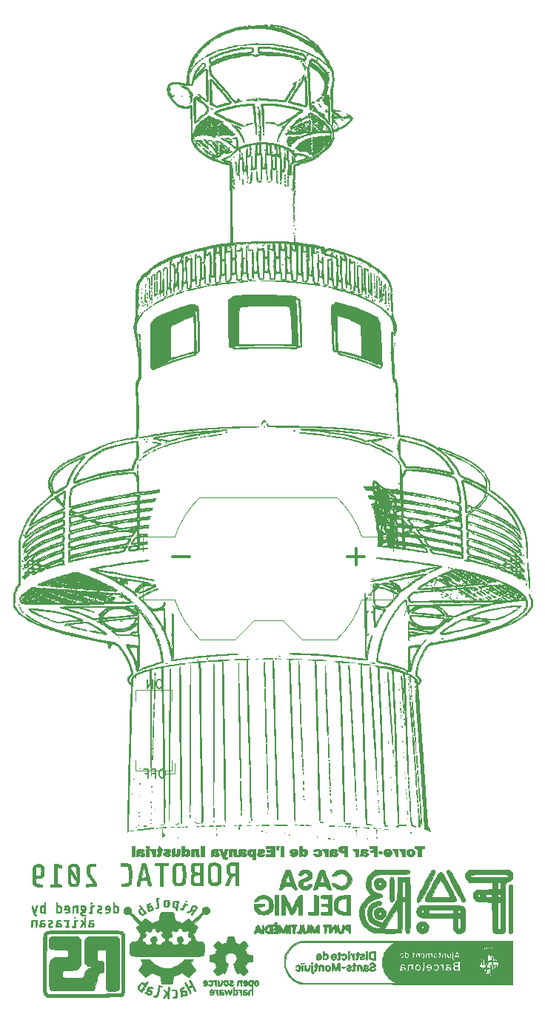
<source format=gbr>
G04 #@! TF.GenerationSoftware,KiCad,Pcbnew,5.0.2-bee76a0~70~ubuntu18.04.1*
G04 #@! TF.CreationDate,2019-03-10T18:19:14+01:00*
G04 #@! TF.ProjectId,robotac19,726f626f-7461-4633-9139-2e6b69636164,rev?*
G04 #@! TF.SameCoordinates,Original*
G04 #@! TF.FileFunction,Legend,Bot*
G04 #@! TF.FilePolarity,Positive*
%FSLAX46Y46*%
G04 Gerber Fmt 4.6, Leading zero omitted, Abs format (unit mm)*
G04 Created by KiCad (PCBNEW 5.0.2-bee76a0~70~ubuntu18.04.1) date dom 10 mar 2019 18:19:14 CET*
%MOMM*%
%LPD*%
G01*
G04 APERTURE LIST*
%ADD10C,0.150000*%
%ADD11C,0.300000*%
%ADD12C,0.010000*%
%ADD13C,0.120000*%
G04 APERTURE END LIST*
D10*
X143119047Y-107702380D02*
X142928571Y-107702380D01*
X142833333Y-107750000D01*
X142738095Y-107845238D01*
X142690476Y-108035714D01*
X142690476Y-108369047D01*
X142738095Y-108559523D01*
X142833333Y-108654761D01*
X142928571Y-108702380D01*
X143119047Y-108702380D01*
X143214285Y-108654761D01*
X143309523Y-108559523D01*
X143357142Y-108369047D01*
X143357142Y-108035714D01*
X143309523Y-107845238D01*
X143214285Y-107750000D01*
X143119047Y-107702380D01*
X142261904Y-108702380D02*
X142261904Y-107702380D01*
X141690476Y-108702380D01*
X141690476Y-107702380D01*
X143452380Y-117952380D02*
X143261904Y-117952380D01*
X143166666Y-118000000D01*
X143071428Y-118095238D01*
X143023809Y-118285714D01*
X143023809Y-118619047D01*
X143071428Y-118809523D01*
X143166666Y-118904761D01*
X143261904Y-118952380D01*
X143452380Y-118952380D01*
X143547619Y-118904761D01*
X143642857Y-118809523D01*
X143690476Y-118619047D01*
X143690476Y-118285714D01*
X143642857Y-118095238D01*
X143547619Y-118000000D01*
X143452380Y-117952380D01*
X142261904Y-118428571D02*
X142595238Y-118428571D01*
X142595238Y-118952380D02*
X142595238Y-117952380D01*
X142119047Y-117952380D01*
X141404761Y-118428571D02*
X141738095Y-118428571D01*
X141738095Y-118952380D02*
X141738095Y-117952380D01*
X141261904Y-117952380D01*
D11*
X164547619Y-93678571D02*
X166452380Y-93678571D01*
X165500000Y-94630952D02*
X165500000Y-92726190D01*
X144547619Y-93678571D02*
X146452380Y-93678571D01*
D12*
G04 #@! TO.C,*
G36*
X180724555Y-140283778D02*
X180729622Y-140334018D01*
X180724555Y-140340222D01*
X180699388Y-140334411D01*
X180696333Y-140312000D01*
X180711822Y-140277155D01*
X180724555Y-140283778D01*
X180724555Y-140283778D01*
G37*
X180724555Y-140283778D02*
X180729622Y-140334018D01*
X180724555Y-140340222D01*
X180699388Y-140334411D01*
X180696333Y-140312000D01*
X180711822Y-140277155D01*
X180724555Y-140283778D01*
G36*
X161337531Y-41432889D02*
X161311389Y-41480308D01*
X161307666Y-41484834D01*
X161232822Y-41538766D01*
X161191466Y-41548334D01*
X161150802Y-41536778D01*
X161176943Y-41489359D01*
X161180666Y-41484834D01*
X161255510Y-41430901D01*
X161296866Y-41421334D01*
X161337531Y-41432889D01*
X161337531Y-41432889D01*
G37*
X161337531Y-41432889D02*
X161311389Y-41480308D01*
X161307666Y-41484834D01*
X161232822Y-41538766D01*
X161191466Y-41548334D01*
X161150802Y-41536778D01*
X161176943Y-41489359D01*
X161180666Y-41484834D01*
X161255510Y-41430901D01*
X161296866Y-41421334D01*
X161337531Y-41432889D01*
G36*
X161633809Y-41049941D02*
X161646333Y-41105003D01*
X161617493Y-41145355D01*
X161583050Y-41140392D01*
X161516407Y-41155709D01*
X161405833Y-41228463D01*
X161283305Y-41332221D01*
X161138932Y-41458863D01*
X161043990Y-41527461D01*
X160990352Y-41542064D01*
X160969891Y-41506719D01*
X160969000Y-41488776D01*
X161000398Y-41432623D01*
X161081741Y-41344906D01*
X161193751Y-41242810D01*
X161317149Y-41143522D01*
X161432656Y-41064227D01*
X161467291Y-41044567D01*
X161571195Y-41015037D01*
X161633809Y-41049941D01*
X161633809Y-41049941D01*
G37*
X161633809Y-41049941D02*
X161646333Y-41105003D01*
X161617493Y-41145355D01*
X161583050Y-41140392D01*
X161516407Y-41155709D01*
X161405833Y-41228463D01*
X161283305Y-41332221D01*
X161138932Y-41458863D01*
X161043990Y-41527461D01*
X160990352Y-41542064D01*
X160969891Y-41506719D01*
X160969000Y-41488776D01*
X161000398Y-41432623D01*
X161081741Y-41344906D01*
X161193751Y-41242810D01*
X161317149Y-41143522D01*
X161432656Y-41064227D01*
X161467291Y-41044567D01*
X161571195Y-41015037D01*
X161633809Y-41049941D01*
G36*
X160616222Y-41562445D02*
X160614491Y-41609572D01*
X160571880Y-41671961D01*
X160515332Y-41714191D01*
X160498149Y-41717667D01*
X160461416Y-41686067D01*
X160461000Y-41680517D01*
X160488749Y-41625291D01*
X160548385Y-41575082D01*
X160604489Y-41556831D01*
X160616222Y-41562445D01*
X160616222Y-41562445D01*
G37*
X160616222Y-41562445D02*
X160614491Y-41609572D01*
X160571880Y-41671961D01*
X160515332Y-41714191D01*
X160498149Y-41717667D01*
X160461416Y-41686067D01*
X160461000Y-41680517D01*
X160488749Y-41625291D01*
X160548385Y-41575082D01*
X160604489Y-41556831D01*
X160616222Y-41562445D01*
G36*
X160708309Y-41613160D02*
X160711634Y-41661528D01*
X160684774Y-41726156D01*
X160664200Y-41751534D01*
X160596723Y-41799219D01*
X160567164Y-41783992D01*
X160586738Y-41720025D01*
X160640547Y-41641807D01*
X160672894Y-41611693D01*
X160708309Y-41613160D01*
X160708309Y-41613160D01*
G37*
X160708309Y-41613160D02*
X160711634Y-41661528D01*
X160684774Y-41726156D01*
X160664200Y-41751534D01*
X160596723Y-41799219D01*
X160567164Y-41783992D01*
X160586738Y-41720025D01*
X160640547Y-41641807D01*
X160672894Y-41611693D01*
X160708309Y-41613160D01*
G36*
X161328833Y-41844667D02*
X161331910Y-41914848D01*
X161317222Y-41936711D01*
X161265327Y-41951903D01*
X161244166Y-41929334D01*
X161241089Y-41859152D01*
X161255777Y-41837290D01*
X161307672Y-41822097D01*
X161328833Y-41844667D01*
X161328833Y-41844667D01*
G37*
X161328833Y-41844667D02*
X161331910Y-41914848D01*
X161317222Y-41936711D01*
X161265327Y-41951903D01*
X161244166Y-41929334D01*
X161241089Y-41859152D01*
X161255777Y-41837290D01*
X161307672Y-41822097D01*
X161328833Y-41844667D01*
G36*
X162182555Y-42155111D02*
X162187622Y-42205351D01*
X162182555Y-42211556D01*
X162157388Y-42205745D01*
X162154333Y-42183334D01*
X162169822Y-42148488D01*
X162182555Y-42155111D01*
X162182555Y-42155111D01*
G37*
X162182555Y-42155111D02*
X162187622Y-42205351D01*
X162182555Y-42211556D01*
X162157388Y-42205745D01*
X162154333Y-42183334D01*
X162169822Y-42148488D01*
X162182555Y-42155111D01*
G36*
X161376982Y-42032388D02*
X161466768Y-42095747D01*
X161498166Y-42121146D01*
X161565056Y-42188411D01*
X161562831Y-42218108D01*
X161499332Y-42207973D01*
X161382399Y-42155746D01*
X161380923Y-42154970D01*
X161306911Y-42101460D01*
X161287075Y-42055728D01*
X161288172Y-42053628D01*
X161323816Y-42020395D01*
X161376982Y-42032388D01*
X161376982Y-42032388D01*
G37*
X161376982Y-42032388D02*
X161466768Y-42095747D01*
X161498166Y-42121146D01*
X161565056Y-42188411D01*
X161562831Y-42218108D01*
X161499332Y-42207973D01*
X161382399Y-42155746D01*
X161380923Y-42154970D01*
X161306911Y-42101460D01*
X161287075Y-42055728D01*
X161288172Y-42053628D01*
X161323816Y-42020395D01*
X161376982Y-42032388D01*
G36*
X162158386Y-42412350D02*
X162177760Y-42453671D01*
X162183323Y-42561445D01*
X162120375Y-42645974D01*
X162023009Y-42681995D01*
X161955513Y-42684666D01*
X161962138Y-42660824D01*
X161985808Y-42639661D01*
X162052614Y-42559516D01*
X162097748Y-42479667D01*
X162134198Y-42409631D01*
X162158386Y-42412350D01*
X162158386Y-42412350D01*
G37*
X162158386Y-42412350D02*
X162177760Y-42453671D01*
X162183323Y-42561445D01*
X162120375Y-42645974D01*
X162023009Y-42681995D01*
X161955513Y-42684666D01*
X161962138Y-42660824D01*
X161985808Y-42639661D01*
X162052614Y-42559516D01*
X162097748Y-42479667D01*
X162134198Y-42409631D01*
X162158386Y-42412350D01*
G36*
X148000888Y-43933111D02*
X148005955Y-43983351D01*
X148000888Y-43989556D01*
X147975721Y-43983745D01*
X147972666Y-43961334D01*
X147988155Y-43926488D01*
X148000888Y-43933111D01*
X148000888Y-43933111D01*
G37*
X148000888Y-43933111D02*
X148005955Y-43983351D01*
X148000888Y-43989556D01*
X147975721Y-43983745D01*
X147972666Y-43961334D01*
X147988155Y-43926488D01*
X148000888Y-43933111D01*
G36*
X162105840Y-44655811D02*
X162179096Y-44726562D01*
X162190581Y-44758908D01*
X162155822Y-44765667D01*
X162107340Y-44732315D01*
X162064996Y-44670417D01*
X162033120Y-44605863D01*
X162045910Y-44604263D01*
X162105840Y-44655811D01*
X162105840Y-44655811D01*
G37*
X162105840Y-44655811D02*
X162179096Y-44726562D01*
X162190581Y-44758908D01*
X162155822Y-44765667D01*
X162107340Y-44732315D01*
X162064996Y-44670417D01*
X162033120Y-44605863D01*
X162045910Y-44604263D01*
X162105840Y-44655811D01*
G36*
X155930103Y-47337881D02*
X155931333Y-47348000D01*
X155899118Y-47389103D01*
X155889000Y-47390334D01*
X155847896Y-47358119D01*
X155846666Y-47348000D01*
X155878881Y-47306897D01*
X155889000Y-47305667D01*
X155930103Y-47337881D01*
X155930103Y-47337881D01*
G37*
X155930103Y-47337881D02*
X155931333Y-47348000D01*
X155899118Y-47389103D01*
X155889000Y-47390334D01*
X155847896Y-47358119D01*
X155846666Y-47348000D01*
X155878881Y-47306897D01*
X155889000Y-47305667D01*
X155930103Y-47337881D01*
G36*
X172367250Y-86351297D02*
X172372568Y-86366748D01*
X172314333Y-86372649D01*
X172254235Y-86365997D01*
X172261416Y-86351297D01*
X172348087Y-86345706D01*
X172367250Y-86351297D01*
X172367250Y-86351297D01*
G37*
X172367250Y-86351297D02*
X172372568Y-86366748D01*
X172314333Y-86372649D01*
X172254235Y-86365997D01*
X172261416Y-86351297D01*
X172348087Y-86345706D01*
X172367250Y-86351297D01*
G36*
X172511888Y-86393445D02*
X172506077Y-86418612D01*
X172483666Y-86421667D01*
X172448821Y-86406178D01*
X172455444Y-86393445D01*
X172505684Y-86388378D01*
X172511888Y-86393445D01*
X172511888Y-86393445D01*
G37*
X172511888Y-86393445D02*
X172506077Y-86418612D01*
X172483666Y-86421667D01*
X172448821Y-86406178D01*
X172455444Y-86393445D01*
X172505684Y-86388378D01*
X172511888Y-86393445D01*
G36*
X169929555Y-90626778D02*
X169934622Y-90677018D01*
X169929555Y-90683222D01*
X169904388Y-90677411D01*
X169901333Y-90655000D01*
X169916822Y-90620155D01*
X169929555Y-90626778D01*
X169929555Y-90626778D01*
G37*
X169929555Y-90626778D02*
X169934622Y-90677018D01*
X169929555Y-90683222D01*
X169904388Y-90677411D01*
X169901333Y-90655000D01*
X169916822Y-90620155D01*
X169929555Y-90626778D01*
G36*
X141622666Y-97280167D02*
X141601500Y-97301334D01*
X141580333Y-97280167D01*
X141601500Y-97259000D01*
X141622666Y-97280167D01*
X141622666Y-97280167D01*
G37*
X141622666Y-97280167D02*
X141601500Y-97301334D01*
X141580333Y-97280167D01*
X141601500Y-97259000D01*
X141622666Y-97280167D01*
G36*
X139361032Y-96591922D02*
X139372903Y-96650880D01*
X139364391Y-96685674D01*
X139319556Y-96730436D01*
X139250859Y-96749910D01*
X139191993Y-96741323D01*
X139176651Y-96701900D01*
X139176908Y-96701108D01*
X139223120Y-96638008D01*
X139294303Y-96592789D01*
X139354138Y-96586987D01*
X139361032Y-96591922D01*
X139361032Y-96591922D01*
G37*
X139361032Y-96591922D02*
X139372903Y-96650880D01*
X139364391Y-96685674D01*
X139319556Y-96730436D01*
X139250859Y-96749910D01*
X139191993Y-96741323D01*
X139176651Y-96701900D01*
X139176908Y-96701108D01*
X139223120Y-96638008D01*
X139294303Y-96592789D01*
X139354138Y-96586987D01*
X139361032Y-96591922D01*
G36*
X134072948Y-98428083D02*
X134066166Y-98444334D01*
X134010087Y-98485086D01*
X133997669Y-98486667D01*
X133974718Y-98460584D01*
X133981500Y-98444334D01*
X134037579Y-98403581D01*
X134049996Y-98402000D01*
X134072948Y-98428083D01*
X134072948Y-98428083D01*
G37*
X134072948Y-98428083D02*
X134066166Y-98444334D01*
X134010087Y-98485086D01*
X133997669Y-98486667D01*
X133974718Y-98460584D01*
X133981500Y-98444334D01*
X134037579Y-98403581D01*
X134049996Y-98402000D01*
X134072948Y-98428083D01*
G36*
X127384281Y-98428083D02*
X127377500Y-98444334D01*
X127321420Y-98485086D01*
X127309003Y-98486667D01*
X127286051Y-98460584D01*
X127292833Y-98444334D01*
X127348912Y-98403581D01*
X127361330Y-98402000D01*
X127384281Y-98428083D01*
X127384281Y-98428083D01*
G37*
X127384281Y-98428083D02*
X127377500Y-98444334D01*
X127321420Y-98485086D01*
X127309003Y-98486667D01*
X127286051Y-98460584D01*
X127292833Y-98444334D01*
X127348912Y-98403581D01*
X127361330Y-98402000D01*
X127384281Y-98428083D01*
G36*
X134722333Y-97957500D02*
X134701166Y-97978667D01*
X134680000Y-97957500D01*
X134701166Y-97936334D01*
X134722333Y-97957500D01*
X134722333Y-97957500D01*
G37*
X134722333Y-97957500D02*
X134701166Y-97978667D01*
X134680000Y-97957500D01*
X134701166Y-97936334D01*
X134722333Y-97957500D01*
G36*
X136669666Y-98211500D02*
X136648500Y-98232667D01*
X136627333Y-98211500D01*
X136648500Y-98190334D01*
X136669666Y-98211500D01*
X136669666Y-98211500D01*
G37*
X136669666Y-98211500D02*
X136648500Y-98232667D01*
X136627333Y-98211500D01*
X136648500Y-98190334D01*
X136669666Y-98211500D01*
G36*
X135596163Y-97821541D02*
X135574241Y-97867201D01*
X135500702Y-97937752D01*
X135367302Y-98042273D01*
X135305659Y-98088035D01*
X135148573Y-98199195D01*
X135047016Y-98258961D01*
X134992450Y-98271289D01*
X134976333Y-98240587D01*
X135005222Y-98187577D01*
X135071379Y-98187577D01*
X135077169Y-98190334D01*
X135115802Y-98160532D01*
X135124500Y-98148000D01*
X135135287Y-98108423D01*
X135129496Y-98105667D01*
X135090864Y-98135469D01*
X135082166Y-98148000D01*
X135071379Y-98187577D01*
X135005222Y-98187577D01*
X135008228Y-98182063D01*
X135090866Y-98097535D01*
X135099498Y-98090265D01*
X135188000Y-98090265D01*
X135217976Y-98082540D01*
X135292286Y-98036832D01*
X135315000Y-98021000D01*
X135397884Y-97956819D01*
X135440483Y-97913743D01*
X135442000Y-97909402D01*
X135412023Y-97917127D01*
X135337713Y-97962835D01*
X135315000Y-97978667D01*
X135232115Y-98042848D01*
X135189516Y-98085924D01*
X135188000Y-98090265D01*
X135099498Y-98090265D01*
X135204681Y-98001683D01*
X135330105Y-97909185D01*
X135447569Y-97834722D01*
X135537505Y-97792973D01*
X135574709Y-97791695D01*
X135596163Y-97821541D01*
X135596163Y-97821541D01*
G37*
X135596163Y-97821541D02*
X135574241Y-97867201D01*
X135500702Y-97937752D01*
X135367302Y-98042273D01*
X135305659Y-98088035D01*
X135148573Y-98199195D01*
X135047016Y-98258961D01*
X134992450Y-98271289D01*
X134976333Y-98240587D01*
X135005222Y-98187577D01*
X135071379Y-98187577D01*
X135077169Y-98190334D01*
X135115802Y-98160532D01*
X135124500Y-98148000D01*
X135135287Y-98108423D01*
X135129496Y-98105667D01*
X135090864Y-98135469D01*
X135082166Y-98148000D01*
X135071379Y-98187577D01*
X135005222Y-98187577D01*
X135008228Y-98182063D01*
X135090866Y-98097535D01*
X135099498Y-98090265D01*
X135188000Y-98090265D01*
X135217976Y-98082540D01*
X135292286Y-98036832D01*
X135315000Y-98021000D01*
X135397884Y-97956819D01*
X135440483Y-97913743D01*
X135442000Y-97909402D01*
X135412023Y-97917127D01*
X135337713Y-97962835D01*
X135315000Y-97978667D01*
X135232115Y-98042848D01*
X135189516Y-98085924D01*
X135188000Y-98090265D01*
X135099498Y-98090265D01*
X135204681Y-98001683D01*
X135330105Y-97909185D01*
X135447569Y-97834722D01*
X135537505Y-97792973D01*
X135574709Y-97791695D01*
X135596163Y-97821541D01*
G36*
X132336777Y-98083407D02*
X132336724Y-98083543D01*
X132323209Y-98134859D01*
X132356773Y-98118697D01*
X132372887Y-98105622D01*
X132435691Y-98070885D01*
X132460960Y-98073849D01*
X132445414Y-98110016D01*
X132378352Y-98170811D01*
X132358152Y-98185715D01*
X132247163Y-98248918D01*
X132154851Y-98274382D01*
X132102584Y-98257719D01*
X132097666Y-98239228D01*
X132129713Y-98183548D01*
X132208612Y-98109028D01*
X132305944Y-98041661D01*
X132346836Y-98030929D01*
X132336777Y-98083407D01*
X132336777Y-98083407D01*
G37*
X132336777Y-98083407D02*
X132336724Y-98083543D01*
X132323209Y-98134859D01*
X132356773Y-98118697D01*
X132372887Y-98105622D01*
X132435691Y-98070885D01*
X132460960Y-98073849D01*
X132445414Y-98110016D01*
X132378352Y-98170811D01*
X132358152Y-98185715D01*
X132247163Y-98248918D01*
X132154851Y-98274382D01*
X132102584Y-98257719D01*
X132097666Y-98239228D01*
X132129713Y-98183548D01*
X132208612Y-98109028D01*
X132305944Y-98041661D01*
X132346836Y-98030929D01*
X132336777Y-98083407D01*
G36*
X136797456Y-98042655D02*
X136815483Y-98088846D01*
X136783014Y-98143621D01*
X136724847Y-98176843D01*
X136689081Y-98174353D01*
X136631789Y-98185208D01*
X136538100Y-98228899D01*
X136437292Y-98288337D01*
X136358642Y-98346436D01*
X136331000Y-98383336D01*
X136361326Y-98377753D01*
X136434738Y-98335964D01*
X136439007Y-98333183D01*
X136529536Y-98289162D01*
X136588875Y-98304784D01*
X136595640Y-98311041D01*
X136660319Y-98352436D01*
X136734017Y-98339261D01*
X136837305Y-98266546D01*
X136860166Y-98247148D01*
X136987166Y-98137674D01*
X136648500Y-98325228D01*
X136767277Y-98215447D01*
X136869875Y-98138669D01*
X136954678Y-98106528D01*
X137003210Y-98124241D01*
X137008333Y-98147381D01*
X136975834Y-98196581D01*
X136891236Y-98276392D01*
X136773886Y-98372000D01*
X136643132Y-98468586D01*
X136518320Y-98551333D01*
X136418799Y-98605424D01*
X136401160Y-98612380D01*
X136317907Y-98636048D01*
X136292822Y-98618732D01*
X136300879Y-98571539D01*
X136305176Y-98526244D01*
X136468379Y-98526244D01*
X136474169Y-98529000D01*
X136512802Y-98499198D01*
X136521500Y-98486667D01*
X136532287Y-98447090D01*
X136526496Y-98444334D01*
X136487864Y-98474135D01*
X136479166Y-98486667D01*
X136468379Y-98526244D01*
X136305176Y-98526244D01*
X136306378Y-98513578D01*
X136263103Y-98520421D01*
X136244961Y-98529735D01*
X136158618Y-98567408D01*
X136123256Y-98554338D01*
X136119333Y-98526614D01*
X136149673Y-98465500D01*
X136373333Y-98465500D01*
X136394500Y-98486667D01*
X136415666Y-98465500D01*
X136394500Y-98444334D01*
X136373333Y-98465500D01*
X136149673Y-98465500D01*
X136152266Y-98460277D01*
X136187759Y-98423167D01*
X136246333Y-98423167D01*
X136267500Y-98444334D01*
X136288666Y-98423167D01*
X136267500Y-98402000D01*
X136246333Y-98423167D01*
X136187759Y-98423167D01*
X136238335Y-98370288D01*
X136358442Y-98270275D01*
X136493491Y-98173868D01*
X136624384Y-98094695D01*
X136732024Y-98046386D01*
X136797315Y-98042569D01*
X136797456Y-98042655D01*
X136797456Y-98042655D01*
G37*
X136797456Y-98042655D02*
X136815483Y-98088846D01*
X136783014Y-98143621D01*
X136724847Y-98176843D01*
X136689081Y-98174353D01*
X136631789Y-98185208D01*
X136538100Y-98228899D01*
X136437292Y-98288337D01*
X136358642Y-98346436D01*
X136331000Y-98383336D01*
X136361326Y-98377753D01*
X136434738Y-98335964D01*
X136439007Y-98333183D01*
X136529536Y-98289162D01*
X136588875Y-98304784D01*
X136595640Y-98311041D01*
X136660319Y-98352436D01*
X136734017Y-98339261D01*
X136837305Y-98266546D01*
X136860166Y-98247148D01*
X136987166Y-98137674D01*
X136648500Y-98325228D01*
X136767277Y-98215447D01*
X136869875Y-98138669D01*
X136954678Y-98106528D01*
X137003210Y-98124241D01*
X137008333Y-98147381D01*
X136975834Y-98196581D01*
X136891236Y-98276392D01*
X136773886Y-98372000D01*
X136643132Y-98468586D01*
X136518320Y-98551333D01*
X136418799Y-98605424D01*
X136401160Y-98612380D01*
X136317907Y-98636048D01*
X136292822Y-98618732D01*
X136300879Y-98571539D01*
X136305176Y-98526244D01*
X136468379Y-98526244D01*
X136474169Y-98529000D01*
X136512802Y-98499198D01*
X136521500Y-98486667D01*
X136532287Y-98447090D01*
X136526496Y-98444334D01*
X136487864Y-98474135D01*
X136479166Y-98486667D01*
X136468379Y-98526244D01*
X136305176Y-98526244D01*
X136306378Y-98513578D01*
X136263103Y-98520421D01*
X136244961Y-98529735D01*
X136158618Y-98567408D01*
X136123256Y-98554338D01*
X136119333Y-98526614D01*
X136149673Y-98465500D01*
X136373333Y-98465500D01*
X136394500Y-98486667D01*
X136415666Y-98465500D01*
X136394500Y-98444334D01*
X136373333Y-98465500D01*
X136149673Y-98465500D01*
X136152266Y-98460277D01*
X136187759Y-98423167D01*
X136246333Y-98423167D01*
X136267500Y-98444334D01*
X136288666Y-98423167D01*
X136267500Y-98402000D01*
X136246333Y-98423167D01*
X136187759Y-98423167D01*
X136238335Y-98370288D01*
X136358442Y-98270275D01*
X136493491Y-98173868D01*
X136624384Y-98094695D01*
X136732024Y-98046386D01*
X136797315Y-98042569D01*
X136797456Y-98042655D01*
G36*
X130389948Y-98639750D02*
X130383166Y-98656000D01*
X130327087Y-98696753D01*
X130314669Y-98698334D01*
X130291718Y-98672251D01*
X130298500Y-98656000D01*
X130354579Y-98615247D01*
X130366996Y-98613667D01*
X130389948Y-98639750D01*
X130389948Y-98639750D01*
G37*
X130389948Y-98639750D02*
X130383166Y-98656000D01*
X130327087Y-98696753D01*
X130314669Y-98698334D01*
X130291718Y-98672251D01*
X130298500Y-98656000D01*
X130354579Y-98615247D01*
X130366996Y-98613667D01*
X130389948Y-98639750D01*
G36*
X136926870Y-98372398D02*
X136870164Y-98445788D01*
X136857953Y-98484815D01*
X136863370Y-98486751D01*
X136893462Y-98523693D01*
X136911292Y-98612540D01*
X136911379Y-98613751D01*
X136903307Y-98707420D01*
X136869045Y-98733892D01*
X136793160Y-98724180D01*
X136681798Y-98710235D01*
X136680250Y-98710043D01*
X136586616Y-98689889D01*
X136543062Y-98663697D01*
X136542666Y-98661238D01*
X136573999Y-98608728D01*
X136624205Y-98557486D01*
X136730303Y-98557486D01*
X136763494Y-98603904D01*
X136797836Y-98613667D01*
X136819025Y-98582554D01*
X136812068Y-98550410D01*
X136771895Y-98507639D01*
X136749206Y-98511002D01*
X136730303Y-98557486D01*
X136624205Y-98557486D01*
X136654025Y-98527052D01*
X136761786Y-98435179D01*
X136876325Y-98352079D01*
X136902500Y-98335544D01*
X137029500Y-98258128D01*
X136926870Y-98372398D01*
X136926870Y-98372398D01*
G37*
X136926870Y-98372398D02*
X136870164Y-98445788D01*
X136857953Y-98484815D01*
X136863370Y-98486751D01*
X136893462Y-98523693D01*
X136911292Y-98612540D01*
X136911379Y-98613751D01*
X136903307Y-98707420D01*
X136869045Y-98733892D01*
X136793160Y-98724180D01*
X136681798Y-98710235D01*
X136680250Y-98710043D01*
X136586616Y-98689889D01*
X136543062Y-98663697D01*
X136542666Y-98661238D01*
X136573999Y-98608728D01*
X136624205Y-98557486D01*
X136730303Y-98557486D01*
X136763494Y-98603904D01*
X136797836Y-98613667D01*
X136819025Y-98582554D01*
X136812068Y-98550410D01*
X136771895Y-98507639D01*
X136749206Y-98511002D01*
X136730303Y-98557486D01*
X136624205Y-98557486D01*
X136654025Y-98527052D01*
X136761786Y-98435179D01*
X136876325Y-98352079D01*
X136902500Y-98335544D01*
X137029500Y-98258128D01*
X136926870Y-98372398D01*
G36*
X132045256Y-98345309D02*
X132043218Y-98416964D01*
X132001070Y-98489775D01*
X131933700Y-98550524D01*
X131823606Y-98626625D01*
X131698243Y-98701672D01*
X131585063Y-98759259D01*
X131511519Y-98782983D01*
X131510374Y-98783000D01*
X131481021Y-98760610D01*
X131501302Y-98705242D01*
X131551397Y-98641454D01*
X131640794Y-98641454D01*
X131679154Y-98633013D01*
X131701448Y-98621811D01*
X131788668Y-98557987D01*
X131865306Y-98482584D01*
X131949500Y-98385993D01*
X131813196Y-98480634D01*
X131716898Y-98553789D01*
X131656403Y-98611221D01*
X131640794Y-98641454D01*
X131551397Y-98641454D01*
X131563077Y-98626582D01*
X131664856Y-98529994D01*
X131783257Y-98434102D01*
X131894895Y-98357528D01*
X131976388Y-98318894D01*
X131988374Y-98317334D01*
X132045256Y-98345309D01*
X132045256Y-98345309D01*
G37*
X132045256Y-98345309D02*
X132043218Y-98416964D01*
X132001070Y-98489775D01*
X131933700Y-98550524D01*
X131823606Y-98626625D01*
X131698243Y-98701672D01*
X131585063Y-98759259D01*
X131511519Y-98782983D01*
X131510374Y-98783000D01*
X131481021Y-98760610D01*
X131501302Y-98705242D01*
X131551397Y-98641454D01*
X131640794Y-98641454D01*
X131679154Y-98633013D01*
X131701448Y-98621811D01*
X131788668Y-98557987D01*
X131865306Y-98482584D01*
X131949500Y-98385993D01*
X131813196Y-98480634D01*
X131716898Y-98553789D01*
X131656403Y-98611221D01*
X131640794Y-98641454D01*
X131551397Y-98641454D01*
X131563077Y-98626582D01*
X131664856Y-98529994D01*
X131783257Y-98434102D01*
X131894895Y-98357528D01*
X131976388Y-98318894D01*
X131988374Y-98317334D01*
X132045256Y-98345309D01*
G36*
X138563201Y-98799757D02*
X138550575Y-98818998D01*
X138507638Y-98821991D01*
X138462467Y-98811653D01*
X138482062Y-98796415D01*
X138548224Y-98791368D01*
X138563201Y-98799757D01*
X138563201Y-98799757D01*
G37*
X138563201Y-98799757D02*
X138550575Y-98818998D01*
X138507638Y-98821991D01*
X138462467Y-98811653D01*
X138482062Y-98796415D01*
X138548224Y-98791368D01*
X138563201Y-98799757D01*
G36*
X169553425Y-97361284D02*
X169621530Y-97397082D01*
X169650284Y-97434544D01*
X169646043Y-97443734D01*
X169599099Y-97440126D01*
X169520269Y-97405203D01*
X169463007Y-97363881D01*
X169474980Y-97345917D01*
X169478000Y-97345815D01*
X169553425Y-97361284D01*
X169553425Y-97361284D01*
G37*
X169553425Y-97361284D02*
X169621530Y-97397082D01*
X169650284Y-97434544D01*
X169646043Y-97443734D01*
X169599099Y-97440126D01*
X169520269Y-97405203D01*
X169463007Y-97363881D01*
X169474980Y-97345917D01*
X169478000Y-97345815D01*
X169553425Y-97361284D01*
G36*
X170239514Y-97588086D02*
X170240000Y-97597667D01*
X170207456Y-97638373D01*
X170195168Y-97640000D01*
X170169885Y-97614065D01*
X170176500Y-97597667D01*
X170214541Y-97557282D01*
X170221331Y-97555334D01*
X170239514Y-97588086D01*
X170239514Y-97588086D01*
G37*
X170239514Y-97588086D02*
X170240000Y-97597667D01*
X170207456Y-97638373D01*
X170195168Y-97640000D01*
X170169885Y-97614065D01*
X170176500Y-97597667D01*
X170214541Y-97557282D01*
X170221331Y-97555334D01*
X170239514Y-97588086D01*
G36*
X135399666Y-99820167D02*
X135378500Y-99841334D01*
X135357333Y-99820167D01*
X135378500Y-99799000D01*
X135399666Y-99820167D01*
X135399666Y-99820167D01*
G37*
X135399666Y-99820167D02*
X135378500Y-99841334D01*
X135357333Y-99820167D01*
X135378500Y-99799000D01*
X135399666Y-99820167D01*
G36*
X138601094Y-100955255D02*
X138617000Y-100963167D01*
X138702690Y-101012771D01*
X138743455Y-101046779D01*
X138744000Y-101048921D01*
X138733416Y-101065658D01*
X138690623Y-101050403D01*
X138606416Y-101019797D01*
X138523104Y-100977271D01*
X138490000Y-100937385D01*
X138522141Y-100927552D01*
X138601094Y-100955255D01*
X138601094Y-100955255D01*
G37*
X138601094Y-100955255D02*
X138617000Y-100963167D01*
X138702690Y-101012771D01*
X138743455Y-101046779D01*
X138744000Y-101048921D01*
X138733416Y-101065658D01*
X138690623Y-101050403D01*
X138606416Y-101019797D01*
X138523104Y-100977271D01*
X138490000Y-100937385D01*
X138522141Y-100927552D01*
X138601094Y-100955255D01*
G36*
X139760000Y-101353067D02*
X139828390Y-101377643D01*
X139844666Y-101391438D01*
X139809041Y-101404647D01*
X139760000Y-101407667D01*
X139691184Y-101391583D01*
X139675333Y-101369297D01*
X139709046Y-101347521D01*
X139760000Y-101353067D01*
X139760000Y-101353067D01*
G37*
X139760000Y-101353067D02*
X139828390Y-101377643D01*
X139844666Y-101391438D01*
X139809041Y-101404647D01*
X139760000Y-101407667D01*
X139691184Y-101391583D01*
X139675333Y-101369297D01*
X139709046Y-101347521D01*
X139760000Y-101353067D01*
G36*
X180146000Y-96052500D02*
X180124833Y-96073667D01*
X180103666Y-96052500D01*
X180124833Y-96031334D01*
X180146000Y-96052500D01*
X180146000Y-96052500D01*
G37*
X180146000Y-96052500D02*
X180124833Y-96073667D01*
X180103666Y-96052500D01*
X180124833Y-96031334D01*
X180146000Y-96052500D01*
G36*
X177333307Y-95449641D02*
X177380683Y-95473918D01*
X177483284Y-95502977D01*
X177550016Y-95498022D01*
X177600029Y-95485696D01*
X177575198Y-95510293D01*
X177563666Y-95518692D01*
X177532921Y-95551265D01*
X177572922Y-95563767D01*
X177616583Y-95565019D01*
X177701083Y-95578777D01*
X177733000Y-95608000D01*
X177697327Y-95641715D01*
X177643149Y-95650334D01*
X177581994Y-95659602D01*
X177594276Y-95699114D01*
X177606000Y-95713834D01*
X177640915Y-95761001D01*
X177631469Y-95770505D01*
X177568539Y-95739755D01*
X177447250Y-95668700D01*
X177328759Y-95593191D01*
X177321002Y-95586834D01*
X177436666Y-95586834D01*
X177457833Y-95608000D01*
X177479000Y-95586834D01*
X177457833Y-95565667D01*
X177436666Y-95586834D01*
X177321002Y-95586834D01*
X177273238Y-95547695D01*
X177284560Y-95536417D01*
X177341416Y-95553755D01*
X177390692Y-95567271D01*
X177379539Y-95538240D01*
X177352000Y-95503162D01*
X177312065Y-95449161D01*
X177333307Y-95449641D01*
X177333307Y-95449641D01*
G37*
X177333307Y-95449641D02*
X177380683Y-95473918D01*
X177483284Y-95502977D01*
X177550016Y-95498022D01*
X177600029Y-95485696D01*
X177575198Y-95510293D01*
X177563666Y-95518692D01*
X177532921Y-95551265D01*
X177572922Y-95563767D01*
X177616583Y-95565019D01*
X177701083Y-95578777D01*
X177733000Y-95608000D01*
X177697327Y-95641715D01*
X177643149Y-95650334D01*
X177581994Y-95659602D01*
X177594276Y-95699114D01*
X177606000Y-95713834D01*
X177640915Y-95761001D01*
X177631469Y-95770505D01*
X177568539Y-95739755D01*
X177447250Y-95668700D01*
X177328759Y-95593191D01*
X177321002Y-95586834D01*
X177436666Y-95586834D01*
X177457833Y-95608000D01*
X177479000Y-95586834D01*
X177457833Y-95565667D01*
X177436666Y-95586834D01*
X177321002Y-95586834D01*
X177273238Y-95547695D01*
X177284560Y-95536417D01*
X177341416Y-95553755D01*
X177390692Y-95567271D01*
X177379539Y-95538240D01*
X177352000Y-95503162D01*
X177312065Y-95449161D01*
X177333307Y-95449641D01*
G36*
X177822312Y-95767448D02*
X177877128Y-95815205D01*
X177919957Y-95886623D01*
X177908016Y-95921988D01*
X177851128Y-95918333D01*
X177839260Y-95905024D01*
X177835921Y-95864834D01*
X177846918Y-95861352D01*
X177847753Y-95843386D01*
X177818892Y-95821320D01*
X177777362Y-95777003D01*
X177780346Y-95758209D01*
X177822312Y-95767448D01*
X177822312Y-95767448D01*
G37*
X177822312Y-95767448D02*
X177877128Y-95815205D01*
X177919957Y-95886623D01*
X177908016Y-95921988D01*
X177851128Y-95918333D01*
X177839260Y-95905024D01*
X177835921Y-95864834D01*
X177846918Y-95861352D01*
X177847753Y-95843386D01*
X177818892Y-95821320D01*
X177777362Y-95777003D01*
X177780346Y-95758209D01*
X177822312Y-95767448D01*
G36*
X175997333Y-96094834D02*
X175976166Y-96116000D01*
X175955000Y-96094834D01*
X175976166Y-96073667D01*
X175997333Y-96094834D01*
X175997333Y-96094834D01*
G37*
X175997333Y-96094834D02*
X175976166Y-96116000D01*
X175955000Y-96094834D01*
X175976166Y-96073667D01*
X175997333Y-96094834D01*
G36*
X177083888Y-96045445D02*
X177078077Y-96070612D01*
X177055666Y-96073667D01*
X177020821Y-96058178D01*
X177027444Y-96045445D01*
X177077684Y-96040378D01*
X177083888Y-96045445D01*
X177083888Y-96045445D01*
G37*
X177083888Y-96045445D02*
X177078077Y-96070612D01*
X177055666Y-96073667D01*
X177020821Y-96058178D01*
X177027444Y-96045445D01*
X177077684Y-96040378D01*
X177083888Y-96045445D01*
G36*
X176472832Y-95796075D02*
X176471659Y-95814315D01*
X176475919Y-95851173D01*
X176544508Y-95914988D01*
X176613336Y-95962295D01*
X176718885Y-96032059D01*
X176787224Y-96082966D01*
X176801666Y-96098721D01*
X176797278Y-96111491D01*
X176773295Y-96105266D01*
X176713490Y-96072009D01*
X176601634Y-96003681D01*
X176568833Y-95983394D01*
X176426356Y-95893845D01*
X176348848Y-95838859D01*
X176328707Y-95809385D01*
X176358333Y-95796369D01*
X176408149Y-95791991D01*
X176472832Y-95796075D01*
X176472832Y-95796075D01*
G37*
X176472832Y-95796075D02*
X176471659Y-95814315D01*
X176475919Y-95851173D01*
X176544508Y-95914988D01*
X176613336Y-95962295D01*
X176718885Y-96032059D01*
X176787224Y-96082966D01*
X176801666Y-96098721D01*
X176797278Y-96111491D01*
X176773295Y-96105266D01*
X176713490Y-96072009D01*
X176601634Y-96003681D01*
X176568833Y-95983394D01*
X176426356Y-95893845D01*
X176348848Y-95838859D01*
X176328707Y-95809385D01*
X176358333Y-95796369D01*
X176408149Y-95791991D01*
X176472832Y-95796075D01*
G36*
X177237515Y-96231560D02*
X177246166Y-96243000D01*
X177244231Y-96282072D01*
X177229996Y-96285334D01*
X177170151Y-96254441D01*
X177161500Y-96243000D01*
X177163435Y-96203928D01*
X177177669Y-96200667D01*
X177237515Y-96231560D01*
X177237515Y-96231560D01*
G37*
X177237515Y-96231560D02*
X177246166Y-96243000D01*
X177244231Y-96282072D01*
X177229996Y-96285334D01*
X177170151Y-96254441D01*
X177161500Y-96243000D01*
X177163435Y-96203928D01*
X177177669Y-96200667D01*
X177237515Y-96231560D01*
G36*
X176406555Y-95410445D02*
X176400744Y-95435612D01*
X176378333Y-95438667D01*
X176343488Y-95423178D01*
X176350111Y-95410445D01*
X176400350Y-95405378D01*
X176406555Y-95410445D01*
X176406555Y-95410445D01*
G37*
X176406555Y-95410445D02*
X176400744Y-95435612D01*
X176378333Y-95438667D01*
X176343488Y-95423178D01*
X176350111Y-95410445D01*
X176400350Y-95405378D01*
X176406555Y-95410445D01*
G36*
X177817666Y-96687500D02*
X177796500Y-96708667D01*
X177775333Y-96687500D01*
X177796500Y-96666334D01*
X177817666Y-96687500D01*
X177817666Y-96687500D01*
G37*
X177817666Y-96687500D02*
X177796500Y-96708667D01*
X177775333Y-96687500D01*
X177796500Y-96666334D01*
X177817666Y-96687500D01*
G36*
X177690666Y-96729834D02*
X177669500Y-96751000D01*
X177648333Y-96729834D01*
X177669500Y-96708667D01*
X177690666Y-96729834D01*
X177690666Y-96729834D01*
G37*
X177690666Y-96729834D02*
X177669500Y-96751000D01*
X177648333Y-96729834D01*
X177669500Y-96708667D01*
X177690666Y-96729834D01*
G36*
X177852607Y-96516769D02*
X177949340Y-96567205D01*
X178015030Y-96604618D01*
X178137238Y-96687006D01*
X178193792Y-96749769D01*
X178180599Y-96786478D01*
X178135166Y-96793334D01*
X178084969Y-96768479D01*
X178082250Y-96745709D01*
X178059024Y-96691183D01*
X178034024Y-96676717D01*
X177996595Y-96678312D01*
X178007382Y-96707398D01*
X178016235Y-96738212D01*
X177967448Y-96720674D01*
X177950745Y-96711920D01*
X177884225Y-96660307D01*
X177836997Y-96604889D01*
X177877601Y-96604889D01*
X177881466Y-96624485D01*
X177926744Y-96659578D01*
X177975267Y-96665467D01*
X177987000Y-96649696D01*
X177953793Y-96622508D01*
X177921301Y-96607848D01*
X177877601Y-96604889D01*
X177836997Y-96604889D01*
X177825122Y-96590956D01*
X177790475Y-96528468D01*
X177797323Y-96497441D01*
X177801874Y-96497000D01*
X177852607Y-96516769D01*
X177852607Y-96516769D01*
G37*
X177852607Y-96516769D02*
X177949340Y-96567205D01*
X178015030Y-96604618D01*
X178137238Y-96687006D01*
X178193792Y-96749769D01*
X178180599Y-96786478D01*
X178135166Y-96793334D01*
X178084969Y-96768479D01*
X178082250Y-96745709D01*
X178059024Y-96691183D01*
X178034024Y-96676717D01*
X177996595Y-96678312D01*
X178007382Y-96707398D01*
X178016235Y-96738212D01*
X177967448Y-96720674D01*
X177950745Y-96711920D01*
X177884225Y-96660307D01*
X177836997Y-96604889D01*
X177877601Y-96604889D01*
X177881466Y-96624485D01*
X177926744Y-96659578D01*
X177975267Y-96665467D01*
X177987000Y-96649696D01*
X177953793Y-96622508D01*
X177921301Y-96607848D01*
X177877601Y-96604889D01*
X177836997Y-96604889D01*
X177825122Y-96590956D01*
X177790475Y-96528468D01*
X177797323Y-96497441D01*
X177801874Y-96497000D01*
X177852607Y-96516769D01*
G36*
X174678459Y-96260124D02*
X174718925Y-96314347D01*
X174723837Y-96378701D01*
X174690762Y-96412200D01*
X174687498Y-96412334D01*
X174630164Y-96381561D01*
X174621500Y-96370000D01*
X174626260Y-96331053D01*
X174642666Y-96327667D01*
X174668322Y-96301064D01*
X174659790Y-96278793D01*
X174654801Y-96249824D01*
X174678459Y-96260124D01*
X174678459Y-96260124D01*
G37*
X174678459Y-96260124D02*
X174718925Y-96314347D01*
X174723837Y-96378701D01*
X174690762Y-96412200D01*
X174687498Y-96412334D01*
X174630164Y-96381561D01*
X174621500Y-96370000D01*
X174626260Y-96331053D01*
X174642666Y-96327667D01*
X174668322Y-96301064D01*
X174659790Y-96278793D01*
X174654801Y-96249824D01*
X174678459Y-96260124D01*
G36*
X174558000Y-96391167D02*
X174536833Y-96412334D01*
X174515666Y-96391167D01*
X174536833Y-96370000D01*
X174558000Y-96391167D01*
X174558000Y-96391167D01*
G37*
X174558000Y-96391167D02*
X174536833Y-96412334D01*
X174515666Y-96391167D01*
X174536833Y-96370000D01*
X174558000Y-96391167D01*
G36*
X174494195Y-96549692D02*
X174536833Y-96580271D01*
X174608199Y-96632273D01*
X174639138Y-96654355D01*
X174625224Y-96665759D01*
X174612572Y-96666334D01*
X174553586Y-96636342D01*
X174510266Y-96592250D01*
X174474194Y-96542738D01*
X174494195Y-96549692D01*
X174494195Y-96549692D01*
G37*
X174494195Y-96549692D02*
X174536833Y-96580271D01*
X174608199Y-96632273D01*
X174639138Y-96654355D01*
X174625224Y-96665759D01*
X174612572Y-96666334D01*
X174553586Y-96636342D01*
X174510266Y-96592250D01*
X174474194Y-96542738D01*
X174494195Y-96549692D01*
G36*
X174013522Y-96568959D02*
X174049150Y-96601810D01*
X174086872Y-96656604D01*
X174061711Y-96656251D01*
X174008892Y-96625654D01*
X173967724Y-96581001D01*
X173971110Y-96561779D01*
X174013522Y-96568959D01*
X174013522Y-96568959D01*
G37*
X174013522Y-96568959D02*
X174049150Y-96601810D01*
X174086872Y-96656604D01*
X174061711Y-96656251D01*
X174008892Y-96625654D01*
X173967724Y-96581001D01*
X173971110Y-96561779D01*
X174013522Y-96568959D01*
G36*
X174466792Y-96810458D02*
X174512239Y-96853083D01*
X174502916Y-96877588D01*
X174496998Y-96878000D01*
X174461192Y-96847932D01*
X174448124Y-96829126D01*
X174443134Y-96800157D01*
X174466792Y-96810458D01*
X174466792Y-96810458D01*
G37*
X174466792Y-96810458D02*
X174512239Y-96853083D01*
X174502916Y-96877588D01*
X174496998Y-96878000D01*
X174461192Y-96847932D01*
X174448124Y-96829126D01*
X174443134Y-96800157D01*
X174466792Y-96810458D01*
G36*
X174050953Y-96861426D02*
X174111007Y-96900513D01*
X174158748Y-96946136D01*
X174153341Y-96961320D01*
X174091380Y-96936907D01*
X174031325Y-96897820D01*
X173983585Y-96852197D01*
X173988992Y-96837013D01*
X174050953Y-96861426D01*
X174050953Y-96861426D01*
G37*
X174050953Y-96861426D02*
X174111007Y-96900513D01*
X174158748Y-96946136D01*
X174153341Y-96961320D01*
X174091380Y-96936907D01*
X174031325Y-96897820D01*
X173983585Y-96852197D01*
X173988992Y-96837013D01*
X174050953Y-96861426D01*
G36*
X173493125Y-96937458D02*
X173538572Y-96980083D01*
X173529249Y-97004588D01*
X173523331Y-97005000D01*
X173487525Y-96974932D01*
X173474457Y-96956126D01*
X173469467Y-96927157D01*
X173493125Y-96937458D01*
X173493125Y-96937458D01*
G37*
X173493125Y-96937458D02*
X173538572Y-96980083D01*
X173529249Y-97004588D01*
X173523331Y-97005000D01*
X173487525Y-96974932D01*
X173474457Y-96956126D01*
X173469467Y-96927157D01*
X173493125Y-96937458D01*
G36*
X183178672Y-97949091D02*
X183225750Y-97973225D01*
X183305352Y-98025635D01*
X183314924Y-98057377D01*
X183283850Y-98063334D01*
X183229746Y-98034179D01*
X183188600Y-97992903D01*
X183154262Y-97945972D01*
X183178672Y-97949091D01*
X183178672Y-97949091D01*
G37*
X183178672Y-97949091D02*
X183225750Y-97973225D01*
X183305352Y-98025635D01*
X183314924Y-98057377D01*
X183283850Y-98063334D01*
X183229746Y-98034179D01*
X183188600Y-97992903D01*
X183154262Y-97945972D01*
X183178672Y-97949091D01*
G36*
X184083000Y-97788167D02*
X184123385Y-97826208D01*
X184125333Y-97832999D01*
X184092580Y-97851181D01*
X184083000Y-97851667D01*
X184042293Y-97819123D01*
X184040666Y-97806835D01*
X184066601Y-97781552D01*
X184083000Y-97788167D01*
X184083000Y-97788167D01*
G37*
X184083000Y-97788167D02*
X184123385Y-97826208D01*
X184125333Y-97832999D01*
X184092580Y-97851181D01*
X184083000Y-97851667D01*
X184042293Y-97819123D01*
X184040666Y-97806835D01*
X184066601Y-97781552D01*
X184083000Y-97788167D01*
G36*
X183956000Y-98042167D02*
X183934833Y-98063334D01*
X183913666Y-98042167D01*
X183934833Y-98021000D01*
X183956000Y-98042167D01*
X183956000Y-98042167D01*
G37*
X183956000Y-98042167D02*
X183934833Y-98063334D01*
X183913666Y-98042167D01*
X183934833Y-98021000D01*
X183956000Y-98042167D01*
G36*
X183956000Y-98253834D02*
X183934833Y-98275000D01*
X183913666Y-98253834D01*
X183934833Y-98232667D01*
X183956000Y-98253834D01*
X183956000Y-98253834D01*
G37*
X183956000Y-98253834D02*
X183934833Y-98275000D01*
X183913666Y-98253834D01*
X183934833Y-98232667D01*
X183956000Y-98253834D01*
G36*
X163819379Y-43640378D02*
X163918942Y-43661839D01*
X163959460Y-43665000D01*
X164000543Y-43686435D01*
X163995833Y-43707334D01*
X163947922Y-43746357D01*
X163877569Y-43722417D01*
X163824007Y-43682711D01*
X163770140Y-43635693D01*
X163782129Y-43629442D01*
X163819379Y-43640378D01*
X163819379Y-43640378D01*
G37*
X163819379Y-43640378D02*
X163918942Y-43661839D01*
X163959460Y-43665000D01*
X164000543Y-43686435D01*
X163995833Y-43707334D01*
X163947922Y-43746357D01*
X163877569Y-43722417D01*
X163824007Y-43682711D01*
X163770140Y-43635693D01*
X163782129Y-43629442D01*
X163819379Y-43640378D01*
G36*
X163057993Y-43899956D02*
X163132126Y-43951297D01*
X163212984Y-44023266D01*
X163276040Y-44094329D01*
X163297333Y-44138587D01*
X163273962Y-44172238D01*
X163207085Y-44138745D01*
X163107256Y-44046442D01*
X163038617Y-43962009D01*
X163011687Y-43901832D01*
X163015111Y-43890778D01*
X163057993Y-43899956D01*
X163057993Y-43899956D01*
G37*
X163057993Y-43899956D02*
X163132126Y-43951297D01*
X163212984Y-44023266D01*
X163276040Y-44094329D01*
X163297333Y-44138587D01*
X163273962Y-44172238D01*
X163207085Y-44138745D01*
X163107256Y-44046442D01*
X163038617Y-43962009D01*
X163011687Y-43901832D01*
X163015111Y-43890778D01*
X163057993Y-43899956D01*
G36*
X163436848Y-44288560D02*
X163445500Y-44300000D01*
X163443564Y-44339072D01*
X163429330Y-44342334D01*
X163369484Y-44311441D01*
X163360833Y-44300000D01*
X163362768Y-44260928D01*
X163377003Y-44257667D01*
X163436848Y-44288560D01*
X163436848Y-44288560D01*
G37*
X163436848Y-44288560D02*
X163445500Y-44300000D01*
X163443564Y-44339072D01*
X163429330Y-44342334D01*
X163369484Y-44311441D01*
X163360833Y-44300000D01*
X163362768Y-44260928D01*
X163377003Y-44257667D01*
X163436848Y-44288560D01*
G36*
X163085628Y-44449220D02*
X163106833Y-44469334D01*
X163110249Y-44506730D01*
X163059770Y-44500514D01*
X163001000Y-44469334D01*
X162961328Y-44436457D01*
X162999458Y-44427792D01*
X163009084Y-44427648D01*
X163085628Y-44449220D01*
X163085628Y-44449220D01*
G37*
X163085628Y-44449220D02*
X163106833Y-44469334D01*
X163110249Y-44506730D01*
X163059770Y-44500514D01*
X163001000Y-44469334D01*
X162961328Y-44436457D01*
X162999458Y-44427792D01*
X163009084Y-44427648D01*
X163085628Y-44449220D01*
G36*
X162306725Y-46389092D02*
X162314139Y-46438401D01*
X162264071Y-46529805D01*
X162154172Y-46670853D01*
X162150391Y-46675375D01*
X162047849Y-46789052D01*
X161971185Y-46858383D01*
X161928663Y-46879730D01*
X161928548Y-46849458D01*
X161979105Y-46763928D01*
X161992443Y-46744880D01*
X162052115Y-46643727D01*
X162078101Y-46564161D01*
X162077415Y-46551240D01*
X162091630Y-46480167D01*
X162154333Y-46480167D01*
X162175500Y-46501334D01*
X162196666Y-46480167D01*
X162175500Y-46459000D01*
X162154333Y-46480167D01*
X162091630Y-46480167D01*
X162094765Y-46464494D01*
X162166546Y-46395666D01*
X162244183Y-46374334D01*
X162306725Y-46389092D01*
X162306725Y-46389092D01*
G37*
X162306725Y-46389092D02*
X162314139Y-46438401D01*
X162264071Y-46529805D01*
X162154172Y-46670853D01*
X162150391Y-46675375D01*
X162047849Y-46789052D01*
X161971185Y-46858383D01*
X161928663Y-46879730D01*
X161928548Y-46849458D01*
X161979105Y-46763928D01*
X161992443Y-46744880D01*
X162052115Y-46643727D01*
X162078101Y-46564161D01*
X162077415Y-46551240D01*
X162091630Y-46480167D01*
X162154333Y-46480167D01*
X162175500Y-46501334D01*
X162196666Y-46480167D01*
X162175500Y-46459000D01*
X162154333Y-46480167D01*
X162091630Y-46480167D01*
X162094765Y-46464494D01*
X162166546Y-46395666D01*
X162244183Y-46374334D01*
X162306725Y-46389092D01*
G36*
X158160448Y-57914935D02*
X158153833Y-57931334D01*
X158115792Y-57971719D01*
X158109001Y-57973667D01*
X158090818Y-57940914D01*
X158090333Y-57931334D01*
X158122877Y-57890627D01*
X158135165Y-57889000D01*
X158160448Y-57914935D01*
X158160448Y-57914935D01*
G37*
X158160448Y-57914935D02*
X158153833Y-57931334D01*
X158115792Y-57971719D01*
X158109001Y-57973667D01*
X158090818Y-57940914D01*
X158090333Y-57931334D01*
X158122877Y-57890627D01*
X158135165Y-57889000D01*
X158160448Y-57914935D01*
G36*
X157368943Y-59570730D02*
X157370666Y-59582334D01*
X157356223Y-59623566D01*
X157351998Y-59624667D01*
X157315855Y-59595002D01*
X157307166Y-59582334D01*
X157310523Y-59543324D01*
X157325834Y-59540000D01*
X157368943Y-59570730D01*
X157368943Y-59570730D01*
G37*
X157368943Y-59570730D02*
X157370666Y-59582334D01*
X157356223Y-59623566D01*
X157351998Y-59624667D01*
X157315855Y-59595002D01*
X157307166Y-59582334D01*
X157310523Y-59543324D01*
X157325834Y-59540000D01*
X157368943Y-59570730D01*
G36*
X157127250Y-60231630D02*
X157132568Y-60247082D01*
X157074333Y-60252983D01*
X157014235Y-60246330D01*
X157021416Y-60231630D01*
X157108087Y-60226039D01*
X157127250Y-60231630D01*
X157127250Y-60231630D01*
G37*
X157127250Y-60231630D02*
X157132568Y-60247082D01*
X157074333Y-60252983D01*
X157014235Y-60246330D01*
X157021416Y-60231630D01*
X157108087Y-60226039D01*
X157127250Y-60231630D01*
G36*
X147260961Y-59047731D02*
X147274605Y-59149056D01*
X147260144Y-59187063D01*
X147227257Y-59230384D01*
X147203098Y-59199543D01*
X147191808Y-59166275D01*
X147179382Y-59076932D01*
X147197038Y-59019616D01*
X147233179Y-59014211D01*
X147260961Y-59047731D01*
X147260961Y-59047731D01*
G37*
X147260961Y-59047731D02*
X147274605Y-59149056D01*
X147260144Y-59187063D01*
X147227257Y-59230384D01*
X147203098Y-59199543D01*
X147191808Y-59166275D01*
X147179382Y-59076932D01*
X147197038Y-59019616D01*
X147233179Y-59014211D01*
X147260961Y-59047731D01*
G36*
X146562251Y-59151063D02*
X146567298Y-59217225D01*
X146558909Y-59232202D01*
X146539668Y-59219576D01*
X146536675Y-59176639D01*
X146547014Y-59131468D01*
X146562251Y-59151063D01*
X146562251Y-59151063D01*
G37*
X146562251Y-59151063D02*
X146567298Y-59217225D01*
X146558909Y-59232202D01*
X146539668Y-59219576D01*
X146536675Y-59176639D01*
X146547014Y-59131468D01*
X146562251Y-59151063D01*
G36*
X146688555Y-59257778D02*
X146693622Y-59308018D01*
X146688555Y-59314222D01*
X146663388Y-59308411D01*
X146660333Y-59286000D01*
X146675822Y-59251155D01*
X146688555Y-59257778D01*
X146688555Y-59257778D01*
G37*
X146688555Y-59257778D02*
X146693622Y-59308018D01*
X146688555Y-59314222D01*
X146663388Y-59308411D01*
X146660333Y-59286000D01*
X146675822Y-59251155D01*
X146688555Y-59257778D01*
G36*
X177055647Y-139034859D02*
X177089390Y-139120213D01*
X177091656Y-139126667D01*
X177116288Y-139214117D01*
X177097374Y-139248164D01*
X177034500Y-139253667D01*
X176967212Y-139246337D01*
X176953457Y-139207795D01*
X176977343Y-139126667D01*
X177011426Y-139039137D01*
X177033788Y-138999830D01*
X177034500Y-138999667D01*
X177055647Y-139034859D01*
X177055647Y-139034859D01*
G37*
X177055647Y-139034859D02*
X177089390Y-139120213D01*
X177091656Y-139126667D01*
X177116288Y-139214117D01*
X177097374Y-139248164D01*
X177034500Y-139253667D01*
X176967212Y-139246337D01*
X176953457Y-139207795D01*
X176977343Y-139126667D01*
X177011426Y-139039137D01*
X177033788Y-138999830D01*
X177034500Y-138999667D01*
X177055647Y-139034859D01*
G36*
X174656807Y-139338831D02*
X174672574Y-139387745D01*
X174629184Y-139420663D01*
X174603861Y-139423000D01*
X174531087Y-139396108D01*
X174515666Y-139356396D01*
X174547406Y-139305533D01*
X174586241Y-139303479D01*
X174656807Y-139338831D01*
X174656807Y-139338831D01*
G37*
X174656807Y-139338831D02*
X174672574Y-139387745D01*
X174629184Y-139420663D01*
X174603861Y-139423000D01*
X174531087Y-139396108D01*
X174515666Y-139356396D01*
X174547406Y-139305533D01*
X174586241Y-139303479D01*
X174656807Y-139338831D01*
G36*
X173168971Y-139140259D02*
X173171583Y-139147834D01*
X173144256Y-139185092D01*
X173082201Y-139204312D01*
X173008242Y-139199621D01*
X173001062Y-139161979D01*
X173048539Y-139116458D01*
X173119370Y-139107985D01*
X173168971Y-139140259D01*
X173168971Y-139140259D01*
G37*
X173168971Y-139140259D02*
X173171583Y-139147834D01*
X173144256Y-139185092D01*
X173082201Y-139204312D01*
X173008242Y-139199621D01*
X173001062Y-139161979D01*
X173048539Y-139116458D01*
X173119370Y-139107985D01*
X173168971Y-139140259D01*
G36*
X171360292Y-139110767D02*
X171414539Y-139169137D01*
X171423487Y-139261156D01*
X171392857Y-139352904D01*
X171328371Y-139410462D01*
X171308916Y-139415361D01*
X171244834Y-139413433D01*
X171218315Y-139367902D01*
X171213666Y-139280276D01*
X171228561Y-139153379D01*
X171277107Y-139099736D01*
X171360292Y-139110767D01*
X171360292Y-139110767D01*
G37*
X171360292Y-139110767D02*
X171414539Y-139169137D01*
X171423487Y-139261156D01*
X171392857Y-139352904D01*
X171328371Y-139410462D01*
X171308916Y-139415361D01*
X171244834Y-139413433D01*
X171218315Y-139367902D01*
X171213666Y-139280276D01*
X171228561Y-139153379D01*
X171277107Y-139099736D01*
X171360292Y-139110767D01*
G36*
X170773718Y-139097162D02*
X170788306Y-139104247D01*
X170830558Y-139158087D01*
X170832666Y-139171499D01*
X170799675Y-139204041D01*
X170728367Y-139208947D01*
X170660244Y-139186825D01*
X170641981Y-139168701D01*
X170648783Y-139123600D01*
X170704584Y-139094517D01*
X170773718Y-139097162D01*
X170773718Y-139097162D01*
G37*
X170773718Y-139097162D02*
X170788306Y-139104247D01*
X170830558Y-139158087D01*
X170832666Y-139171499D01*
X170799675Y-139204041D01*
X170728367Y-139208947D01*
X170660244Y-139186825D01*
X170641981Y-139168701D01*
X170648783Y-139123600D01*
X170704584Y-139094517D01*
X170773718Y-139097162D01*
G36*
X177081570Y-140148648D02*
X177129194Y-140176715D01*
X177140304Y-140242051D01*
X177140333Y-140248500D01*
X177131187Y-140316493D01*
X177087929Y-140346848D01*
X176986829Y-140354283D01*
X176969671Y-140354334D01*
X176837047Y-140338506D01*
X176775465Y-140292978D01*
X176775420Y-140292861D01*
X176770911Y-140206921D01*
X176839538Y-140157514D01*
X176973498Y-140142667D01*
X177081570Y-140148648D01*
X177081570Y-140148648D01*
G37*
X177081570Y-140148648D02*
X177129194Y-140176715D01*
X177140304Y-140242051D01*
X177140333Y-140248500D01*
X177131187Y-140316493D01*
X177087929Y-140346848D01*
X176986829Y-140354283D01*
X176969671Y-140354334D01*
X176837047Y-140338506D01*
X176775465Y-140292978D01*
X176775420Y-140292861D01*
X176770911Y-140206921D01*
X176839538Y-140157514D01*
X176973498Y-140142667D01*
X177081570Y-140148648D01*
G36*
X177140333Y-140711733D02*
X177130873Y-140809053D01*
X177091043Y-140853560D01*
X177003665Y-140852876D01*
X176886333Y-140824455D01*
X176801401Y-140773234D01*
X176780500Y-140691092D01*
X176790634Y-140624543D01*
X176836363Y-140591043D01*
X176940672Y-140575649D01*
X176960416Y-140574149D01*
X177140333Y-140561132D01*
X177140333Y-140711733D01*
X177140333Y-140711733D01*
G37*
X177140333Y-140711733D02*
X177130873Y-140809053D01*
X177091043Y-140853560D01*
X177003665Y-140852876D01*
X176886333Y-140824455D01*
X176801401Y-140773234D01*
X176780500Y-140691092D01*
X176790634Y-140624543D01*
X176836363Y-140591043D01*
X176940672Y-140575649D01*
X176960416Y-140574149D01*
X177140333Y-140561132D01*
X177140333Y-140711733D01*
G36*
X176161435Y-140732511D02*
X176204178Y-140785920D01*
X176193032Y-140837105D01*
X176121744Y-140862172D01*
X176113326Y-140862334D01*
X176023216Y-140851714D01*
X175983222Y-140834111D01*
X175949375Y-140763096D01*
X175986148Y-140711922D01*
X176071054Y-140700772D01*
X176161435Y-140732511D01*
X176161435Y-140732511D01*
G37*
X176161435Y-140732511D02*
X176204178Y-140785920D01*
X176193032Y-140837105D01*
X176121744Y-140862172D01*
X176113326Y-140862334D01*
X176023216Y-140851714D01*
X175983222Y-140834111D01*
X175949375Y-140763096D01*
X175986148Y-140711922D01*
X176071054Y-140700772D01*
X176161435Y-140732511D01*
G36*
X173920293Y-140395219D02*
X173996433Y-140453625D01*
X173991506Y-140498107D01*
X173908826Y-140521660D01*
X173859500Y-140523667D01*
X173761548Y-140514332D01*
X173712606Y-140491380D01*
X173711333Y-140486517D01*
X173746341Y-140413593D01*
X173828263Y-140378504D01*
X173920293Y-140395219D01*
X173920293Y-140395219D01*
G37*
X173920293Y-140395219D02*
X173996433Y-140453625D01*
X173991506Y-140498107D01*
X173908826Y-140521660D01*
X173859500Y-140523667D01*
X173761548Y-140514332D01*
X173712606Y-140491380D01*
X173711333Y-140486517D01*
X173746341Y-140413593D01*
X173828263Y-140378504D01*
X173920293Y-140395219D01*
G36*
X172611564Y-140412279D02*
X172679413Y-140471781D01*
X172722119Y-140566934D01*
X172726116Y-140681877D01*
X172703813Y-140754795D01*
X172629279Y-140841497D01*
X172532044Y-140857946D01*
X172449800Y-140811534D01*
X172406539Y-140717248D01*
X172405815Y-140591309D01*
X172447043Y-140474928D01*
X172454714Y-140463655D01*
X172532142Y-140404284D01*
X172611564Y-140412279D01*
X172611564Y-140412279D01*
G37*
X172611564Y-140412279D02*
X172679413Y-140471781D01*
X172722119Y-140566934D01*
X172726116Y-140681877D01*
X172703813Y-140754795D01*
X172629279Y-140841497D01*
X172532044Y-140857946D01*
X172449800Y-140811534D01*
X172406539Y-140717248D01*
X172405815Y-140591309D01*
X172447043Y-140474928D01*
X172454714Y-140463655D01*
X172532142Y-140404284D01*
X172611564Y-140412279D01*
G36*
X170940924Y-140729486D02*
X170995331Y-140779065D01*
X170997970Y-140829332D01*
X170940686Y-140859984D01*
X170907737Y-140862334D01*
X170807325Y-140842074D01*
X170756466Y-140811534D01*
X170708628Y-140741120D01*
X170738331Y-140704043D01*
X170842903Y-140700901D01*
X170940924Y-140729486D01*
X170940924Y-140729486D01*
G37*
X170940924Y-140729486D02*
X170995331Y-140779065D01*
X170997970Y-140829332D01*
X170940686Y-140859984D01*
X170907737Y-140862334D01*
X170807325Y-140842074D01*
X170756466Y-140811534D01*
X170708628Y-140741120D01*
X170738331Y-140704043D01*
X170842903Y-140700901D01*
X170940924Y-140729486D01*
G36*
X180759774Y-139070714D02*
X180850992Y-139150982D01*
X180982815Y-139273995D01*
X181145859Y-139430943D01*
X181330742Y-139613017D01*
X181394833Y-139677000D01*
X182028774Y-140312000D01*
X181394833Y-140947000D01*
X181206038Y-141135107D01*
X181037540Y-141301085D01*
X180898392Y-141436168D01*
X180797651Y-141531596D01*
X180744370Y-141578604D01*
X180738683Y-141582000D01*
X180703579Y-141553376D01*
X180617854Y-141473293D01*
X180490481Y-141350437D01*
X180330429Y-141193495D01*
X180146670Y-141011153D01*
X180071388Y-140935904D01*
X179913399Y-140777667D01*
X179959483Y-140777667D01*
X180124833Y-140947000D01*
X180217152Y-141039441D01*
X180282509Y-141100946D01*
X180302758Y-141116334D01*
X180310637Y-141078728D01*
X180315015Y-140984800D01*
X180315333Y-140947000D01*
X180315333Y-140777667D01*
X179959483Y-140777667D01*
X179913399Y-140777667D01*
X179495478Y-140359093D01*
X179540797Y-140359093D01*
X179703823Y-140526046D01*
X179817854Y-140629869D01*
X179915052Y-140680115D01*
X180024129Y-140693000D01*
X180147268Y-140686296D01*
X180240821Y-140669895D01*
X180248370Y-140667304D01*
X180299569Y-140605025D01*
X180311604Y-140507132D01*
X180442333Y-140507132D01*
X180442333Y-140702263D01*
X180590500Y-140684966D01*
X180693490Y-140682021D01*
X180734924Y-140710339D01*
X180738666Y-140735334D01*
X180718787Y-140780047D01*
X180646187Y-140790494D01*
X180590500Y-140785701D01*
X180442333Y-140768404D01*
X180442333Y-141014136D01*
X180448588Y-141166047D01*
X180474396Y-141267126D01*
X180530316Y-141350728D01*
X180558750Y-141381816D01*
X180675166Y-141503764D01*
X180699609Y-141235965D01*
X180724053Y-140968167D01*
X180731359Y-141237934D01*
X180737709Y-141382027D01*
X180749869Y-141455644D01*
X180772468Y-141472967D01*
X180802166Y-141455000D01*
X180829573Y-141414914D01*
X180848195Y-141339343D01*
X180859448Y-141214972D01*
X180864744Y-141028487D01*
X180865666Y-140857150D01*
X180867101Y-140629174D01*
X180872382Y-140473256D01*
X180882974Y-140376823D01*
X180900341Y-140327301D01*
X180925949Y-140312115D01*
X180929166Y-140312000D01*
X180957419Y-140325207D01*
X180976088Y-140373723D01*
X180986968Y-140470893D01*
X180991853Y-140630062D01*
X180992666Y-140784228D01*
X180993146Y-140988719D01*
X180996334Y-141120786D01*
X181004849Y-141192674D01*
X181021313Y-141216625D01*
X181048344Y-141204883D01*
X181077333Y-141179834D01*
X181118965Y-141130570D01*
X181144448Y-141061745D01*
X181157500Y-140953493D01*
X181161839Y-140785945D01*
X181162000Y-140727444D01*
X181158844Y-140537472D01*
X181147801Y-140417079D01*
X181126504Y-140351354D01*
X181098500Y-140327309D01*
X181050382Y-140264487D01*
X181035000Y-140138138D01*
X181030730Y-140032649D01*
X181001630Y-139985774D01*
X180923258Y-139973729D01*
X180865666Y-139973334D01*
X181119666Y-139973334D01*
X181119666Y-140142667D01*
X181127529Y-140254773D01*
X181157444Y-140303925D01*
X181197001Y-140312000D01*
X181250029Y-140329056D01*
X181260768Y-140395061D01*
X181255695Y-140439007D01*
X181250458Y-140561964D01*
X181260137Y-140713832D01*
X181266025Y-140759202D01*
X181287835Y-140874053D01*
X181312755Y-140918565D01*
X181349628Y-140906871D01*
X181355498Y-140902179D01*
X181395704Y-140822469D01*
X181414392Y-140665836D01*
X181416000Y-140581983D01*
X181422505Y-140418500D01*
X181442977Y-140331478D01*
X181469221Y-140312000D01*
X181502917Y-140344541D01*
X181510551Y-140447486D01*
X181507292Y-140502500D01*
X181505808Y-140615804D01*
X181519441Y-140684024D01*
X181530270Y-140693000D01*
X181606666Y-140654855D01*
X181656999Y-140555053D01*
X181670000Y-140451700D01*
X181688783Y-140356769D01*
X181731546Y-140309675D01*
X181777904Y-140320969D01*
X181804479Y-140382093D01*
X181821231Y-140429349D01*
X181855492Y-140406562D01*
X181873732Y-140385147D01*
X181898085Y-140337039D01*
X181881692Y-140280025D01*
X181815953Y-140193556D01*
X181773556Y-140145721D01*
X181679845Y-140048331D01*
X181602127Y-139996851D01*
X181506187Y-139976710D01*
X181368740Y-139973334D01*
X181119666Y-139973334D01*
X180865666Y-139973334D01*
X180752714Y-139965032D01*
X180703501Y-139934350D01*
X180696305Y-139899250D01*
X180716594Y-139848501D01*
X180724198Y-139846334D01*
X181119666Y-139846334D01*
X181289000Y-139846334D01*
X181395098Y-139843541D01*
X181454051Y-139836565D01*
X181458333Y-139833758D01*
X181430688Y-139799898D01*
X181359327Y-139725649D01*
X181289000Y-139655834D01*
X181119666Y-139490484D01*
X181119666Y-139846334D01*
X180724198Y-139846334D01*
X180790546Y-139827427D01*
X180855055Y-139825167D01*
X181013833Y-139825167D01*
X181026978Y-139618158D01*
X181028265Y-139482759D01*
X181000695Y-139389637D01*
X180929554Y-139297591D01*
X180902257Y-139268908D01*
X180799018Y-139171093D01*
X180726297Y-139133640D01*
X180661787Y-139150741D01*
X180608993Y-139192586D01*
X180578593Y-139229679D01*
X180559408Y-139285303D01*
X180550130Y-139374914D01*
X180549453Y-139513969D01*
X180556072Y-139717925D01*
X180558902Y-139785252D01*
X180567351Y-140005554D01*
X180569414Y-140154805D01*
X180563893Y-140246464D01*
X180549589Y-140293988D01*
X180525304Y-140310835D01*
X180511992Y-140312000D01*
X180467665Y-140331083D01*
X180446703Y-140400623D01*
X180442333Y-140507132D01*
X180311604Y-140507132D01*
X180315333Y-140476804D01*
X180326407Y-140360774D01*
X180362869Y-140314278D01*
X180378833Y-140312000D01*
X180407121Y-140298774D01*
X180425800Y-140250188D01*
X180436671Y-140152883D01*
X180441536Y-139993499D01*
X180442333Y-139841150D01*
X180441125Y-139636747D01*
X180436265Y-139504765D01*
X180425895Y-139432976D01*
X180408158Y-139409155D01*
X180381198Y-139421073D01*
X180378833Y-139423000D01*
X180347510Y-139470919D01*
X180327805Y-139561662D01*
X180317753Y-139709792D01*
X180315333Y-139893850D01*
X180313194Y-140089876D01*
X180305361Y-140215300D01*
X180289710Y-140284114D01*
X180264116Y-140310309D01*
X180251833Y-140312000D01*
X180219518Y-140296240D01*
X180200002Y-140238996D01*
X180190534Y-140125323D01*
X180188333Y-139966772D01*
X180187553Y-139797679D01*
X180182424Y-139699971D01*
X180168757Y-139660364D01*
X180142367Y-139665578D01*
X180103666Y-139698167D01*
X180054303Y-139761553D01*
X180028184Y-139854130D01*
X180019258Y-140000582D01*
X180019000Y-140043395D01*
X180014579Y-140195636D01*
X179998819Y-140279403D01*
X179967972Y-140310548D01*
X179955500Y-140312000D01*
X179914147Y-140287684D01*
X179894946Y-140204593D01*
X179892000Y-140116317D01*
X179888482Y-140000496D01*
X179873582Y-139954520D01*
X179840780Y-139963708D01*
X179828500Y-139973334D01*
X179783930Y-140050375D01*
X179765005Y-140162597D01*
X179765000Y-140164428D01*
X179752135Y-140265973D01*
X179699659Y-140315896D01*
X179652898Y-140330957D01*
X179540797Y-140359093D01*
X179495478Y-140359093D01*
X179432500Y-140296017D01*
X179511000Y-140296017D01*
X179545572Y-140310234D01*
X179574500Y-140312000D01*
X179629401Y-140277722D01*
X179638000Y-140243317D01*
X179626865Y-140198395D01*
X179580653Y-140222290D01*
X179574500Y-140227334D01*
X179521887Y-140278059D01*
X179511000Y-140296017D01*
X179432500Y-140296017D01*
X179426300Y-140289808D01*
X180051246Y-139665904D01*
X180240050Y-139479356D01*
X180410046Y-139315069D01*
X180551750Y-139181910D01*
X180655677Y-139088745D01*
X180712345Y-139044443D01*
X180718541Y-139042000D01*
X180759774Y-139070714D01*
X180759774Y-139070714D01*
G37*
X180759774Y-139070714D02*
X180850992Y-139150982D01*
X180982815Y-139273995D01*
X181145859Y-139430943D01*
X181330742Y-139613017D01*
X181394833Y-139677000D01*
X182028774Y-140312000D01*
X181394833Y-140947000D01*
X181206038Y-141135107D01*
X181037540Y-141301085D01*
X180898392Y-141436168D01*
X180797651Y-141531596D01*
X180744370Y-141578604D01*
X180738683Y-141582000D01*
X180703579Y-141553376D01*
X180617854Y-141473293D01*
X180490481Y-141350437D01*
X180330429Y-141193495D01*
X180146670Y-141011153D01*
X180071388Y-140935904D01*
X179913399Y-140777667D01*
X179959483Y-140777667D01*
X180124833Y-140947000D01*
X180217152Y-141039441D01*
X180282509Y-141100946D01*
X180302758Y-141116334D01*
X180310637Y-141078728D01*
X180315015Y-140984800D01*
X180315333Y-140947000D01*
X180315333Y-140777667D01*
X179959483Y-140777667D01*
X179913399Y-140777667D01*
X179495478Y-140359093D01*
X179540797Y-140359093D01*
X179703823Y-140526046D01*
X179817854Y-140629869D01*
X179915052Y-140680115D01*
X180024129Y-140693000D01*
X180147268Y-140686296D01*
X180240821Y-140669895D01*
X180248370Y-140667304D01*
X180299569Y-140605025D01*
X180311604Y-140507132D01*
X180442333Y-140507132D01*
X180442333Y-140702263D01*
X180590500Y-140684966D01*
X180693490Y-140682021D01*
X180734924Y-140710339D01*
X180738666Y-140735334D01*
X180718787Y-140780047D01*
X180646187Y-140790494D01*
X180590500Y-140785701D01*
X180442333Y-140768404D01*
X180442333Y-141014136D01*
X180448588Y-141166047D01*
X180474396Y-141267126D01*
X180530316Y-141350728D01*
X180558750Y-141381816D01*
X180675166Y-141503764D01*
X180699609Y-141235965D01*
X180724053Y-140968167D01*
X180731359Y-141237934D01*
X180737709Y-141382027D01*
X180749869Y-141455644D01*
X180772468Y-141472967D01*
X180802166Y-141455000D01*
X180829573Y-141414914D01*
X180848195Y-141339343D01*
X180859448Y-141214972D01*
X180864744Y-141028487D01*
X180865666Y-140857150D01*
X180867101Y-140629174D01*
X180872382Y-140473256D01*
X180882974Y-140376823D01*
X180900341Y-140327301D01*
X180925949Y-140312115D01*
X180929166Y-140312000D01*
X180957419Y-140325207D01*
X180976088Y-140373723D01*
X180986968Y-140470893D01*
X180991853Y-140630062D01*
X180992666Y-140784228D01*
X180993146Y-140988719D01*
X180996334Y-141120786D01*
X181004849Y-141192674D01*
X181021313Y-141216625D01*
X181048344Y-141204883D01*
X181077333Y-141179834D01*
X181118965Y-141130570D01*
X181144448Y-141061745D01*
X181157500Y-140953493D01*
X181161839Y-140785945D01*
X181162000Y-140727444D01*
X181158844Y-140537472D01*
X181147801Y-140417079D01*
X181126504Y-140351354D01*
X181098500Y-140327309D01*
X181050382Y-140264487D01*
X181035000Y-140138138D01*
X181030730Y-140032649D01*
X181001630Y-139985774D01*
X180923258Y-139973729D01*
X180865666Y-139973334D01*
X181119666Y-139973334D01*
X181119666Y-140142667D01*
X181127529Y-140254773D01*
X181157444Y-140303925D01*
X181197001Y-140312000D01*
X181250029Y-140329056D01*
X181260768Y-140395061D01*
X181255695Y-140439007D01*
X181250458Y-140561964D01*
X181260137Y-140713832D01*
X181266025Y-140759202D01*
X181287835Y-140874053D01*
X181312755Y-140918565D01*
X181349628Y-140906871D01*
X181355498Y-140902179D01*
X181395704Y-140822469D01*
X181414392Y-140665836D01*
X181416000Y-140581983D01*
X181422505Y-140418500D01*
X181442977Y-140331478D01*
X181469221Y-140312000D01*
X181502917Y-140344541D01*
X181510551Y-140447486D01*
X181507292Y-140502500D01*
X181505808Y-140615804D01*
X181519441Y-140684024D01*
X181530270Y-140693000D01*
X181606666Y-140654855D01*
X181656999Y-140555053D01*
X181670000Y-140451700D01*
X181688783Y-140356769D01*
X181731546Y-140309675D01*
X181777904Y-140320969D01*
X181804479Y-140382093D01*
X181821231Y-140429349D01*
X181855492Y-140406562D01*
X181873732Y-140385147D01*
X181898085Y-140337039D01*
X181881692Y-140280025D01*
X181815953Y-140193556D01*
X181773556Y-140145721D01*
X181679845Y-140048331D01*
X181602127Y-139996851D01*
X181506187Y-139976710D01*
X181368740Y-139973334D01*
X181119666Y-139973334D01*
X180865666Y-139973334D01*
X180752714Y-139965032D01*
X180703501Y-139934350D01*
X180696305Y-139899250D01*
X180716594Y-139848501D01*
X180724198Y-139846334D01*
X181119666Y-139846334D01*
X181289000Y-139846334D01*
X181395098Y-139843541D01*
X181454051Y-139836565D01*
X181458333Y-139833758D01*
X181430688Y-139799898D01*
X181359327Y-139725649D01*
X181289000Y-139655834D01*
X181119666Y-139490484D01*
X181119666Y-139846334D01*
X180724198Y-139846334D01*
X180790546Y-139827427D01*
X180855055Y-139825167D01*
X181013833Y-139825167D01*
X181026978Y-139618158D01*
X181028265Y-139482759D01*
X181000695Y-139389637D01*
X180929554Y-139297591D01*
X180902257Y-139268908D01*
X180799018Y-139171093D01*
X180726297Y-139133640D01*
X180661787Y-139150741D01*
X180608993Y-139192586D01*
X180578593Y-139229679D01*
X180559408Y-139285303D01*
X180550130Y-139374914D01*
X180549453Y-139513969D01*
X180556072Y-139717925D01*
X180558902Y-139785252D01*
X180567351Y-140005554D01*
X180569414Y-140154805D01*
X180563893Y-140246464D01*
X180549589Y-140293988D01*
X180525304Y-140310835D01*
X180511992Y-140312000D01*
X180467665Y-140331083D01*
X180446703Y-140400623D01*
X180442333Y-140507132D01*
X180311604Y-140507132D01*
X180315333Y-140476804D01*
X180326407Y-140360774D01*
X180362869Y-140314278D01*
X180378833Y-140312000D01*
X180407121Y-140298774D01*
X180425800Y-140250188D01*
X180436671Y-140152883D01*
X180441536Y-139993499D01*
X180442333Y-139841150D01*
X180441125Y-139636747D01*
X180436265Y-139504765D01*
X180425895Y-139432976D01*
X180408158Y-139409155D01*
X180381198Y-139421073D01*
X180378833Y-139423000D01*
X180347510Y-139470919D01*
X180327805Y-139561662D01*
X180317753Y-139709792D01*
X180315333Y-139893850D01*
X180313194Y-140089876D01*
X180305361Y-140215300D01*
X180289710Y-140284114D01*
X180264116Y-140310309D01*
X180251833Y-140312000D01*
X180219518Y-140296240D01*
X180200002Y-140238996D01*
X180190534Y-140125323D01*
X180188333Y-139966772D01*
X180187553Y-139797679D01*
X180182424Y-139699971D01*
X180168757Y-139660364D01*
X180142367Y-139665578D01*
X180103666Y-139698167D01*
X180054303Y-139761553D01*
X180028184Y-139854130D01*
X180019258Y-140000582D01*
X180019000Y-140043395D01*
X180014579Y-140195636D01*
X179998819Y-140279403D01*
X179967972Y-140310548D01*
X179955500Y-140312000D01*
X179914147Y-140287684D01*
X179894946Y-140204593D01*
X179892000Y-140116317D01*
X179888482Y-140000496D01*
X179873582Y-139954520D01*
X179840780Y-139963708D01*
X179828500Y-139973334D01*
X179783930Y-140050375D01*
X179765005Y-140162597D01*
X179765000Y-140164428D01*
X179752135Y-140265973D01*
X179699659Y-140315896D01*
X179652898Y-140330957D01*
X179540797Y-140359093D01*
X179495478Y-140359093D01*
X179432500Y-140296017D01*
X179511000Y-140296017D01*
X179545572Y-140310234D01*
X179574500Y-140312000D01*
X179629401Y-140277722D01*
X179638000Y-140243317D01*
X179626865Y-140198395D01*
X179580653Y-140222290D01*
X179574500Y-140227334D01*
X179521887Y-140278059D01*
X179511000Y-140296017D01*
X179432500Y-140296017D01*
X179426300Y-140289808D01*
X180051246Y-139665904D01*
X180240050Y-139479356D01*
X180410046Y-139315069D01*
X180551750Y-139181910D01*
X180655677Y-139088745D01*
X180712345Y-139044443D01*
X180718541Y-139042000D01*
X180759774Y-139070714D01*
G36*
X166797085Y-138817934D02*
X166811000Y-138872667D01*
X166781065Y-138943419D01*
X166726333Y-138957334D01*
X166655581Y-138927399D01*
X166641666Y-138872667D01*
X166671600Y-138801915D01*
X166726333Y-138788000D01*
X166797085Y-138817934D01*
X166797085Y-138817934D01*
G37*
X166797085Y-138817934D02*
X166811000Y-138872667D01*
X166781065Y-138943419D01*
X166726333Y-138957334D01*
X166655581Y-138927399D01*
X166641666Y-138872667D01*
X166671600Y-138801915D01*
X166726333Y-138788000D01*
X166797085Y-138817934D01*
G36*
X164765085Y-138817934D02*
X164779000Y-138872667D01*
X164749065Y-138943419D01*
X164694333Y-138957334D01*
X164623581Y-138927399D01*
X164609666Y-138872667D01*
X164639600Y-138801915D01*
X164694333Y-138788000D01*
X164765085Y-138817934D01*
X164765085Y-138817934D01*
G37*
X164765085Y-138817934D02*
X164779000Y-138872667D01*
X164749065Y-138943419D01*
X164694333Y-138957334D01*
X164623581Y-138927399D01*
X164609666Y-138872667D01*
X164639600Y-138801915D01*
X164694333Y-138788000D01*
X164765085Y-138817934D01*
G36*
X167700000Y-139761667D02*
X167448360Y-139761667D01*
X167287968Y-139754349D01*
X167179051Y-139726441D01*
X167089223Y-139669010D01*
X167077943Y-139659499D01*
X167012937Y-139595192D01*
X166977164Y-139525947D01*
X166962090Y-139424477D01*
X166959266Y-139284623D01*
X167119477Y-139284623D01*
X167132664Y-139435000D01*
X167145197Y-139475917D01*
X167187187Y-139552555D01*
X167254052Y-139585719D01*
X167360285Y-139592334D01*
X167530666Y-139592334D01*
X167530666Y-138957334D01*
X167387683Y-138957334D01*
X167275038Y-138973992D01*
X167197520Y-139014357D01*
X167195134Y-139017056D01*
X167141810Y-139131436D01*
X167119477Y-139284623D01*
X166959266Y-139284623D01*
X166959166Y-139279675D01*
X166971376Y-139080730D01*
X167017002Y-138946770D01*
X167109538Y-138863712D01*
X167262478Y-138817476D01*
X167419905Y-138798892D01*
X167700000Y-138776408D01*
X167700000Y-139761667D01*
X167700000Y-139761667D01*
G37*
X167700000Y-139761667D02*
X167448360Y-139761667D01*
X167287968Y-139754349D01*
X167179051Y-139726441D01*
X167089223Y-139669010D01*
X167077943Y-139659499D01*
X167012937Y-139595192D01*
X166977164Y-139525947D01*
X166962090Y-139424477D01*
X166959266Y-139284623D01*
X167119477Y-139284623D01*
X167132664Y-139435000D01*
X167145197Y-139475917D01*
X167187187Y-139552555D01*
X167254052Y-139585719D01*
X167360285Y-139592334D01*
X167530666Y-139592334D01*
X167530666Y-138957334D01*
X167387683Y-138957334D01*
X167275038Y-138973992D01*
X167197520Y-139014357D01*
X167195134Y-139017056D01*
X167141810Y-139131436D01*
X167119477Y-139284623D01*
X166959266Y-139284623D01*
X166959166Y-139279675D01*
X166971376Y-139080730D01*
X167017002Y-138946770D01*
X167109538Y-138863712D01*
X167262478Y-138817476D01*
X167419905Y-138798892D01*
X167700000Y-138776408D01*
X167700000Y-139761667D01*
G36*
X166767500Y-139048696D02*
X166792646Y-139079822D01*
X166805666Y-139151932D01*
X166810455Y-139281581D01*
X166811000Y-139401834D01*
X166809424Y-139576795D01*
X166802100Y-139683665D01*
X166785133Y-139739000D01*
X166754627Y-139759353D01*
X166726333Y-139761667D01*
X166685165Y-139754971D01*
X166660019Y-139723845D01*
X166647000Y-139651735D01*
X166642211Y-139522086D01*
X166641666Y-139401834D01*
X166643242Y-139226872D01*
X166650565Y-139120002D01*
X166667532Y-139064667D01*
X166698038Y-139044314D01*
X166726333Y-139042000D01*
X166767500Y-139048696D01*
X166767500Y-139048696D01*
G37*
X166767500Y-139048696D02*
X166792646Y-139079822D01*
X166805666Y-139151932D01*
X166810455Y-139281581D01*
X166811000Y-139401834D01*
X166809424Y-139576795D01*
X166802100Y-139683665D01*
X166785133Y-139739000D01*
X166754627Y-139759353D01*
X166726333Y-139761667D01*
X166685165Y-139754971D01*
X166660019Y-139723845D01*
X166647000Y-139651735D01*
X166642211Y-139522086D01*
X166641666Y-139401834D01*
X166643242Y-139226872D01*
X166650565Y-139120002D01*
X166667532Y-139064667D01*
X166698038Y-139044314D01*
X166726333Y-139042000D01*
X166767500Y-139048696D01*
G36*
X166344593Y-139071847D02*
X166427073Y-139146593D01*
X166462856Y-139244051D01*
X166446167Y-139342031D01*
X166371231Y-139418344D01*
X166324166Y-139437681D01*
X166180380Y-139485858D01*
X166103506Y-139528272D01*
X166077480Y-139571167D01*
X166104893Y-139609238D01*
X166179081Y-139627353D01*
X166263720Y-139621745D01*
X166316349Y-139595918D01*
X166383399Y-139559994D01*
X166461002Y-139551531D01*
X166510841Y-139572489D01*
X166514666Y-139585772D01*
X166477044Y-139662914D01*
X166381072Y-139720886D01*
X166252092Y-139753327D01*
X166115448Y-139753877D01*
X165996481Y-139716174D01*
X165996083Y-139715943D01*
X165937857Y-139638646D01*
X165922000Y-139546989D01*
X165937930Y-139457220D01*
X165996296Y-139394651D01*
X166112956Y-139347516D01*
X166228916Y-139319290D01*
X166313230Y-139287875D01*
X166345333Y-139251532D01*
X166310825Y-139198059D01*
X166230724Y-139177718D01*
X166140160Y-139198107D01*
X166128633Y-139204652D01*
X166032913Y-139245543D01*
X165954471Y-139248971D01*
X165922000Y-139213734D01*
X165958316Y-139152537D01*
X166046604Y-139092235D01*
X166155869Y-139050618D01*
X166221191Y-139042000D01*
X166344593Y-139071847D01*
X166344593Y-139071847D01*
G37*
X166344593Y-139071847D02*
X166427073Y-139146593D01*
X166462856Y-139244051D01*
X166446167Y-139342031D01*
X166371231Y-139418344D01*
X166324166Y-139437681D01*
X166180380Y-139485858D01*
X166103506Y-139528272D01*
X166077480Y-139571167D01*
X166104893Y-139609238D01*
X166179081Y-139627353D01*
X166263720Y-139621745D01*
X166316349Y-139595918D01*
X166383399Y-139559994D01*
X166461002Y-139551531D01*
X166510841Y-139572489D01*
X166514666Y-139585772D01*
X166477044Y-139662914D01*
X166381072Y-139720886D01*
X166252092Y-139753327D01*
X166115448Y-139753877D01*
X165996481Y-139716174D01*
X165996083Y-139715943D01*
X165937857Y-139638646D01*
X165922000Y-139546989D01*
X165937930Y-139457220D01*
X165996296Y-139394651D01*
X166112956Y-139347516D01*
X166228916Y-139319290D01*
X166313230Y-139287875D01*
X166345333Y-139251532D01*
X166310825Y-139198059D01*
X166230724Y-139177718D01*
X166140160Y-139198107D01*
X166128633Y-139204652D01*
X166032913Y-139245543D01*
X165954471Y-139248971D01*
X165922000Y-139213734D01*
X165958316Y-139152537D01*
X166046604Y-139092235D01*
X166155869Y-139050618D01*
X166221191Y-139042000D01*
X166344593Y-139071847D01*
G36*
X165685704Y-138856029D02*
X165742198Y-138914957D01*
X165752666Y-138961863D01*
X165780385Y-139027972D01*
X165816166Y-139042000D01*
X165867880Y-139077293D01*
X165879666Y-139126667D01*
X165853196Y-139195619D01*
X165816166Y-139211334D01*
X165771679Y-139239764D01*
X165753649Y-139333623D01*
X165752666Y-139377911D01*
X165736638Y-139573881D01*
X165686170Y-139697527D01*
X165597686Y-139755364D01*
X165542047Y-139761667D01*
X165443521Y-139744201D01*
X165414000Y-139703104D01*
X165449467Y-139646242D01*
X165498666Y-139622401D01*
X165553014Y-139591570D01*
X165578032Y-139520997D01*
X165583333Y-139410734D01*
X165575909Y-139287136D01*
X165547305Y-139223652D01*
X165498666Y-139199067D01*
X165429816Y-139152745D01*
X165414000Y-139109463D01*
X165449356Y-139053466D01*
X165498666Y-139042000D01*
X165565059Y-139017196D01*
X165583333Y-138936167D01*
X165588754Y-138852847D01*
X165621298Y-138835033D01*
X165685704Y-138856029D01*
X165685704Y-138856029D01*
G37*
X165685704Y-138856029D02*
X165742198Y-138914957D01*
X165752666Y-138961863D01*
X165780385Y-139027972D01*
X165816166Y-139042000D01*
X165867880Y-139077293D01*
X165879666Y-139126667D01*
X165853196Y-139195619D01*
X165816166Y-139211334D01*
X165771679Y-139239764D01*
X165753649Y-139333623D01*
X165752666Y-139377911D01*
X165736638Y-139573881D01*
X165686170Y-139697527D01*
X165597686Y-139755364D01*
X165542047Y-139761667D01*
X165443521Y-139744201D01*
X165414000Y-139703104D01*
X165449467Y-139646242D01*
X165498666Y-139622401D01*
X165553014Y-139591570D01*
X165578032Y-139520997D01*
X165583333Y-139410734D01*
X165575909Y-139287136D01*
X165547305Y-139223652D01*
X165498666Y-139199067D01*
X165429816Y-139152745D01*
X165414000Y-139109463D01*
X165449356Y-139053466D01*
X165498666Y-139042000D01*
X165565059Y-139017196D01*
X165583333Y-138936167D01*
X165588754Y-138852847D01*
X165621298Y-138835033D01*
X165685704Y-138856029D01*
G36*
X165256753Y-139059369D02*
X165275571Y-139120872D01*
X165284841Y-139240608D01*
X165287000Y-139401834D01*
X165285424Y-139576795D01*
X165278100Y-139683665D01*
X165261133Y-139739000D01*
X165230627Y-139759353D01*
X165202333Y-139761667D01*
X165139329Y-139740647D01*
X165118161Y-139663627D01*
X165117666Y-139639959D01*
X165099046Y-139420283D01*
X165043471Y-139274900D01*
X164963546Y-139209070D01*
X164887806Y-139164629D01*
X164863666Y-139126386D01*
X164897311Y-139071803D01*
X164972323Y-139053490D01*
X165049815Y-139080735D01*
X165050936Y-139081653D01*
X165113527Y-139106865D01*
X165137562Y-139086389D01*
X165200122Y-139045509D01*
X165225998Y-139042000D01*
X165256753Y-139059369D01*
X165256753Y-139059369D01*
G37*
X165256753Y-139059369D02*
X165275571Y-139120872D01*
X165284841Y-139240608D01*
X165287000Y-139401834D01*
X165285424Y-139576795D01*
X165278100Y-139683665D01*
X165261133Y-139739000D01*
X165230627Y-139759353D01*
X165202333Y-139761667D01*
X165139329Y-139740647D01*
X165118161Y-139663627D01*
X165117666Y-139639959D01*
X165099046Y-139420283D01*
X165043471Y-139274900D01*
X164963546Y-139209070D01*
X164887806Y-139164629D01*
X164863666Y-139126386D01*
X164897311Y-139071803D01*
X164972323Y-139053490D01*
X165049815Y-139080735D01*
X165050936Y-139081653D01*
X165113527Y-139106865D01*
X165137562Y-139086389D01*
X165200122Y-139045509D01*
X165225998Y-139042000D01*
X165256753Y-139059369D01*
G36*
X164704913Y-139057363D02*
X164724343Y-139113284D01*
X164734059Y-139224514D01*
X164736666Y-139401834D01*
X164733955Y-139581731D01*
X164724087Y-139691835D01*
X164704458Y-139746895D01*
X164673166Y-139761667D01*
X164641420Y-139746304D01*
X164621989Y-139690383D01*
X164612273Y-139579153D01*
X164609666Y-139401834D01*
X164612377Y-139221936D01*
X164622246Y-139111832D01*
X164641874Y-139056772D01*
X164673166Y-139042000D01*
X164704913Y-139057363D01*
X164704913Y-139057363D01*
G37*
X164704913Y-139057363D02*
X164724343Y-139113284D01*
X164734059Y-139224514D01*
X164736666Y-139401834D01*
X164733955Y-139581731D01*
X164724087Y-139691835D01*
X164704458Y-139746895D01*
X164673166Y-139761667D01*
X164641420Y-139746304D01*
X164621989Y-139690383D01*
X164612273Y-139579153D01*
X164609666Y-139401834D01*
X164612377Y-139221936D01*
X164622246Y-139111832D01*
X164641874Y-139056772D01*
X164673166Y-139042000D01*
X164704913Y-139057363D01*
G36*
X164300604Y-139099395D02*
X164395049Y-139197932D01*
X164450375Y-139330097D01*
X164451603Y-139483780D01*
X164438093Y-139535620D01*
X164356761Y-139672240D01*
X164235760Y-139749466D01*
X164096840Y-139761448D01*
X163961756Y-139702337D01*
X163928100Y-139672767D01*
X163871157Y-139588031D01*
X163882868Y-139535735D01*
X163949060Y-139530764D01*
X164027676Y-139568186D01*
X164124209Y-139609965D01*
X164197714Y-139611397D01*
X164267103Y-139544743D01*
X164294110Y-139434838D01*
X164273636Y-139314444D01*
X164250789Y-139270351D01*
X164180077Y-139186474D01*
X164118290Y-139179659D01*
X164059333Y-139232500D01*
X163991442Y-139279301D01*
X163912220Y-139295181D01*
X163856192Y-139276690D01*
X163847666Y-139253667D01*
X163874991Y-139195265D01*
X163932333Y-139126667D01*
X164054267Y-139051651D01*
X164182017Y-139046597D01*
X164300604Y-139099395D01*
X164300604Y-139099395D01*
G37*
X164300604Y-139099395D02*
X164395049Y-139197932D01*
X164450375Y-139330097D01*
X164451603Y-139483780D01*
X164438093Y-139535620D01*
X164356761Y-139672240D01*
X164235760Y-139749466D01*
X164096840Y-139761448D01*
X163961756Y-139702337D01*
X163928100Y-139672767D01*
X163871157Y-139588031D01*
X163882868Y-139535735D01*
X163949060Y-139530764D01*
X164027676Y-139568186D01*
X164124209Y-139609965D01*
X164197714Y-139611397D01*
X164267103Y-139544743D01*
X164294110Y-139434838D01*
X164273636Y-139314444D01*
X164250789Y-139270351D01*
X164180077Y-139186474D01*
X164118290Y-139179659D01*
X164059333Y-139232500D01*
X163991442Y-139279301D01*
X163912220Y-139295181D01*
X163856192Y-139276690D01*
X163847666Y-139253667D01*
X163874991Y-139195265D01*
X163932333Y-139126667D01*
X164054267Y-139051651D01*
X164182017Y-139046597D01*
X164300604Y-139099395D01*
G36*
X163611370Y-138856029D02*
X163667865Y-138914957D01*
X163678333Y-138961863D01*
X163706052Y-139027972D01*
X163741833Y-139042000D01*
X163797639Y-139075992D01*
X163805333Y-139106829D01*
X163771084Y-139177465D01*
X163741833Y-139196025D01*
X163695866Y-139254130D01*
X163678570Y-139385742D01*
X163678333Y-139409146D01*
X163668680Y-139545027D01*
X163644545Y-139656006D01*
X163634510Y-139679783D01*
X163567033Y-139738007D01*
X163468669Y-139761394D01*
X163375380Y-139747497D01*
X163325369Y-139700804D01*
X163338081Y-139646340D01*
X163394924Y-139626721D01*
X163453926Y-139604793D01*
X163485064Y-139545512D01*
X163499985Y-139425842D01*
X163500512Y-139417902D01*
X163502911Y-139294810D01*
X163483741Y-139230945D01*
X163434723Y-139201919D01*
X163426428Y-139199615D01*
X163356995Y-139155259D01*
X163342731Y-139094290D01*
X163384064Y-139048854D01*
X163424333Y-139042000D01*
X163490725Y-139017196D01*
X163509000Y-138936167D01*
X163514421Y-138852847D01*
X163546965Y-138835033D01*
X163611370Y-138856029D01*
X163611370Y-138856029D01*
G37*
X163611370Y-138856029D02*
X163667865Y-138914957D01*
X163678333Y-138961863D01*
X163706052Y-139027972D01*
X163741833Y-139042000D01*
X163797639Y-139075992D01*
X163805333Y-139106829D01*
X163771084Y-139177465D01*
X163741833Y-139196025D01*
X163695866Y-139254130D01*
X163678570Y-139385742D01*
X163678333Y-139409146D01*
X163668680Y-139545027D01*
X163644545Y-139656006D01*
X163634510Y-139679783D01*
X163567033Y-139738007D01*
X163468669Y-139761394D01*
X163375380Y-139747497D01*
X163325369Y-139700804D01*
X163338081Y-139646340D01*
X163394924Y-139626721D01*
X163453926Y-139604793D01*
X163485064Y-139545512D01*
X163499985Y-139425842D01*
X163500512Y-139417902D01*
X163502911Y-139294810D01*
X163483741Y-139230945D01*
X163434723Y-139201919D01*
X163426428Y-139199615D01*
X163356995Y-139155259D01*
X163342731Y-139094290D01*
X163384064Y-139048854D01*
X163424333Y-139042000D01*
X163490725Y-139017196D01*
X163509000Y-138936167D01*
X163514421Y-138852847D01*
X163546965Y-138835033D01*
X163611370Y-138856029D01*
G36*
X163071512Y-139071939D02*
X163162954Y-139139979D01*
X163236623Y-139272960D01*
X163256008Y-139434267D01*
X163220732Y-139588961D01*
X163168684Y-139669018D01*
X163049372Y-139743709D01*
X162906926Y-139760133D01*
X162774940Y-139717704D01*
X162725598Y-139676741D01*
X162673721Y-139598104D01*
X162692149Y-139561596D01*
X162775348Y-139571705D01*
X162830347Y-139591787D01*
X162933130Y-139623053D01*
X163001341Y-139607527D01*
X163022204Y-139592302D01*
X163078180Y-139529784D01*
X163062671Y-139489954D01*
X162971329Y-139469651D01*
X162847541Y-139465334D01*
X162609416Y-139465334D01*
X162636002Y-139327750D01*
X162669044Y-139249019D01*
X162827425Y-139249019D01*
X162850606Y-139305256D01*
X162931538Y-139336843D01*
X162958666Y-139338334D01*
X163057919Y-139320118D01*
X163085666Y-139277686D01*
X163050178Y-139219223D01*
X162970866Y-139182071D01*
X162888459Y-139183147D01*
X162874378Y-139189933D01*
X162827425Y-139249019D01*
X162669044Y-139249019D01*
X162698261Y-139179405D01*
X162805150Y-139082493D01*
X162936342Y-139044257D01*
X163071512Y-139071939D01*
X163071512Y-139071939D01*
G37*
X163071512Y-139071939D02*
X163162954Y-139139979D01*
X163236623Y-139272960D01*
X163256008Y-139434267D01*
X163220732Y-139588961D01*
X163168684Y-139669018D01*
X163049372Y-139743709D01*
X162906926Y-139760133D01*
X162774940Y-139717704D01*
X162725598Y-139676741D01*
X162673721Y-139598104D01*
X162692149Y-139561596D01*
X162775348Y-139571705D01*
X162830347Y-139591787D01*
X162933130Y-139623053D01*
X163001341Y-139607527D01*
X163022204Y-139592302D01*
X163078180Y-139529784D01*
X163062671Y-139489954D01*
X162971329Y-139469651D01*
X162847541Y-139465334D01*
X162609416Y-139465334D01*
X162636002Y-139327750D01*
X162669044Y-139249019D01*
X162827425Y-139249019D01*
X162850606Y-139305256D01*
X162931538Y-139336843D01*
X162958666Y-139338334D01*
X163057919Y-139320118D01*
X163085666Y-139277686D01*
X163050178Y-139219223D01*
X162970866Y-139182071D01*
X162888459Y-139183147D01*
X162874378Y-139189933D01*
X162827425Y-139249019D01*
X162669044Y-139249019D01*
X162698261Y-139179405D01*
X162805150Y-139082493D01*
X162936342Y-139044257D01*
X163071512Y-139071939D01*
G36*
X161833050Y-138805785D02*
X161856033Y-138874030D01*
X161858000Y-138927666D01*
X161864638Y-139022145D01*
X161902058Y-139055502D01*
X161996441Y-139051170D01*
X162129724Y-139071863D01*
X162233673Y-139154349D01*
X162299937Y-139278393D01*
X162320166Y-139423762D01*
X162286007Y-139570222D01*
X162241063Y-139643845D01*
X162177139Y-139711543D01*
X162104312Y-139744734D01*
X161991905Y-139753813D01*
X161919532Y-139752782D01*
X161688666Y-139746708D01*
X161688666Y-139409306D01*
X161815666Y-139409306D01*
X161842921Y-139527350D01*
X161910266Y-139604146D01*
X161996076Y-139629651D01*
X162078724Y-139593826D01*
X162113328Y-139547517D01*
X162140140Y-139436566D01*
X162125115Y-139315583D01*
X162076031Y-139220286D01*
X162035700Y-139191113D01*
X161960493Y-139201486D01*
X161881907Y-139264589D01*
X161826594Y-139353990D01*
X161815666Y-139409306D01*
X161688666Y-139409306D01*
X161688666Y-139267354D01*
X161689590Y-139060069D01*
X161694061Y-138923012D01*
X161704628Y-138841753D01*
X161723840Y-138801857D01*
X161754246Y-138788894D01*
X161773333Y-138788000D01*
X161833050Y-138805785D01*
X161833050Y-138805785D01*
G37*
X161833050Y-138805785D02*
X161856033Y-138874030D01*
X161858000Y-138927666D01*
X161864638Y-139022145D01*
X161902058Y-139055502D01*
X161996441Y-139051170D01*
X162129724Y-139071863D01*
X162233673Y-139154349D01*
X162299937Y-139278393D01*
X162320166Y-139423762D01*
X162286007Y-139570222D01*
X162241063Y-139643845D01*
X162177139Y-139711543D01*
X162104312Y-139744734D01*
X161991905Y-139753813D01*
X161919532Y-139752782D01*
X161688666Y-139746708D01*
X161688666Y-139409306D01*
X161815666Y-139409306D01*
X161842921Y-139527350D01*
X161910266Y-139604146D01*
X161996076Y-139629651D01*
X162078724Y-139593826D01*
X162113328Y-139547517D01*
X162140140Y-139436566D01*
X162125115Y-139315583D01*
X162076031Y-139220286D01*
X162035700Y-139191113D01*
X161960493Y-139201486D01*
X161881907Y-139264589D01*
X161826594Y-139353990D01*
X161815666Y-139409306D01*
X161688666Y-139409306D01*
X161688666Y-139267354D01*
X161689590Y-139060069D01*
X161694061Y-138923012D01*
X161704628Y-138841753D01*
X161723840Y-138801857D01*
X161754246Y-138788894D01*
X161773333Y-138788000D01*
X161833050Y-138805785D01*
G36*
X161359810Y-139081337D02*
X161469262Y-139178009D01*
X161533425Y-139313096D01*
X161544954Y-139466335D01*
X161496501Y-139617460D01*
X161445973Y-139687584D01*
X161344541Y-139745433D01*
X161208155Y-139761233D01*
X161075187Y-139735267D01*
X160996727Y-139684250D01*
X160942855Y-139614422D01*
X160926666Y-139578417D01*
X160959651Y-139553272D01*
X161030769Y-139553114D01*
X161098262Y-139574892D01*
X161117166Y-139592334D01*
X161183532Y-139632761D01*
X161271740Y-139619601D01*
X161344305Y-139559671D01*
X161350000Y-139550000D01*
X161369763Y-139501831D01*
X161351727Y-139476550D01*
X161279534Y-139466832D01*
X161160989Y-139465334D01*
X161027345Y-139463239D01*
X160957593Y-139449449D01*
X160930958Y-139412704D01*
X160926667Y-139341745D01*
X160926666Y-139338334D01*
X160943417Y-139273505D01*
X161096000Y-139273505D01*
X161125618Y-139320547D01*
X161222449Y-139337953D01*
X161247694Y-139338334D01*
X161353432Y-139326292D01*
X161383657Y-139291718D01*
X161382758Y-139288441D01*
X161327538Y-139214615D01*
X161243238Y-139180083D01*
X161158925Y-139186361D01*
X161103668Y-139234962D01*
X161096000Y-139273505D01*
X160943417Y-139273505D01*
X160963146Y-139197152D01*
X161058147Y-139091616D01*
X161190012Y-139044084D01*
X161212416Y-139043347D01*
X161359810Y-139081337D01*
X161359810Y-139081337D01*
G37*
X161359810Y-139081337D02*
X161469262Y-139178009D01*
X161533425Y-139313096D01*
X161544954Y-139466335D01*
X161496501Y-139617460D01*
X161445973Y-139687584D01*
X161344541Y-139745433D01*
X161208155Y-139761233D01*
X161075187Y-139735267D01*
X160996727Y-139684250D01*
X160942855Y-139614422D01*
X160926666Y-139578417D01*
X160959651Y-139553272D01*
X161030769Y-139553114D01*
X161098262Y-139574892D01*
X161117166Y-139592334D01*
X161183532Y-139632761D01*
X161271740Y-139619601D01*
X161344305Y-139559671D01*
X161350000Y-139550000D01*
X161369763Y-139501831D01*
X161351727Y-139476550D01*
X161279534Y-139466832D01*
X161160989Y-139465334D01*
X161027345Y-139463239D01*
X160957593Y-139449449D01*
X160930958Y-139412704D01*
X160926667Y-139341745D01*
X160926666Y-139338334D01*
X160943417Y-139273505D01*
X161096000Y-139273505D01*
X161125618Y-139320547D01*
X161222449Y-139337953D01*
X161247694Y-139338334D01*
X161353432Y-139326292D01*
X161383657Y-139291718D01*
X161382758Y-139288441D01*
X161327538Y-139214615D01*
X161243238Y-139180083D01*
X161158925Y-139186361D01*
X161103668Y-139234962D01*
X161096000Y-139273505D01*
X160943417Y-139273505D01*
X160963146Y-139197152D01*
X161058147Y-139091616D01*
X161190012Y-139044084D01*
X161212416Y-139043347D01*
X161359810Y-139081337D01*
G36*
X160531752Y-140087934D02*
X160545666Y-140142667D01*
X160515732Y-140213419D01*
X160461000Y-140227334D01*
X160390247Y-140197399D01*
X160376333Y-140142667D01*
X160406267Y-140071915D01*
X160461000Y-140058000D01*
X160531752Y-140087934D01*
X160531752Y-140087934D01*
G37*
X160531752Y-140087934D02*
X160545666Y-140142667D01*
X160515732Y-140213419D01*
X160461000Y-140227334D01*
X160390247Y-140197399D01*
X160376333Y-140142667D01*
X160406267Y-140071915D01*
X160461000Y-140058000D01*
X160531752Y-140087934D01*
G36*
X159564624Y-140134220D02*
X159572000Y-140163834D01*
X159538113Y-140219958D01*
X159508500Y-140227334D01*
X159452375Y-140193447D01*
X159445000Y-140163834D01*
X159478886Y-140107709D01*
X159508500Y-140100334D01*
X159564624Y-140134220D01*
X159564624Y-140134220D01*
G37*
X159564624Y-140134220D02*
X159572000Y-140163834D01*
X159538113Y-140219958D01*
X159508500Y-140227334D01*
X159452375Y-140193447D01*
X159445000Y-140163834D01*
X159478886Y-140107709D01*
X159508500Y-140100334D01*
X159564624Y-140134220D01*
G36*
X159310624Y-140134220D02*
X159318000Y-140163834D01*
X159284113Y-140219958D01*
X159254500Y-140227334D01*
X159198375Y-140193447D01*
X159191000Y-140163834D01*
X159224886Y-140107709D01*
X159254500Y-140100334D01*
X159310624Y-140134220D01*
X159310624Y-140134220D01*
G37*
X159310624Y-140134220D02*
X159318000Y-140163834D01*
X159284113Y-140219958D01*
X159254500Y-140227334D01*
X159198375Y-140193447D01*
X159191000Y-140163834D01*
X159224886Y-140107709D01*
X159254500Y-140100334D01*
X159310624Y-140134220D01*
G36*
X164192442Y-140572798D02*
X164257455Y-140596334D01*
X164271000Y-140629500D01*
X164248340Y-140669433D01*
X164169886Y-140688937D01*
X164059333Y-140693000D01*
X163926224Y-140686202D01*
X163861211Y-140662666D01*
X163847666Y-140629500D01*
X163870326Y-140589567D01*
X163948780Y-140570064D01*
X164059333Y-140566000D01*
X164192442Y-140572798D01*
X164192442Y-140572798D01*
G37*
X164192442Y-140572798D02*
X164257455Y-140596334D01*
X164271000Y-140629500D01*
X164248340Y-140669433D01*
X164169886Y-140688937D01*
X164059333Y-140693000D01*
X163926224Y-140686202D01*
X163861211Y-140662666D01*
X163847666Y-140629500D01*
X163870326Y-140589567D01*
X163948780Y-140570064D01*
X164059333Y-140566000D01*
X164192442Y-140572798D01*
G36*
X165885181Y-140339762D02*
X165898306Y-140345480D01*
X166010313Y-140372271D01*
X166087072Y-140367714D01*
X166130918Y-140361153D01*
X166157329Y-140380304D01*
X166170707Y-140441025D01*
X166175454Y-140559176D01*
X166176000Y-140688063D01*
X166174280Y-140858268D01*
X166166342Y-140960749D01*
X166148018Y-141012420D01*
X166115139Y-141030200D01*
X166091333Y-141031667D01*
X166041972Y-141021328D01*
X166016511Y-140976815D01*
X166007424Y-140877884D01*
X166006666Y-140804017D01*
X165989387Y-140627757D01*
X165939588Y-140520291D01*
X165860322Y-140486566D01*
X165816705Y-140496435D01*
X165777897Y-140537675D01*
X165757751Y-140633794D01*
X165752666Y-140776338D01*
X165749609Y-140918652D01*
X165736165Y-140995713D01*
X165705929Y-141026842D01*
X165668000Y-141031667D01*
X165623446Y-141023647D01*
X165597952Y-140987502D01*
X165586320Y-140905100D01*
X165583353Y-140758311D01*
X165583333Y-140736309D01*
X165586149Y-140577719D01*
X165599189Y-140480313D01*
X165629338Y-140420675D01*
X165683480Y-140375388D01*
X165690900Y-140370471D01*
X165791447Y-140324664D01*
X165885181Y-140339762D01*
X165885181Y-140339762D01*
G37*
X165885181Y-140339762D02*
X165898306Y-140345480D01*
X166010313Y-140372271D01*
X166087072Y-140367714D01*
X166130918Y-140361153D01*
X166157329Y-140380304D01*
X166170707Y-140441025D01*
X166175454Y-140559176D01*
X166176000Y-140688063D01*
X166174280Y-140858268D01*
X166166342Y-140960749D01*
X166148018Y-141012420D01*
X166115139Y-141030200D01*
X166091333Y-141031667D01*
X166041972Y-141021328D01*
X166016511Y-140976815D01*
X166007424Y-140877884D01*
X166006666Y-140804017D01*
X165989387Y-140627757D01*
X165939588Y-140520291D01*
X165860322Y-140486566D01*
X165816705Y-140496435D01*
X165777897Y-140537675D01*
X165757751Y-140633794D01*
X165752666Y-140776338D01*
X165749609Y-140918652D01*
X165736165Y-140995713D01*
X165705929Y-141026842D01*
X165668000Y-141031667D01*
X165623446Y-141023647D01*
X165597952Y-140987502D01*
X165586320Y-140905100D01*
X165583353Y-140758311D01*
X165583333Y-140736309D01*
X165586149Y-140577719D01*
X165599189Y-140480313D01*
X165629338Y-140420675D01*
X165683480Y-140375388D01*
X165690900Y-140370471D01*
X165791447Y-140324664D01*
X165885181Y-140339762D01*
G36*
X162888916Y-140106490D02*
X162935833Y-140135846D01*
X162978942Y-140204732D01*
X163030443Y-140329481D01*
X163063124Y-140417834D01*
X163118479Y-140565618D01*
X163162877Y-140676752D01*
X163188666Y-140732313D01*
X163191500Y-140735334D01*
X163210749Y-140698605D01*
X163250737Y-140601036D01*
X163303811Y-140461550D01*
X163319875Y-140417834D01*
X163380137Y-140259057D01*
X163425914Y-140164301D01*
X163469404Y-140117236D01*
X163522804Y-140101530D01*
X163557003Y-140100334D01*
X163678333Y-140100334D01*
X163678333Y-140566000D01*
X163677307Y-140769931D01*
X163672497Y-140903810D01*
X163661306Y-140982241D01*
X163641136Y-141019832D01*
X163609391Y-141031187D01*
X163595521Y-141031667D01*
X163552071Y-141022533D01*
X163525495Y-140983387D01*
X163510325Y-140896606D01*
X163501092Y-140744573D01*
X163500271Y-140724750D01*
X163487833Y-140417834D01*
X163378453Y-140714167D01*
X163303710Y-140896173D01*
X163239863Y-140995615D01*
X163180145Y-141012732D01*
X163117786Y-140947763D01*
X163046019Y-140800949D01*
X163016135Y-140726978D01*
X162895166Y-140417834D01*
X162882728Y-140724750D01*
X162873793Y-140884412D01*
X162859478Y-140977028D01*
X162834312Y-141020217D01*
X162792829Y-141031600D01*
X162787478Y-141031667D01*
X162751212Y-141025897D01*
X162727404Y-140998850D01*
X162713456Y-140935921D01*
X162706771Y-140822504D01*
X162704751Y-140643992D01*
X162704666Y-140566000D01*
X162704666Y-140100334D01*
X162825996Y-140100334D01*
X162888916Y-140106490D01*
X162888916Y-140106490D01*
G37*
X162888916Y-140106490D02*
X162935833Y-140135846D01*
X162978942Y-140204732D01*
X163030443Y-140329481D01*
X163063124Y-140417834D01*
X163118479Y-140565618D01*
X163162877Y-140676752D01*
X163188666Y-140732313D01*
X163191500Y-140735334D01*
X163210749Y-140698605D01*
X163250737Y-140601036D01*
X163303811Y-140461550D01*
X163319875Y-140417834D01*
X163380137Y-140259057D01*
X163425914Y-140164301D01*
X163469404Y-140117236D01*
X163522804Y-140101530D01*
X163557003Y-140100334D01*
X163678333Y-140100334D01*
X163678333Y-140566000D01*
X163677307Y-140769931D01*
X163672497Y-140903810D01*
X163661306Y-140982241D01*
X163641136Y-141019832D01*
X163609391Y-141031187D01*
X163595521Y-141031667D01*
X163552071Y-141022533D01*
X163525495Y-140983387D01*
X163510325Y-140896606D01*
X163501092Y-140744573D01*
X163500271Y-140724750D01*
X163487833Y-140417834D01*
X163378453Y-140714167D01*
X163303710Y-140896173D01*
X163239863Y-140995615D01*
X163180145Y-141012732D01*
X163117786Y-140947763D01*
X163046019Y-140800949D01*
X163016135Y-140726978D01*
X162895166Y-140417834D01*
X162882728Y-140724750D01*
X162873793Y-140884412D01*
X162859478Y-140977028D01*
X162834312Y-141020217D01*
X162792829Y-141031600D01*
X162787478Y-141031667D01*
X162751212Y-141025897D01*
X162727404Y-140998850D01*
X162713456Y-140935921D01*
X162706771Y-140822504D01*
X162704751Y-140643992D01*
X162704666Y-140566000D01*
X162704666Y-140100334D01*
X162825996Y-140100334D01*
X162888916Y-140106490D01*
G36*
X161524848Y-140339762D02*
X161537973Y-140345480D01*
X161649979Y-140372271D01*
X161726739Y-140367714D01*
X161770585Y-140361153D01*
X161796995Y-140380304D01*
X161810373Y-140441025D01*
X161815120Y-140559176D01*
X161815666Y-140688063D01*
X161813947Y-140858268D01*
X161806009Y-140960749D01*
X161787685Y-141012420D01*
X161754805Y-141030200D01*
X161731000Y-141031667D01*
X161679439Y-141020057D01*
X161654209Y-140971168D01*
X161646536Y-140863909D01*
X161646333Y-140828091D01*
X161629395Y-140658821D01*
X161583002Y-140541869D01*
X161513780Y-140489232D01*
X161461955Y-140494293D01*
X161420902Y-140530809D01*
X161399234Y-140612588D01*
X161392380Y-140758149D01*
X161392333Y-140776338D01*
X161389275Y-140918652D01*
X161375832Y-140995713D01*
X161345595Y-141026842D01*
X161307666Y-141031667D01*
X161263113Y-141023647D01*
X161237619Y-140987502D01*
X161225987Y-140905100D01*
X161223020Y-140758311D01*
X161223000Y-140736309D01*
X161225816Y-140577719D01*
X161238856Y-140480313D01*
X161269005Y-140420675D01*
X161323147Y-140375388D01*
X161330567Y-140370471D01*
X161431114Y-140324664D01*
X161524848Y-140339762D01*
X161524848Y-140339762D01*
G37*
X161524848Y-140339762D02*
X161537973Y-140345480D01*
X161649979Y-140372271D01*
X161726739Y-140367714D01*
X161770585Y-140361153D01*
X161796995Y-140380304D01*
X161810373Y-140441025D01*
X161815120Y-140559176D01*
X161815666Y-140688063D01*
X161813947Y-140858268D01*
X161806009Y-140960749D01*
X161787685Y-141012420D01*
X161754805Y-141030200D01*
X161731000Y-141031667D01*
X161679439Y-141020057D01*
X161654209Y-140971168D01*
X161646536Y-140863909D01*
X161646333Y-140828091D01*
X161629395Y-140658821D01*
X161583002Y-140541869D01*
X161513780Y-140489232D01*
X161461955Y-140494293D01*
X161420902Y-140530809D01*
X161399234Y-140612588D01*
X161392380Y-140758149D01*
X161392333Y-140776338D01*
X161389275Y-140918652D01*
X161375832Y-140995713D01*
X161345595Y-141026842D01*
X161307666Y-141031667D01*
X161263113Y-141023647D01*
X161237619Y-140987502D01*
X161225987Y-140905100D01*
X161223020Y-140758311D01*
X161223000Y-140736309D01*
X161225816Y-140577719D01*
X161238856Y-140480313D01*
X161269005Y-140420675D01*
X161323147Y-140375388D01*
X161330567Y-140370471D01*
X161431114Y-140324664D01*
X161524848Y-140339762D01*
G36*
X159402517Y-140361404D02*
X159427800Y-140393969D01*
X159440437Y-140469060D01*
X159444688Y-140603708D01*
X159445000Y-140693000D01*
X159443232Y-140861738D01*
X159435091Y-140962867D01*
X159416318Y-141013418D01*
X159382656Y-141030421D01*
X159360333Y-141031667D01*
X159318148Y-141024596D01*
X159292866Y-140992031D01*
X159280228Y-140916940D01*
X159275978Y-140782292D01*
X159275666Y-140693000D01*
X159277434Y-140524262D01*
X159285575Y-140423133D01*
X159304348Y-140372582D01*
X159338010Y-140355580D01*
X159360333Y-140354334D01*
X159402517Y-140361404D01*
X159402517Y-140361404D01*
G37*
X159402517Y-140361404D02*
X159427800Y-140393969D01*
X159440437Y-140469060D01*
X159444688Y-140603708D01*
X159445000Y-140693000D01*
X159443232Y-140861738D01*
X159435091Y-140962867D01*
X159416318Y-141013418D01*
X159382656Y-141030421D01*
X159360333Y-141031667D01*
X159318148Y-141024596D01*
X159292866Y-140992031D01*
X159280228Y-140916940D01*
X159275978Y-140782292D01*
X159275666Y-140693000D01*
X159277434Y-140524262D01*
X159285575Y-140423133D01*
X159304348Y-140372582D01*
X159338010Y-140355580D01*
X159360333Y-140354334D01*
X159402517Y-140361404D01*
G36*
X167573419Y-140124663D02*
X167681229Y-140210172D01*
X167724721Y-140289927D01*
X167722994Y-140429589D01*
X167645338Y-140540396D01*
X167497460Y-140615950D01*
X167416550Y-140635491D01*
X167293222Y-140663392D01*
X167232796Y-140697921D01*
X167213920Y-140754046D01*
X167213166Y-140778074D01*
X167227967Y-140853855D01*
X167288925Y-140887976D01*
X167348980Y-140896634D01*
X167480897Y-140882172D01*
X167559472Y-140822550D01*
X167643980Y-140751047D01*
X167710265Y-140742795D01*
X167741661Y-140798624D01*
X167742333Y-140813439D01*
X167704651Y-140920447D01*
X167605704Y-141000797D01*
X167466637Y-141047243D01*
X167308594Y-141052539D01*
X167160250Y-141012905D01*
X167069773Y-140961460D01*
X167030831Y-140894594D01*
X167022666Y-140782111D01*
X167055588Y-140623863D01*
X167150489Y-140521775D01*
X167301573Y-140481705D01*
X167320328Y-140481334D01*
X167438116Y-140458442D01*
X167510394Y-140422414D01*
X167564358Y-140368038D01*
X167548821Y-140313745D01*
X167534468Y-140295414D01*
X167439499Y-140237361D01*
X167325221Y-140236366D01*
X167234333Y-140290834D01*
X167166442Y-140337634D01*
X167087220Y-140353515D01*
X167031192Y-140335023D01*
X167022666Y-140312000D01*
X167057119Y-140239232D01*
X167141641Y-140158399D01*
X167247977Y-140093587D01*
X167301223Y-140074533D01*
X167436368Y-140074169D01*
X167573419Y-140124663D01*
X167573419Y-140124663D01*
G37*
X167573419Y-140124663D02*
X167681229Y-140210172D01*
X167724721Y-140289927D01*
X167722994Y-140429589D01*
X167645338Y-140540396D01*
X167497460Y-140615950D01*
X167416550Y-140635491D01*
X167293222Y-140663392D01*
X167232796Y-140697921D01*
X167213920Y-140754046D01*
X167213166Y-140778074D01*
X167227967Y-140853855D01*
X167288925Y-140887976D01*
X167348980Y-140896634D01*
X167480897Y-140882172D01*
X167559472Y-140822550D01*
X167643980Y-140751047D01*
X167710265Y-140742795D01*
X167741661Y-140798624D01*
X167742333Y-140813439D01*
X167704651Y-140920447D01*
X167605704Y-141000797D01*
X167466637Y-141047243D01*
X167308594Y-141052539D01*
X167160250Y-141012905D01*
X167069773Y-140961460D01*
X167030831Y-140894594D01*
X167022666Y-140782111D01*
X167055588Y-140623863D01*
X167150489Y-140521775D01*
X167301573Y-140481705D01*
X167320328Y-140481334D01*
X167438116Y-140458442D01*
X167510394Y-140422414D01*
X167564358Y-140368038D01*
X167548821Y-140313745D01*
X167534468Y-140295414D01*
X167439499Y-140237361D01*
X167325221Y-140236366D01*
X167234333Y-140290834D01*
X167166442Y-140337634D01*
X167087220Y-140353515D01*
X167031192Y-140335023D01*
X167022666Y-140312000D01*
X167057119Y-140239232D01*
X167141641Y-140158399D01*
X167247977Y-140093587D01*
X167301223Y-140074533D01*
X167436368Y-140074169D01*
X167573419Y-140124663D01*
G36*
X166760085Y-140361093D02*
X166859105Y-140423128D01*
X166895666Y-140507684D01*
X166868935Y-140559483D01*
X166800734Y-140552067D01*
X166720660Y-140497366D01*
X166634111Y-140454171D01*
X166555494Y-140465821D01*
X166515452Y-140526151D01*
X166514666Y-140538794D01*
X166553613Y-140587706D01*
X166656908Y-140625242D01*
X166673416Y-140628577D01*
X166826896Y-140671559D01*
X166910340Y-140735975D01*
X166937793Y-140833337D01*
X166938000Y-140845374D01*
X166901146Y-140955501D01*
X166807555Y-141030348D01*
X166682682Y-141054957D01*
X166606143Y-141040384D01*
X166491994Y-141020142D01*
X166425502Y-141035342D01*
X166346397Y-141070509D01*
X166301445Y-141040807D01*
X166288211Y-141011856D01*
X166288662Y-140943737D01*
X166304848Y-140924691D01*
X166327584Y-140871518D01*
X166333785Y-140825308D01*
X166513915Y-140825308D01*
X166542888Y-140876445D01*
X166610041Y-140900344D01*
X166706095Y-140901632D01*
X166778473Y-140880229D01*
X166782410Y-140876812D01*
X166788108Y-140826375D01*
X166736985Y-140773572D01*
X166653646Y-140739236D01*
X166615316Y-140735334D01*
X166535208Y-140762532D01*
X166513915Y-140825308D01*
X166333785Y-140825308D01*
X166342272Y-140762064D01*
X166345333Y-140674519D01*
X166360624Y-140501878D01*
X166413378Y-140396793D01*
X166513913Y-140346621D01*
X166620500Y-140337400D01*
X166760085Y-140361093D01*
X166760085Y-140361093D01*
G37*
X166760085Y-140361093D02*
X166859105Y-140423128D01*
X166895666Y-140507684D01*
X166868935Y-140559483D01*
X166800734Y-140552067D01*
X166720660Y-140497366D01*
X166634111Y-140454171D01*
X166555494Y-140465821D01*
X166515452Y-140526151D01*
X166514666Y-140538794D01*
X166553613Y-140587706D01*
X166656908Y-140625242D01*
X166673416Y-140628577D01*
X166826896Y-140671559D01*
X166910340Y-140735975D01*
X166937793Y-140833337D01*
X166938000Y-140845374D01*
X166901146Y-140955501D01*
X166807555Y-141030348D01*
X166682682Y-141054957D01*
X166606143Y-141040384D01*
X166491994Y-141020142D01*
X166425502Y-141035342D01*
X166346397Y-141070509D01*
X166301445Y-141040807D01*
X166288211Y-141011856D01*
X166288662Y-140943737D01*
X166304848Y-140924691D01*
X166327584Y-140871518D01*
X166333785Y-140825308D01*
X166513915Y-140825308D01*
X166542888Y-140876445D01*
X166610041Y-140900344D01*
X166706095Y-140901632D01*
X166778473Y-140880229D01*
X166782410Y-140876812D01*
X166788108Y-140826375D01*
X166736985Y-140773572D01*
X166653646Y-140739236D01*
X166615316Y-140735334D01*
X166535208Y-140762532D01*
X166513915Y-140825308D01*
X166333785Y-140825308D01*
X166342272Y-140762064D01*
X166345333Y-140674519D01*
X166360624Y-140501878D01*
X166413378Y-140396793D01*
X166513913Y-140346621D01*
X166620500Y-140337400D01*
X166760085Y-140361093D01*
G36*
X165328416Y-140178068D02*
X165371666Y-140248500D01*
X165415877Y-140327003D01*
X165455285Y-140354334D01*
X165493766Y-140388605D01*
X165498666Y-140417834D01*
X165464780Y-140473958D01*
X165435166Y-140481334D01*
X165395982Y-140503249D01*
X165376123Y-140579520D01*
X165371018Y-140703584D01*
X165365053Y-140838864D01*
X165350513Y-140941049D01*
X165339268Y-140973044D01*
X165263731Y-141027904D01*
X165156357Y-141053904D01*
X165085916Y-141045540D01*
X165036092Y-140995196D01*
X165047892Y-140935585D01*
X165112737Y-140904770D01*
X165117666Y-140904667D01*
X165168919Y-140893244D01*
X165194190Y-140844989D01*
X165202072Y-140738924D01*
X165202333Y-140697938D01*
X165196253Y-140568642D01*
X165172324Y-140500436D01*
X165122015Y-140470253D01*
X165117666Y-140469067D01*
X165048958Y-140431775D01*
X165033000Y-140400630D01*
X165068417Y-140363030D01*
X165117666Y-140354334D01*
X165184059Y-140329529D01*
X165202333Y-140248500D01*
X165224713Y-140162979D01*
X165266881Y-140142667D01*
X165328416Y-140178068D01*
X165328416Y-140178068D01*
G37*
X165328416Y-140178068D02*
X165371666Y-140248500D01*
X165415877Y-140327003D01*
X165455285Y-140354334D01*
X165493766Y-140388605D01*
X165498666Y-140417834D01*
X165464780Y-140473958D01*
X165435166Y-140481334D01*
X165395982Y-140503249D01*
X165376123Y-140579520D01*
X165371018Y-140703584D01*
X165365053Y-140838864D01*
X165350513Y-140941049D01*
X165339268Y-140973044D01*
X165263731Y-141027904D01*
X165156357Y-141053904D01*
X165085916Y-141045540D01*
X165036092Y-140995196D01*
X165047892Y-140935585D01*
X165112737Y-140904770D01*
X165117666Y-140904667D01*
X165168919Y-140893244D01*
X165194190Y-140844989D01*
X165202072Y-140738924D01*
X165202333Y-140697938D01*
X165196253Y-140568642D01*
X165172324Y-140500436D01*
X165122015Y-140470253D01*
X165117666Y-140469067D01*
X165048958Y-140431775D01*
X165033000Y-140400630D01*
X165068417Y-140363030D01*
X165117666Y-140354334D01*
X165184059Y-140329529D01*
X165202333Y-140248500D01*
X165224713Y-140162979D01*
X165266881Y-140142667D01*
X165328416Y-140178068D01*
G36*
X164747842Y-140341331D02*
X164807587Y-140361488D01*
X164895389Y-140435743D01*
X164936331Y-140535282D01*
X164931073Y-140635030D01*
X164880274Y-140709914D01*
X164797739Y-140735334D01*
X164719223Y-140749641D01*
X164626257Y-140779407D01*
X164549020Y-140815000D01*
X164542441Y-140850076D01*
X164579605Y-140892748D01*
X164631347Y-140933845D01*
X164686310Y-140934515D01*
X164776487Y-140893216D01*
X164796932Y-140882282D01*
X164912744Y-140834688D01*
X164973572Y-140838207D01*
X164971199Y-140885191D01*
X164897411Y-140967990D01*
X164893056Y-140971768D01*
X164745542Y-141058519D01*
X164600608Y-141061065D01*
X164492086Y-141008100D01*
X164418780Y-140916886D01*
X164400948Y-140805935D01*
X164442742Y-140709871D01*
X164454951Y-140698435D01*
X164535864Y-140656643D01*
X164645451Y-140624460D01*
X164737290Y-140591019D01*
X164778796Y-140546133D01*
X164779000Y-140543070D01*
X164748328Y-140480883D01*
X164666892Y-140472845D01*
X164558052Y-140516470D01*
X164456735Y-140559537D01*
X164410740Y-140542137D01*
X164421212Y-140470102D01*
X164494027Y-140385870D01*
X164613766Y-140339893D01*
X164747842Y-140341331D01*
X164747842Y-140341331D01*
G37*
X164747842Y-140341331D02*
X164807587Y-140361488D01*
X164895389Y-140435743D01*
X164936331Y-140535282D01*
X164931073Y-140635030D01*
X164880274Y-140709914D01*
X164797739Y-140735334D01*
X164719223Y-140749641D01*
X164626257Y-140779407D01*
X164549020Y-140815000D01*
X164542441Y-140850076D01*
X164579605Y-140892748D01*
X164631347Y-140933845D01*
X164686310Y-140934515D01*
X164776487Y-140893216D01*
X164796932Y-140882282D01*
X164912744Y-140834688D01*
X164973572Y-140838207D01*
X164971199Y-140885191D01*
X164897411Y-140967990D01*
X164893056Y-140971768D01*
X164745542Y-141058519D01*
X164600608Y-141061065D01*
X164492086Y-141008100D01*
X164418780Y-140916886D01*
X164400948Y-140805935D01*
X164442742Y-140709871D01*
X164454951Y-140698435D01*
X164535864Y-140656643D01*
X164645451Y-140624460D01*
X164737290Y-140591019D01*
X164778796Y-140546133D01*
X164779000Y-140543070D01*
X164748328Y-140480883D01*
X164666892Y-140472845D01*
X164558052Y-140516470D01*
X164456735Y-140559537D01*
X164410740Y-140542137D01*
X164421212Y-140470102D01*
X164494027Y-140385870D01*
X164613766Y-140339893D01*
X164747842Y-140341331D01*
G36*
X162422521Y-140381424D02*
X162525284Y-140465952D01*
X162572969Y-140612800D01*
X162577666Y-140697730D01*
X162543829Y-140862742D01*
X162453640Y-140984496D01*
X162324083Y-141050428D01*
X162172143Y-141047977D01*
X162125350Y-141032283D01*
X162010964Y-140941603D01*
X161951188Y-140789503D01*
X161945215Y-140715578D01*
X162112000Y-140715578D01*
X162122966Y-140833969D01*
X162167184Y-140890063D01*
X162261634Y-140904652D01*
X162266415Y-140904667D01*
X162353109Y-140874706D01*
X162390949Y-140798834D01*
X162403104Y-140665806D01*
X162377047Y-140554084D01*
X162320861Y-140488835D01*
X162288993Y-140481334D01*
X162182568Y-140517058D01*
X162123002Y-140619398D01*
X162112000Y-140715578D01*
X161945215Y-140715578D01*
X161942666Y-140684036D01*
X161969728Y-140513625D01*
X162052988Y-140405939D01*
X162195560Y-140357745D01*
X162260166Y-140354334D01*
X162422521Y-140381424D01*
X162422521Y-140381424D01*
G37*
X162422521Y-140381424D02*
X162525284Y-140465952D01*
X162572969Y-140612800D01*
X162577666Y-140697730D01*
X162543829Y-140862742D01*
X162453640Y-140984496D01*
X162324083Y-141050428D01*
X162172143Y-141047977D01*
X162125350Y-141032283D01*
X162010964Y-140941603D01*
X161951188Y-140789503D01*
X161945215Y-140715578D01*
X162112000Y-140715578D01*
X162122966Y-140833969D01*
X162167184Y-140890063D01*
X162261634Y-140904652D01*
X162266415Y-140904667D01*
X162353109Y-140874706D01*
X162390949Y-140798834D01*
X162403104Y-140665806D01*
X162377047Y-140554084D01*
X162320861Y-140488835D01*
X162288993Y-140481334D01*
X162182568Y-140517058D01*
X162123002Y-140619398D01*
X162112000Y-140715578D01*
X161945215Y-140715578D01*
X161942666Y-140684036D01*
X161969728Y-140513625D01*
X162052988Y-140405939D01*
X162195560Y-140357745D01*
X162260166Y-140354334D01*
X162422521Y-140381424D01*
G36*
X160968082Y-140178068D02*
X161011333Y-140248500D01*
X161055544Y-140327003D01*
X161094952Y-140354334D01*
X161133433Y-140388605D01*
X161138333Y-140417834D01*
X161104446Y-140473958D01*
X161074833Y-140481334D01*
X161036365Y-140502416D01*
X161016665Y-140576292D01*
X161011333Y-140711766D01*
X161004890Y-140855827D01*
X160979791Y-140943069D01*
X160927384Y-141000743D01*
X160917247Y-141008100D01*
X160838520Y-141057948D01*
X160784041Y-141065636D01*
X160725583Y-141045964D01*
X160675742Y-140995072D01*
X160687758Y-140935293D01*
X160753066Y-140904744D01*
X160757333Y-140904667D01*
X160808116Y-140893523D01*
X160833444Y-140846221D01*
X160841637Y-140741958D01*
X160842000Y-140693000D01*
X160837542Y-140566042D01*
X160818621Y-140502723D01*
X160776916Y-140482239D01*
X160757333Y-140481334D01*
X160688381Y-140454864D01*
X160672666Y-140417834D01*
X160707959Y-140366119D01*
X160757333Y-140354334D01*
X160823725Y-140329529D01*
X160842000Y-140248500D01*
X160864379Y-140162979D01*
X160906547Y-140142667D01*
X160968082Y-140178068D01*
X160968082Y-140178068D01*
G37*
X160968082Y-140178068D02*
X161011333Y-140248500D01*
X161055544Y-140327003D01*
X161094952Y-140354334D01*
X161133433Y-140388605D01*
X161138333Y-140417834D01*
X161104446Y-140473958D01*
X161074833Y-140481334D01*
X161036365Y-140502416D01*
X161016665Y-140576292D01*
X161011333Y-140711766D01*
X161004890Y-140855827D01*
X160979791Y-140943069D01*
X160927384Y-141000743D01*
X160917247Y-141008100D01*
X160838520Y-141057948D01*
X160784041Y-141065636D01*
X160725583Y-141045964D01*
X160675742Y-140995072D01*
X160687758Y-140935293D01*
X160753066Y-140904744D01*
X160757333Y-140904667D01*
X160808116Y-140893523D01*
X160833444Y-140846221D01*
X160841637Y-140741958D01*
X160842000Y-140693000D01*
X160837542Y-140566042D01*
X160818621Y-140502723D01*
X160776916Y-140482239D01*
X160757333Y-140481334D01*
X160688381Y-140454864D01*
X160672666Y-140417834D01*
X160707959Y-140366119D01*
X160757333Y-140354334D01*
X160823725Y-140329529D01*
X160842000Y-140248500D01*
X160864379Y-140162979D01*
X160906547Y-140142667D01*
X160968082Y-140178068D01*
G36*
X160218017Y-140359934D02*
X160242783Y-140389158D01*
X160249197Y-140460644D01*
X160241698Y-140593027D01*
X160238119Y-140638444D01*
X160218552Y-140806817D01*
X160188012Y-140913960D01*
X160138943Y-140983243D01*
X160121800Y-140998278D01*
X160015594Y-141063343D01*
X159923815Y-141061028D01*
X159868685Y-141032780D01*
X159779031Y-141010452D01*
X159709935Y-141016851D01*
X159662793Y-141024791D01*
X159634427Y-141008833D01*
X159620072Y-140953065D01*
X159614964Y-140841577D01*
X159614333Y-140697589D01*
X159616056Y-140527487D01*
X159624008Y-140425102D01*
X159642363Y-140373509D01*
X159675296Y-140355784D01*
X159699000Y-140354334D01*
X159751612Y-140366604D01*
X159776683Y-140417716D01*
X159783608Y-140529119D01*
X159783666Y-140547617D01*
X159800258Y-140729036D01*
X159847075Y-140851160D01*
X159919680Y-140903473D01*
X159934370Y-140904667D01*
X159998777Y-140865555D01*
X160048404Y-140760376D01*
X160076332Y-140607362D01*
X160080000Y-140520911D01*
X160086883Y-140411924D01*
X160115851Y-140364087D01*
X160170462Y-140354334D01*
X160218017Y-140359934D01*
X160218017Y-140359934D01*
G37*
X160218017Y-140359934D02*
X160242783Y-140389158D01*
X160249197Y-140460644D01*
X160241698Y-140593027D01*
X160238119Y-140638444D01*
X160218552Y-140806817D01*
X160188012Y-140913960D01*
X160138943Y-140983243D01*
X160121800Y-140998278D01*
X160015594Y-141063343D01*
X159923815Y-141061028D01*
X159868685Y-141032780D01*
X159779031Y-141010452D01*
X159709935Y-141016851D01*
X159662793Y-141024791D01*
X159634427Y-141008833D01*
X159620072Y-140953065D01*
X159614964Y-140841577D01*
X159614333Y-140697589D01*
X159616056Y-140527487D01*
X159624008Y-140425102D01*
X159642363Y-140373509D01*
X159675296Y-140355784D01*
X159699000Y-140354334D01*
X159751612Y-140366604D01*
X159776683Y-140417716D01*
X159783608Y-140529119D01*
X159783666Y-140547617D01*
X159800258Y-140729036D01*
X159847075Y-140851160D01*
X159919680Y-140903473D01*
X159934370Y-140904667D01*
X159998777Y-140865555D01*
X160048404Y-140760376D01*
X160076332Y-140607362D01*
X160080000Y-140520911D01*
X160086883Y-140411924D01*
X160115851Y-140364087D01*
X160170462Y-140354334D01*
X160218017Y-140359934D01*
G36*
X159022661Y-140386789D02*
X159063453Y-140417339D01*
X159124089Y-140519151D01*
X159150809Y-140661434D01*
X159142897Y-140809477D01*
X159099641Y-140928572D01*
X159074583Y-140958307D01*
X158930581Y-141043496D01*
X158784480Y-141046996D01*
X158670584Y-140988654D01*
X158593178Y-140917390D01*
X158556466Y-140863175D01*
X158556000Y-140859261D01*
X158588562Y-140824527D01*
X158666983Y-140828177D01*
X158762365Y-140868848D01*
X158762633Y-140869015D01*
X158868586Y-140905918D01*
X158940038Y-140868043D01*
X158971747Y-140760059D01*
X158971203Y-140683169D01*
X158940337Y-140546812D01*
X158876475Y-140485320D01*
X158785165Y-140501681D01*
X158721183Y-140548589D01*
X158638323Y-140596439D01*
X158589373Y-140579308D01*
X158588323Y-140514505D01*
X158632379Y-140438721D01*
X158745078Y-140360127D01*
X158885969Y-140342280D01*
X159022661Y-140386789D01*
X159022661Y-140386789D01*
G37*
X159022661Y-140386789D02*
X159063453Y-140417339D01*
X159124089Y-140519151D01*
X159150809Y-140661434D01*
X159142897Y-140809477D01*
X159099641Y-140928572D01*
X159074583Y-140958307D01*
X158930581Y-141043496D01*
X158784480Y-141046996D01*
X158670584Y-140988654D01*
X158593178Y-140917390D01*
X158556466Y-140863175D01*
X158556000Y-140859261D01*
X158588562Y-140824527D01*
X158666983Y-140828177D01*
X158762365Y-140868848D01*
X158762633Y-140869015D01*
X158868586Y-140905918D01*
X158940038Y-140868043D01*
X158971747Y-140760059D01*
X158971203Y-140683169D01*
X158940337Y-140546812D01*
X158876475Y-140485320D01*
X158785165Y-140501681D01*
X158721183Y-140548589D01*
X158638323Y-140596439D01*
X158589373Y-140579308D01*
X158588323Y-140514505D01*
X158632379Y-140438721D01*
X158745078Y-140360127D01*
X158885969Y-140342280D01*
X159022661Y-140386789D01*
G36*
X160500194Y-140360355D02*
X160524999Y-140388841D01*
X160538673Y-140455423D01*
X160544476Y-140575733D01*
X160545666Y-140760463D01*
X160547154Y-140949693D01*
X160553793Y-141070793D01*
X160568849Y-141140278D01*
X160595587Y-141174664D01*
X160630333Y-141188734D01*
X160705377Y-141230839D01*
X160709186Y-141282654D01*
X160648552Y-141321020D01*
X160589489Y-141328000D01*
X160469443Y-141298180D01*
X160420156Y-141246117D01*
X160400989Y-141169263D01*
X160386078Y-141031362D01*
X160377545Y-140856005D01*
X160376333Y-140759283D01*
X160377595Y-140571600D01*
X160383563Y-140452918D01*
X160397511Y-140387582D01*
X160422710Y-140359940D01*
X160461000Y-140354334D01*
X160500194Y-140360355D01*
X160500194Y-140360355D01*
G37*
X160500194Y-140360355D02*
X160524999Y-140388841D01*
X160538673Y-140455423D01*
X160544476Y-140575733D01*
X160545666Y-140760463D01*
X160547154Y-140949693D01*
X160553793Y-141070793D01*
X160568849Y-141140278D01*
X160595587Y-141174664D01*
X160630333Y-141188734D01*
X160705377Y-141230839D01*
X160709186Y-141282654D01*
X160648552Y-141321020D01*
X160589489Y-141328000D01*
X160469443Y-141298180D01*
X160420156Y-141246117D01*
X160400989Y-141169263D01*
X160386078Y-141031362D01*
X160377545Y-140856005D01*
X160376333Y-140759283D01*
X160377595Y-140571600D01*
X160383563Y-140452918D01*
X160397511Y-140387582D01*
X160422710Y-140359940D01*
X160461000Y-140354334D01*
X160500194Y-140360355D01*
G36*
X138405333Y-137342154D02*
X138405333Y-143101279D01*
X138309706Y-143212451D01*
X138263771Y-143260556D01*
X138212676Y-143293082D01*
X138138971Y-143313848D01*
X138025207Y-143326672D01*
X137853932Y-143335374D01*
X137727623Y-143339829D01*
X137525469Y-143344351D01*
X137348346Y-143344249D01*
X137217047Y-143339787D01*
X137156500Y-143332624D01*
X137063273Y-143286887D01*
X136976583Y-143221395D01*
X136881333Y-143133575D01*
X136881333Y-138618667D01*
X136461072Y-138618667D01*
X136268298Y-138619760D01*
X136141135Y-138625923D01*
X136060531Y-138641476D01*
X136007434Y-138670744D01*
X135962792Y-138718049D01*
X135949513Y-138734734D01*
X135907798Y-138795957D01*
X135882148Y-138864077D01*
X135869738Y-138959093D01*
X135867740Y-139101008D01*
X135872357Y-139280737D01*
X135885629Y-139520779D01*
X135912352Y-139688746D01*
X135960537Y-139797055D01*
X136038197Y-139858123D01*
X136153345Y-139884365D01*
X136264641Y-139888667D01*
X136426718Y-139903014D01*
X136552123Y-139940875D01*
X136575580Y-139954567D01*
X136614386Y-139986690D01*
X136640755Y-140029151D01*
X136657078Y-140097370D01*
X136665742Y-140206770D01*
X136669137Y-140372772D01*
X136669666Y-140561839D01*
X136666319Y-140817681D01*
X136652899Y-141000835D01*
X136624341Y-141123132D01*
X136575576Y-141196402D01*
X136501539Y-141232475D01*
X136397163Y-141243184D01*
X136377800Y-141243334D01*
X136274064Y-141250253D01*
X136188725Y-141277082D01*
X136117058Y-141332930D01*
X136054336Y-141426904D01*
X135995831Y-141568113D01*
X135936819Y-141765663D01*
X135872572Y-142028663D01*
X135800657Y-142355500D01*
X135746504Y-142594591D01*
X135691328Y-142813853D01*
X135639986Y-142995615D01*
X135597338Y-143122208D01*
X135578527Y-143163344D01*
X135500766Y-143296500D01*
X133162808Y-143307443D01*
X132636561Y-143309983D01*
X132188349Y-143311783D01*
X131811543Y-143312076D01*
X131499512Y-143310095D01*
X131245625Y-143305074D01*
X131043253Y-143296248D01*
X130885763Y-143282850D01*
X130766527Y-143264114D01*
X130678912Y-143239274D01*
X130616289Y-143207564D01*
X130572027Y-143168217D01*
X130539496Y-143120468D01*
X130512065Y-143063550D01*
X130483622Y-142997870D01*
X130460781Y-142941531D01*
X130442724Y-142880703D01*
X130429004Y-142805531D01*
X130419173Y-142706164D01*
X130412787Y-142572747D01*
X130409398Y-142395427D01*
X130408559Y-142164351D01*
X130409824Y-141869665D01*
X130412747Y-141501517D01*
X130413249Y-141445125D01*
X130417377Y-141037115D01*
X130422961Y-140704467D01*
X130431872Y-140437879D01*
X130445984Y-140228048D01*
X130467170Y-140065672D01*
X130497302Y-139941449D01*
X130538254Y-139846074D01*
X130591898Y-139770245D01*
X130660106Y-139704661D01*
X130744753Y-139640017D01*
X130781991Y-139613500D01*
X130961609Y-139486500D01*
X131723666Y-139465334D01*
X132017751Y-139456509D01*
X132237914Y-139445015D01*
X132394852Y-139425442D01*
X132499267Y-139392379D01*
X132561856Y-139340415D01*
X132593319Y-139264140D01*
X132604356Y-139158142D01*
X132605666Y-139019303D01*
X132604253Y-138892652D01*
X132593635Y-138794344D01*
X132564247Y-138720603D01*
X132506521Y-138667656D01*
X132410892Y-138631726D01*
X132267793Y-138609039D01*
X132067657Y-138595820D01*
X131800918Y-138588294D01*
X131500889Y-138583342D01*
X130574187Y-138569183D01*
X130489260Y-138461216D01*
X130451479Y-138402751D01*
X130426715Y-138330118D01*
X130412351Y-138225218D01*
X130405769Y-138069951D01*
X130404333Y-137874116D01*
X130409291Y-137613092D01*
X130426417Y-137422848D01*
X130459092Y-137289956D01*
X130510695Y-137200988D01*
X130584607Y-137142513D01*
X130589089Y-137140074D01*
X130646331Y-137126018D01*
X130762463Y-137115168D01*
X130942067Y-137107421D01*
X131189728Y-137102673D01*
X131510028Y-137100819D01*
X131907552Y-137101756D01*
X132192421Y-137103673D01*
X133705015Y-137115834D01*
X133864424Y-137275289D01*
X134023833Y-137434745D01*
X134023833Y-140424017D01*
X133907369Y-140600005D01*
X133823028Y-140713712D01*
X133731518Y-140800348D01*
X133619695Y-140864139D01*
X133474418Y-140909314D01*
X133282543Y-140940099D01*
X133030927Y-140960721D01*
X132744511Y-140974012D01*
X132454910Y-140985771D01*
X132239079Y-140999920D01*
X132086174Y-141021813D01*
X131985350Y-141056808D01*
X131925765Y-141110262D01*
X131896572Y-141187529D01*
X131886927Y-141293968D01*
X131886000Y-141398061D01*
X131886363Y-141522556D01*
X131893400Y-141620911D01*
X131916027Y-141696204D01*
X131963163Y-141751512D01*
X132043725Y-141789914D01*
X132166632Y-141814486D01*
X132340802Y-141828307D01*
X132575152Y-141834453D01*
X132878600Y-141836003D01*
X133155024Y-141836000D01*
X133497088Y-141836781D01*
X133764868Y-141836575D01*
X133968696Y-141831555D01*
X134118906Y-141817895D01*
X134225833Y-141791769D01*
X134299809Y-141749353D01*
X134351168Y-141686820D01*
X134390245Y-141600343D01*
X134427372Y-141486098D01*
X134469990Y-141349167D01*
X134553929Y-141147460D01*
X134662106Y-140969973D01*
X134781689Y-140832525D01*
X134899845Y-140750934D01*
X134967890Y-140735334D01*
X135106966Y-140713130D01*
X135177248Y-140644749D01*
X135188000Y-140582638D01*
X135177086Y-140515656D01*
X135128259Y-140486981D01*
X135029250Y-140481175D01*
X134833800Y-140442461D01*
X134652017Y-140338281D01*
X134523550Y-140199402D01*
X134501640Y-140159625D01*
X134484335Y-140108308D01*
X134471098Y-140035738D01*
X134461398Y-139932202D01*
X134454698Y-139787989D01*
X134450465Y-139593386D01*
X134448164Y-139338680D01*
X134447261Y-139014159D01*
X134447166Y-138810964D01*
X134447635Y-138422132D01*
X134450160Y-138108543D01*
X134456417Y-137860777D01*
X134468084Y-137669412D01*
X134486839Y-137525027D01*
X134514358Y-137418199D01*
X134552319Y-137339507D01*
X134602398Y-137279529D01*
X134666273Y-137228844D01*
X134736887Y-137183420D01*
X134775990Y-137160894D01*
X134818906Y-137142540D01*
X134874202Y-137127931D01*
X134950448Y-137116640D01*
X135056212Y-137108241D01*
X135200062Y-137102307D01*
X135390566Y-137098411D01*
X135636293Y-137096127D01*
X135945811Y-137095028D01*
X136327689Y-137094687D01*
X136519169Y-137094667D01*
X138157846Y-137094667D01*
X138405333Y-137342154D01*
X138405333Y-137342154D01*
G37*
X138405333Y-137342154D02*
X138405333Y-143101279D01*
X138309706Y-143212451D01*
X138263771Y-143260556D01*
X138212676Y-143293082D01*
X138138971Y-143313848D01*
X138025207Y-143326672D01*
X137853932Y-143335374D01*
X137727623Y-143339829D01*
X137525469Y-143344351D01*
X137348346Y-143344249D01*
X137217047Y-143339787D01*
X137156500Y-143332624D01*
X137063273Y-143286887D01*
X136976583Y-143221395D01*
X136881333Y-143133575D01*
X136881333Y-138618667D01*
X136461072Y-138618667D01*
X136268298Y-138619760D01*
X136141135Y-138625923D01*
X136060531Y-138641476D01*
X136007434Y-138670744D01*
X135962792Y-138718049D01*
X135949513Y-138734734D01*
X135907798Y-138795957D01*
X135882148Y-138864077D01*
X135869738Y-138959093D01*
X135867740Y-139101008D01*
X135872357Y-139280737D01*
X135885629Y-139520779D01*
X135912352Y-139688746D01*
X135960537Y-139797055D01*
X136038197Y-139858123D01*
X136153345Y-139884365D01*
X136264641Y-139888667D01*
X136426718Y-139903014D01*
X136552123Y-139940875D01*
X136575580Y-139954567D01*
X136614386Y-139986690D01*
X136640755Y-140029151D01*
X136657078Y-140097370D01*
X136665742Y-140206770D01*
X136669137Y-140372772D01*
X136669666Y-140561839D01*
X136666319Y-140817681D01*
X136652899Y-141000835D01*
X136624341Y-141123132D01*
X136575576Y-141196402D01*
X136501539Y-141232475D01*
X136397163Y-141243184D01*
X136377800Y-141243334D01*
X136274064Y-141250253D01*
X136188725Y-141277082D01*
X136117058Y-141332930D01*
X136054336Y-141426904D01*
X135995831Y-141568113D01*
X135936819Y-141765663D01*
X135872572Y-142028663D01*
X135800657Y-142355500D01*
X135746504Y-142594591D01*
X135691328Y-142813853D01*
X135639986Y-142995615D01*
X135597338Y-143122208D01*
X135578527Y-143163344D01*
X135500766Y-143296500D01*
X133162808Y-143307443D01*
X132636561Y-143309983D01*
X132188349Y-143311783D01*
X131811543Y-143312076D01*
X131499512Y-143310095D01*
X131245625Y-143305074D01*
X131043253Y-143296248D01*
X130885763Y-143282850D01*
X130766527Y-143264114D01*
X130678912Y-143239274D01*
X130616289Y-143207564D01*
X130572027Y-143168217D01*
X130539496Y-143120468D01*
X130512065Y-143063550D01*
X130483622Y-142997870D01*
X130460781Y-142941531D01*
X130442724Y-142880703D01*
X130429004Y-142805531D01*
X130419173Y-142706164D01*
X130412787Y-142572747D01*
X130409398Y-142395427D01*
X130408559Y-142164351D01*
X130409824Y-141869665D01*
X130412747Y-141501517D01*
X130413249Y-141445125D01*
X130417377Y-141037115D01*
X130422961Y-140704467D01*
X130431872Y-140437879D01*
X130445984Y-140228048D01*
X130467170Y-140065672D01*
X130497302Y-139941449D01*
X130538254Y-139846074D01*
X130591898Y-139770245D01*
X130660106Y-139704661D01*
X130744753Y-139640017D01*
X130781991Y-139613500D01*
X130961609Y-139486500D01*
X131723666Y-139465334D01*
X132017751Y-139456509D01*
X132237914Y-139445015D01*
X132394852Y-139425442D01*
X132499267Y-139392379D01*
X132561856Y-139340415D01*
X132593319Y-139264140D01*
X132604356Y-139158142D01*
X132605666Y-139019303D01*
X132604253Y-138892652D01*
X132593635Y-138794344D01*
X132564247Y-138720603D01*
X132506521Y-138667656D01*
X132410892Y-138631726D01*
X132267793Y-138609039D01*
X132067657Y-138595820D01*
X131800918Y-138588294D01*
X131500889Y-138583342D01*
X130574187Y-138569183D01*
X130489260Y-138461216D01*
X130451479Y-138402751D01*
X130426715Y-138330118D01*
X130412351Y-138225218D01*
X130405769Y-138069951D01*
X130404333Y-137874116D01*
X130409291Y-137613092D01*
X130426417Y-137422848D01*
X130459092Y-137289956D01*
X130510695Y-137200988D01*
X130584607Y-137142513D01*
X130589089Y-137140074D01*
X130646331Y-137126018D01*
X130762463Y-137115168D01*
X130942067Y-137107421D01*
X131189728Y-137102673D01*
X131510028Y-137100819D01*
X131907552Y-137101756D01*
X132192421Y-137103673D01*
X133705015Y-137115834D01*
X133864424Y-137275289D01*
X134023833Y-137434745D01*
X134023833Y-140424017D01*
X133907369Y-140600005D01*
X133823028Y-140713712D01*
X133731518Y-140800348D01*
X133619695Y-140864139D01*
X133474418Y-140909314D01*
X133282543Y-140940099D01*
X133030927Y-140960721D01*
X132744511Y-140974012D01*
X132454910Y-140985771D01*
X132239079Y-140999920D01*
X132086174Y-141021813D01*
X131985350Y-141056808D01*
X131925765Y-141110262D01*
X131896572Y-141187529D01*
X131886927Y-141293968D01*
X131886000Y-141398061D01*
X131886363Y-141522556D01*
X131893400Y-141620911D01*
X131916027Y-141696204D01*
X131963163Y-141751512D01*
X132043725Y-141789914D01*
X132166632Y-141814486D01*
X132340802Y-141828307D01*
X132575152Y-141834453D01*
X132878600Y-141836003D01*
X133155024Y-141836000D01*
X133497088Y-141836781D01*
X133764868Y-141836575D01*
X133968696Y-141831555D01*
X134118906Y-141817895D01*
X134225833Y-141791769D01*
X134299809Y-141749353D01*
X134351168Y-141686820D01*
X134390245Y-141600343D01*
X134427372Y-141486098D01*
X134469990Y-141349167D01*
X134553929Y-141147460D01*
X134662106Y-140969973D01*
X134781689Y-140832525D01*
X134899845Y-140750934D01*
X134967890Y-140735334D01*
X135106966Y-140713130D01*
X135177248Y-140644749D01*
X135188000Y-140582638D01*
X135177086Y-140515656D01*
X135128259Y-140486981D01*
X135029250Y-140481175D01*
X134833800Y-140442461D01*
X134652017Y-140338281D01*
X134523550Y-140199402D01*
X134501640Y-140159625D01*
X134484335Y-140108308D01*
X134471098Y-140035738D01*
X134461398Y-139932202D01*
X134454698Y-139787989D01*
X134450465Y-139593386D01*
X134448164Y-139338680D01*
X134447261Y-139014159D01*
X134447166Y-138810964D01*
X134447635Y-138422132D01*
X134450160Y-138108543D01*
X134456417Y-137860777D01*
X134468084Y-137669412D01*
X134486839Y-137525027D01*
X134514358Y-137418199D01*
X134552319Y-137339507D01*
X134602398Y-137279529D01*
X134666273Y-137228844D01*
X134736887Y-137183420D01*
X134775990Y-137160894D01*
X134818906Y-137142540D01*
X134874202Y-137127931D01*
X134950448Y-137116640D01*
X135056212Y-137108241D01*
X135200062Y-137102307D01*
X135390566Y-137098411D01*
X135636293Y-137096127D01*
X135945811Y-137095028D01*
X136327689Y-137094687D01*
X136519169Y-137094667D01*
X138157846Y-137094667D01*
X138405333Y-137342154D01*
G36*
X155303151Y-32801389D02*
X155389184Y-32841364D01*
X155401875Y-32858513D01*
X155346422Y-32861638D01*
X155338666Y-32861538D01*
X155216372Y-32850520D01*
X155105833Y-32830914D01*
X155023839Y-32809038D01*
X155018035Y-32791635D01*
X155070318Y-32770764D01*
X155182015Y-32766345D01*
X155303151Y-32801389D01*
X155303151Y-32801389D01*
G37*
X155303151Y-32801389D02*
X155389184Y-32841364D01*
X155401875Y-32858513D01*
X155346422Y-32861638D01*
X155338666Y-32861538D01*
X155216372Y-32850520D01*
X155105833Y-32830914D01*
X155023839Y-32809038D01*
X155018035Y-32791635D01*
X155070318Y-32770764D01*
X155182015Y-32766345D01*
X155303151Y-32801389D01*
G36*
X153758222Y-33222778D02*
X153752411Y-33247945D01*
X153730000Y-33251000D01*
X153695154Y-33235511D01*
X153701777Y-33222778D01*
X153752017Y-33217711D01*
X153758222Y-33222778D01*
X153758222Y-33222778D01*
G37*
X153758222Y-33222778D02*
X153752411Y-33247945D01*
X153730000Y-33251000D01*
X153695154Y-33235511D01*
X153701777Y-33222778D01*
X153752017Y-33217711D01*
X153758222Y-33222778D01*
G36*
X153131499Y-35040310D02*
X153143667Y-35048841D01*
X153083465Y-35068659D01*
X152989166Y-35093465D01*
X152831859Y-35125994D01*
X152680672Y-35144896D01*
X152629333Y-35146907D01*
X152550500Y-35144690D01*
X152538332Y-35136159D01*
X152598534Y-35116341D01*
X152692833Y-35091535D01*
X152850140Y-35059006D01*
X153001327Y-35040105D01*
X153052666Y-35038093D01*
X153131499Y-35040310D01*
X153131499Y-35040310D01*
G37*
X153131499Y-35040310D02*
X153143667Y-35048841D01*
X153083465Y-35068659D01*
X152989166Y-35093465D01*
X152831859Y-35125994D01*
X152680672Y-35144896D01*
X152629333Y-35146907D01*
X152550500Y-35144690D01*
X152538332Y-35136159D01*
X152598534Y-35116341D01*
X152692833Y-35091535D01*
X152850140Y-35059006D01*
X153001327Y-35040105D01*
X153052666Y-35038093D01*
X153131499Y-35040310D01*
G36*
X161675251Y-35867729D02*
X161680298Y-35933891D01*
X161671909Y-35948868D01*
X161652668Y-35936243D01*
X161649675Y-35893306D01*
X161660014Y-35848135D01*
X161675251Y-35867729D01*
X161675251Y-35867729D01*
G37*
X161675251Y-35867729D02*
X161680298Y-35933891D01*
X161671909Y-35948868D01*
X161652668Y-35936243D01*
X161649675Y-35893306D01*
X161660014Y-35848135D01*
X161675251Y-35867729D01*
G36*
X157909534Y-36442757D02*
X157896909Y-36461998D01*
X157853972Y-36464991D01*
X157808801Y-36454653D01*
X157828395Y-36439415D01*
X157894557Y-36434368D01*
X157909534Y-36442757D01*
X157909534Y-36442757D01*
G37*
X157909534Y-36442757D02*
X157896909Y-36461998D01*
X157853972Y-36464991D01*
X157808801Y-36454653D01*
X157828395Y-36439415D01*
X157894557Y-36434368D01*
X157909534Y-36442757D01*
G36*
X158078868Y-36485090D02*
X158066242Y-36504331D01*
X158023305Y-36507325D01*
X157978134Y-36496986D01*
X157997729Y-36481748D01*
X158063891Y-36476702D01*
X158078868Y-36485090D01*
X158078868Y-36485090D01*
G37*
X158078868Y-36485090D02*
X158066242Y-36504331D01*
X158023305Y-36507325D01*
X157978134Y-36496986D01*
X157997729Y-36481748D01*
X158063891Y-36476702D01*
X158078868Y-36485090D01*
G36*
X152342567Y-35132955D02*
X152390397Y-35155624D01*
X152399499Y-35182259D01*
X152348674Y-35189880D01*
X152227111Y-35179721D01*
X152203781Y-35176944D01*
X152056322Y-35164980D01*
X151967840Y-35176020D01*
X151915053Y-35213012D01*
X151914569Y-35213593D01*
X151841727Y-35258277D01*
X151721002Y-35295020D01*
X151662788Y-35305156D01*
X151516420Y-35330530D01*
X151387226Y-35362486D01*
X151354828Y-35373348D01*
X151233721Y-35406732D01*
X151094609Y-35429160D01*
X151091477Y-35429457D01*
X150949643Y-35452988D01*
X150762454Y-35497480D01*
X150563715Y-35553863D01*
X150387233Y-35613068D01*
X150343333Y-35630167D01*
X150247280Y-35657645D01*
X150100023Y-35687145D01*
X149944821Y-35710706D01*
X149787064Y-35738216D01*
X149656964Y-35774113D01*
X149583887Y-35809856D01*
X149519510Y-35853708D01*
X149397980Y-35924678D01*
X149237957Y-36012194D01*
X149093399Y-36087717D01*
X148919727Y-36178250D01*
X148773028Y-36257805D01*
X148670455Y-36316885D01*
X148630950Y-36343737D01*
X148559073Y-36376157D01*
X148496894Y-36383667D01*
X148416839Y-36399958D01*
X148388944Y-36425042D01*
X148341257Y-36459327D01*
X148247833Y-36483077D01*
X148179096Y-36489234D01*
X148178538Y-36482310D01*
X148184333Y-36480435D01*
X148250624Y-36439204D01*
X148342659Y-36358173D01*
X148380567Y-36319504D01*
X148538877Y-36196510D01*
X148698067Y-36128186D01*
X148832250Y-36082288D01*
X149002158Y-36010951D01*
X149160751Y-35934748D01*
X149305577Y-35864264D01*
X149427215Y-35813003D01*
X149501234Y-35791173D01*
X149504817Y-35791000D01*
X149586130Y-35760805D01*
X149623666Y-35727500D01*
X149704212Y-35678453D01*
X149787600Y-35663112D01*
X149890353Y-35648474D01*
X150058304Y-35608270D01*
X150277312Y-35546499D01*
X150533236Y-35467158D01*
X150811936Y-35374245D01*
X150823811Y-35370146D01*
X151001407Y-35319610D01*
X151115311Y-35313801D01*
X151144710Y-35323751D01*
X151247785Y-35334543D01*
X151341565Y-35298679D01*
X151484974Y-35240544D01*
X151665221Y-35190869D01*
X151861704Y-35152462D01*
X152053824Y-35128134D01*
X152220978Y-35120696D01*
X152342567Y-35132955D01*
X152342567Y-35132955D01*
G37*
X152342567Y-35132955D02*
X152390397Y-35155624D01*
X152399499Y-35182259D01*
X152348674Y-35189880D01*
X152227111Y-35179721D01*
X152203781Y-35176944D01*
X152056322Y-35164980D01*
X151967840Y-35176020D01*
X151915053Y-35213012D01*
X151914569Y-35213593D01*
X151841727Y-35258277D01*
X151721002Y-35295020D01*
X151662788Y-35305156D01*
X151516420Y-35330530D01*
X151387226Y-35362486D01*
X151354828Y-35373348D01*
X151233721Y-35406732D01*
X151094609Y-35429160D01*
X151091477Y-35429457D01*
X150949643Y-35452988D01*
X150762454Y-35497480D01*
X150563715Y-35553863D01*
X150387233Y-35613068D01*
X150343333Y-35630167D01*
X150247280Y-35657645D01*
X150100023Y-35687145D01*
X149944821Y-35710706D01*
X149787064Y-35738216D01*
X149656964Y-35774113D01*
X149583887Y-35809856D01*
X149519510Y-35853708D01*
X149397980Y-35924678D01*
X149237957Y-36012194D01*
X149093399Y-36087717D01*
X148919727Y-36178250D01*
X148773028Y-36257805D01*
X148670455Y-36316885D01*
X148630950Y-36343737D01*
X148559073Y-36376157D01*
X148496894Y-36383667D01*
X148416839Y-36399958D01*
X148388944Y-36425042D01*
X148341257Y-36459327D01*
X148247833Y-36483077D01*
X148179096Y-36489234D01*
X148178538Y-36482310D01*
X148184333Y-36480435D01*
X148250624Y-36439204D01*
X148342659Y-36358173D01*
X148380567Y-36319504D01*
X148538877Y-36196510D01*
X148698067Y-36128186D01*
X148832250Y-36082288D01*
X149002158Y-36010951D01*
X149160751Y-35934748D01*
X149305577Y-35864264D01*
X149427215Y-35813003D01*
X149501234Y-35791173D01*
X149504817Y-35791000D01*
X149586130Y-35760805D01*
X149623666Y-35727500D01*
X149704212Y-35678453D01*
X149787600Y-35663112D01*
X149890353Y-35648474D01*
X150058304Y-35608270D01*
X150277312Y-35546499D01*
X150533236Y-35467158D01*
X150811936Y-35374245D01*
X150823811Y-35370146D01*
X151001407Y-35319610D01*
X151115311Y-35313801D01*
X151144710Y-35323751D01*
X151247785Y-35334543D01*
X151341565Y-35298679D01*
X151484974Y-35240544D01*
X151665221Y-35190869D01*
X151861704Y-35152462D01*
X152053824Y-35128134D01*
X152220978Y-35120696D01*
X152342567Y-35132955D01*
G36*
X158245555Y-36524778D02*
X158239744Y-36549945D01*
X158217333Y-36553000D01*
X158182488Y-36537511D01*
X158189111Y-36524778D01*
X158239350Y-36519711D01*
X158245555Y-36524778D01*
X158245555Y-36524778D01*
G37*
X158245555Y-36524778D02*
X158239744Y-36549945D01*
X158217333Y-36553000D01*
X158182488Y-36537511D01*
X158189111Y-36524778D01*
X158239350Y-36519711D01*
X158245555Y-36524778D01*
G36*
X161053666Y-36785834D02*
X161094051Y-36823875D01*
X161096000Y-36830665D01*
X161063247Y-36848848D01*
X161053666Y-36849334D01*
X161012960Y-36816790D01*
X161011333Y-36804502D01*
X161037268Y-36779219D01*
X161053666Y-36785834D01*
X161053666Y-36785834D01*
G37*
X161053666Y-36785834D02*
X161094051Y-36823875D01*
X161096000Y-36830665D01*
X161063247Y-36848848D01*
X161053666Y-36849334D01*
X161012960Y-36816790D01*
X161011333Y-36804502D01*
X161037268Y-36779219D01*
X161053666Y-36785834D01*
G36*
X161970888Y-36905778D02*
X161965077Y-36930945D01*
X161942666Y-36934000D01*
X161907821Y-36918511D01*
X161914444Y-36905778D01*
X161964684Y-36900711D01*
X161970888Y-36905778D01*
X161970888Y-36905778D01*
G37*
X161970888Y-36905778D02*
X161965077Y-36930945D01*
X161942666Y-36934000D01*
X161907821Y-36918511D01*
X161914444Y-36905778D01*
X161964684Y-36900711D01*
X161970888Y-36905778D01*
G36*
X155007141Y-35287930D02*
X155239659Y-35303962D01*
X155411964Y-35324408D01*
X155560437Y-35344198D01*
X155768445Y-35369687D01*
X156011299Y-35397954D01*
X156264307Y-35426074D01*
X156333500Y-35433512D01*
X156569290Y-35459984D01*
X156786662Y-35486827D01*
X156966209Y-35511469D01*
X157088526Y-35531340D01*
X157116666Y-35537275D01*
X157211354Y-35558046D01*
X157369724Y-35590343D01*
X157572208Y-35630272D01*
X157799239Y-35673935D01*
X157878666Y-35688962D01*
X158115936Y-35736999D01*
X158310538Y-35783030D01*
X158449775Y-35823677D01*
X158520950Y-35855562D01*
X158526353Y-35861292D01*
X158590156Y-35903284D01*
X158677688Y-35918000D01*
X158794844Y-35934702D01*
X158961905Y-35978774D01*
X159152343Y-36041166D01*
X159339631Y-36112830D01*
X159497240Y-36184716D01*
X159556344Y-36217739D01*
X159719017Y-36346367D01*
X159802980Y-36487043D01*
X159814171Y-36650214D01*
X159811739Y-36666811D01*
X159770810Y-36802284D01*
X159706918Y-36863064D01*
X159624965Y-36844858D01*
X159615753Y-36838370D01*
X159573879Y-36810343D01*
X159593437Y-36837981D01*
X159600441Y-36845950D01*
X159629286Y-36918180D01*
X159615443Y-36989175D01*
X159569969Y-37018667D01*
X159517223Y-36988103D01*
X159508313Y-36976032D01*
X159455387Y-36929174D01*
X159360732Y-36870869D01*
X159347065Y-36863657D01*
X159261179Y-36821139D01*
X159237792Y-36818987D01*
X159264863Y-36857411D01*
X159271115Y-36864981D01*
X159309036Y-36929975D01*
X159307692Y-36958419D01*
X159269542Y-36945006D01*
X159207614Y-36881951D01*
X159203744Y-36877086D01*
X159114584Y-36800580D01*
X159015592Y-36793754D01*
X158883228Y-36797076D01*
X158740727Y-36768452D01*
X158617327Y-36717404D01*
X158542271Y-36653456D01*
X158534657Y-36637112D01*
X158509301Y-36595544D01*
X158454121Y-36556233D01*
X158358611Y-36515445D01*
X158212263Y-36469443D01*
X158004569Y-36414491D01*
X157725021Y-36346854D01*
X157705071Y-36342154D01*
X157345151Y-36265521D01*
X156972848Y-36203422D01*
X156569156Y-36153426D01*
X156115073Y-36113102D01*
X155705575Y-36086333D01*
X155319645Y-36064086D01*
X155010225Y-36045672D01*
X154769289Y-36030250D01*
X154588810Y-36016976D01*
X154460762Y-36005007D01*
X154377118Y-35993502D01*
X154329850Y-35981616D01*
X154310933Y-35968508D01*
X154312339Y-35953335D01*
X154321160Y-35940982D01*
X154338354Y-35879673D01*
X154297521Y-35830032D01*
X154295954Y-35826998D01*
X154389991Y-35826998D01*
X154394025Y-35843917D01*
X154441372Y-35857102D01*
X154554751Y-35867612D01*
X154715539Y-35874149D01*
X154849810Y-35875667D01*
X155115810Y-35882521D01*
X155435559Y-35901799D01*
X155793280Y-35931572D01*
X156173196Y-35969912D01*
X156559532Y-36014890D01*
X156936509Y-36064578D01*
X157288352Y-36117048D01*
X157599285Y-36170372D01*
X157853530Y-36222621D01*
X158000093Y-36260712D01*
X158193824Y-36308955D01*
X158415641Y-36349871D01*
X158569210Y-36369511D01*
X158794687Y-36404279D01*
X158960146Y-36464005D01*
X159016189Y-36497414D01*
X159137999Y-36567746D01*
X159252548Y-36614983D01*
X159272571Y-36620095D01*
X159381244Y-36650379D01*
X159444793Y-36676422D01*
X159516797Y-36675147D01*
X159580423Y-36614207D01*
X159612397Y-36517286D01*
X159612986Y-36505267D01*
X159608116Y-36462749D01*
X159584463Y-36425233D01*
X159531205Y-36387543D01*
X159437519Y-36344502D01*
X159292584Y-36290933D01*
X159085577Y-36221658D01*
X158884228Y-36156650D01*
X158570550Y-36064559D01*
X158203845Y-35971057D01*
X157797864Y-35878519D01*
X157366359Y-35789316D01*
X156923081Y-35705823D01*
X156481782Y-35630414D01*
X156056213Y-35565461D01*
X155660126Y-35513339D01*
X155307271Y-35476420D01*
X155011400Y-35457078D01*
X154824104Y-35455886D01*
X154673415Y-35458263D01*
X154551941Y-35454980D01*
X154493857Y-35448228D01*
X154449315Y-35463472D01*
X154417645Y-35546010D01*
X154403967Y-35621667D01*
X154390671Y-35742857D01*
X154389991Y-35826998D01*
X154295954Y-35826998D01*
X154254695Y-35747145D01*
X154245266Y-35621506D01*
X154265822Y-35486606D01*
X154312948Y-35375939D01*
X154347627Y-35338491D01*
X154433968Y-35309150D01*
X154585318Y-35290775D01*
X154782702Y-35283618D01*
X155007141Y-35287930D01*
X155007141Y-35287930D01*
G37*
X155007141Y-35287930D02*
X155239659Y-35303962D01*
X155411964Y-35324408D01*
X155560437Y-35344198D01*
X155768445Y-35369687D01*
X156011299Y-35397954D01*
X156264307Y-35426074D01*
X156333500Y-35433512D01*
X156569290Y-35459984D01*
X156786662Y-35486827D01*
X156966209Y-35511469D01*
X157088526Y-35531340D01*
X157116666Y-35537275D01*
X157211354Y-35558046D01*
X157369724Y-35590343D01*
X157572208Y-35630272D01*
X157799239Y-35673935D01*
X157878666Y-35688962D01*
X158115936Y-35736999D01*
X158310538Y-35783030D01*
X158449775Y-35823677D01*
X158520950Y-35855562D01*
X158526353Y-35861292D01*
X158590156Y-35903284D01*
X158677688Y-35918000D01*
X158794844Y-35934702D01*
X158961905Y-35978774D01*
X159152343Y-36041166D01*
X159339631Y-36112830D01*
X159497240Y-36184716D01*
X159556344Y-36217739D01*
X159719017Y-36346367D01*
X159802980Y-36487043D01*
X159814171Y-36650214D01*
X159811739Y-36666811D01*
X159770810Y-36802284D01*
X159706918Y-36863064D01*
X159624965Y-36844858D01*
X159615753Y-36838370D01*
X159573879Y-36810343D01*
X159593437Y-36837981D01*
X159600441Y-36845950D01*
X159629286Y-36918180D01*
X159615443Y-36989175D01*
X159569969Y-37018667D01*
X159517223Y-36988103D01*
X159508313Y-36976032D01*
X159455387Y-36929174D01*
X159360732Y-36870869D01*
X159347065Y-36863657D01*
X159261179Y-36821139D01*
X159237792Y-36818987D01*
X159264863Y-36857411D01*
X159271115Y-36864981D01*
X159309036Y-36929975D01*
X159307692Y-36958419D01*
X159269542Y-36945006D01*
X159207614Y-36881951D01*
X159203744Y-36877086D01*
X159114584Y-36800580D01*
X159015592Y-36793754D01*
X158883228Y-36797076D01*
X158740727Y-36768452D01*
X158617327Y-36717404D01*
X158542271Y-36653456D01*
X158534657Y-36637112D01*
X158509301Y-36595544D01*
X158454121Y-36556233D01*
X158358611Y-36515445D01*
X158212263Y-36469443D01*
X158004569Y-36414491D01*
X157725021Y-36346854D01*
X157705071Y-36342154D01*
X157345151Y-36265521D01*
X156972848Y-36203422D01*
X156569156Y-36153426D01*
X156115073Y-36113102D01*
X155705575Y-36086333D01*
X155319645Y-36064086D01*
X155010225Y-36045672D01*
X154769289Y-36030250D01*
X154588810Y-36016976D01*
X154460762Y-36005007D01*
X154377118Y-35993502D01*
X154329850Y-35981616D01*
X154310933Y-35968508D01*
X154312339Y-35953335D01*
X154321160Y-35940982D01*
X154338354Y-35879673D01*
X154297521Y-35830032D01*
X154295954Y-35826998D01*
X154389991Y-35826998D01*
X154394025Y-35843917D01*
X154441372Y-35857102D01*
X154554751Y-35867612D01*
X154715539Y-35874149D01*
X154849810Y-35875667D01*
X155115810Y-35882521D01*
X155435559Y-35901799D01*
X155793280Y-35931572D01*
X156173196Y-35969912D01*
X156559532Y-36014890D01*
X156936509Y-36064578D01*
X157288352Y-36117048D01*
X157599285Y-36170372D01*
X157853530Y-36222621D01*
X158000093Y-36260712D01*
X158193824Y-36308955D01*
X158415641Y-36349871D01*
X158569210Y-36369511D01*
X158794687Y-36404279D01*
X158960146Y-36464005D01*
X159016189Y-36497414D01*
X159137999Y-36567746D01*
X159252548Y-36614983D01*
X159272571Y-36620095D01*
X159381244Y-36650379D01*
X159444793Y-36676422D01*
X159516797Y-36675147D01*
X159580423Y-36614207D01*
X159612397Y-36517286D01*
X159612986Y-36505267D01*
X159608116Y-36462749D01*
X159584463Y-36425233D01*
X159531205Y-36387543D01*
X159437519Y-36344502D01*
X159292584Y-36290933D01*
X159085577Y-36221658D01*
X158884228Y-36156650D01*
X158570550Y-36064559D01*
X158203845Y-35971057D01*
X157797864Y-35878519D01*
X157366359Y-35789316D01*
X156923081Y-35705823D01*
X156481782Y-35630414D01*
X156056213Y-35565461D01*
X155660126Y-35513339D01*
X155307271Y-35476420D01*
X155011400Y-35457078D01*
X154824104Y-35455886D01*
X154673415Y-35458263D01*
X154551941Y-35454980D01*
X154493857Y-35448228D01*
X154449315Y-35463472D01*
X154417645Y-35546010D01*
X154403967Y-35621667D01*
X154390671Y-35742857D01*
X154389991Y-35826998D01*
X154295954Y-35826998D01*
X154254695Y-35747145D01*
X154245266Y-35621506D01*
X154265822Y-35486606D01*
X154312948Y-35375939D01*
X154347627Y-35338491D01*
X154433968Y-35309150D01*
X154585318Y-35290775D01*
X154782702Y-35283618D01*
X155007141Y-35287930D01*
G36*
X148052809Y-36577300D02*
X148040253Y-36618613D01*
X147971274Y-36690984D01*
X147861690Y-36781314D01*
X147727317Y-36876502D01*
X147591666Y-36959192D01*
X147401166Y-37065297D01*
X147541362Y-36936149D01*
X147639814Y-36857376D01*
X147722008Y-36811648D01*
X147743493Y-36807000D01*
X147803991Y-36771747D01*
X147843471Y-36706940D01*
X147899121Y-36622743D01*
X147974990Y-36570801D01*
X148042057Y-36569089D01*
X148052809Y-36577300D01*
X148052809Y-36577300D01*
G37*
X148052809Y-36577300D02*
X148040253Y-36618613D01*
X147971274Y-36690984D01*
X147861690Y-36781314D01*
X147727317Y-36876502D01*
X147591666Y-36959192D01*
X147401166Y-37065297D01*
X147541362Y-36936149D01*
X147639814Y-36857376D01*
X147722008Y-36811648D01*
X147743493Y-36807000D01*
X147803991Y-36771747D01*
X147843471Y-36706940D01*
X147899121Y-36622743D01*
X147974990Y-36570801D01*
X148042057Y-36569089D01*
X148052809Y-36577300D01*
G36*
X159224032Y-37008024D02*
X159233333Y-37039834D01*
X159224631Y-37096317D01*
X159217350Y-37103334D01*
X159180825Y-37075280D01*
X159148666Y-37039834D01*
X159119151Y-36989759D01*
X159158042Y-36976393D01*
X159164649Y-36976334D01*
X159224032Y-37008024D01*
X159224032Y-37008024D01*
G37*
X159224032Y-37008024D02*
X159233333Y-37039834D01*
X159224631Y-37096317D01*
X159217350Y-37103334D01*
X159180825Y-37075280D01*
X159148666Y-37039834D01*
X159119151Y-36989759D01*
X159158042Y-36976393D01*
X159164649Y-36976334D01*
X159224032Y-37008024D01*
G36*
X148003805Y-37195378D02*
X147986909Y-37220731D01*
X147972666Y-37230334D01*
X147893997Y-37265236D01*
X147834028Y-37268006D01*
X147820210Y-37238641D01*
X147824500Y-37230334D01*
X147883467Y-37196515D01*
X147943415Y-37188648D01*
X148003805Y-37195378D01*
X148003805Y-37195378D01*
G37*
X148003805Y-37195378D02*
X147986909Y-37220731D01*
X147972666Y-37230334D01*
X147893997Y-37265236D01*
X147834028Y-37268006D01*
X147820210Y-37238641D01*
X147824500Y-37230334D01*
X147883467Y-37196515D01*
X147943415Y-37188648D01*
X148003805Y-37195378D01*
G36*
X159685585Y-37222396D02*
X159690631Y-37288558D01*
X159682243Y-37303535D01*
X159663002Y-37290909D01*
X159660008Y-37247972D01*
X159670347Y-37202801D01*
X159685585Y-37222396D01*
X159685585Y-37222396D01*
G37*
X159685585Y-37222396D02*
X159690631Y-37288558D01*
X159682243Y-37303535D01*
X159663002Y-37290909D01*
X159660008Y-37247972D01*
X159670347Y-37202801D01*
X159685585Y-37222396D01*
G36*
X154210474Y-34933244D02*
X154261903Y-34940397D01*
X154384828Y-34948117D01*
X154566084Y-34955864D01*
X154792509Y-34963098D01*
X155050937Y-34969277D01*
X155120640Y-34970623D01*
X155392471Y-34976673D01*
X155642567Y-34984206D01*
X155855925Y-34992615D01*
X156017544Y-35001292D01*
X156112419Y-35009631D01*
X156121833Y-35011159D01*
X156219011Y-35030106D01*
X156373078Y-35060392D01*
X156557880Y-35096870D01*
X156652048Y-35115509D01*
X156836213Y-35147868D01*
X156997062Y-35168656D01*
X157111217Y-35175200D01*
X157145143Y-35171890D01*
X157247789Y-35175786D01*
X157334595Y-35210698D01*
X157427068Y-35246118D01*
X157572021Y-35278107D01*
X157730500Y-35298924D01*
X157911956Y-35322865D01*
X158126849Y-35363477D01*
X158353608Y-35415277D01*
X158570663Y-35472784D01*
X158756444Y-35530513D01*
X158889380Y-35582984D01*
X158924795Y-35602480D01*
X159041022Y-35650491D01*
X159136593Y-35665005D01*
X159237881Y-35681893D01*
X159381464Y-35724733D01*
X159508500Y-35773003D01*
X159651375Y-35831182D01*
X159770010Y-35875932D01*
X159831786Y-35895644D01*
X159928691Y-35928253D01*
X159979953Y-35951474D01*
X160064774Y-35993242D01*
X160188645Y-36052696D01*
X160249333Y-36081435D01*
X160402469Y-36157393D01*
X160574720Y-36248186D01*
X160651500Y-36290572D01*
X160820566Y-36385710D01*
X161003311Y-36488256D01*
X161074833Y-36528295D01*
X161353945Y-36700062D01*
X161629744Y-36897682D01*
X161872669Y-37099125D01*
X161983230Y-37205290D01*
X162076117Y-37304384D01*
X162135401Y-37374409D01*
X162148294Y-37399667D01*
X162105902Y-37375827D01*
X162013859Y-37312393D01*
X161889548Y-37221493D01*
X161846193Y-37188888D01*
X161714654Y-37087125D01*
X161610633Y-37002572D01*
X161551772Y-36949702D01*
X161545610Y-36942268D01*
X161499358Y-36906877D01*
X161397736Y-36846558D01*
X161261469Y-36773510D01*
X161241561Y-36763345D01*
X161102018Y-36686929D01*
X160994778Y-36617755D01*
X160940650Y-36569415D01*
X160938635Y-36565464D01*
X160886700Y-36514951D01*
X160864544Y-36510667D01*
X160799128Y-36488335D01*
X160697690Y-36432216D01*
X160655527Y-36404834D01*
X160547906Y-36339907D01*
X160462853Y-36302554D01*
X160443136Y-36299000D01*
X160371177Y-36269194D01*
X160332223Y-36233360D01*
X160239077Y-36184797D01*
X160125956Y-36180443D01*
X160017875Y-36201580D01*
X159969563Y-36250739D01*
X159960945Y-36286076D01*
X159929221Y-36354284D01*
X159886862Y-36355630D01*
X159831553Y-36300974D01*
X159845179Y-36222658D01*
X159889500Y-36172000D01*
X159946503Y-36100449D01*
X159927490Y-36038550D01*
X159829147Y-35981626D01*
X159730750Y-35947933D01*
X159571994Y-35897808D01*
X159378596Y-35833133D01*
X159212166Y-35774919D01*
X158994436Y-35700935D01*
X158758917Y-35627948D01*
X158524563Y-35561092D01*
X158310326Y-35505501D01*
X158135157Y-35466305D01*
X158018010Y-35448640D01*
X158005666Y-35448152D01*
X157925117Y-35439042D01*
X157804797Y-35417319D01*
X157772833Y-35410578D01*
X157590185Y-35372732D01*
X157388922Y-35334081D01*
X157190733Y-35298435D01*
X157017308Y-35269603D01*
X156890336Y-35251394D01*
X156841500Y-35247021D01*
X156758929Y-35236973D01*
X156623198Y-35212223D01*
X156463415Y-35178088D01*
X156460500Y-35177421D01*
X156252539Y-35137931D01*
X156022073Y-35106234D01*
X155867833Y-35092539D01*
X155661497Y-35079502D01*
X155438223Y-35063565D01*
X155296333Y-35052314D01*
X155111389Y-35041963D01*
X154864307Y-35035611D01*
X154577522Y-35033197D01*
X154273464Y-35034657D01*
X153974566Y-35039928D01*
X153703261Y-35048947D01*
X153545417Y-35057224D01*
X153370467Y-35064736D01*
X153271073Y-35059431D01*
X153238993Y-35040585D01*
X153242181Y-35030595D01*
X153298799Y-35003332D01*
X153408208Y-34989185D01*
X153469097Y-34988729D01*
X153626309Y-34984718D01*
X153813479Y-34968030D01*
X153920500Y-34953276D01*
X154060882Y-34934601D01*
X154167335Y-34928106D01*
X154210474Y-34933244D01*
X154210474Y-34933244D01*
G37*
X154210474Y-34933244D02*
X154261903Y-34940397D01*
X154384828Y-34948117D01*
X154566084Y-34955864D01*
X154792509Y-34963098D01*
X155050937Y-34969277D01*
X155120640Y-34970623D01*
X155392471Y-34976673D01*
X155642567Y-34984206D01*
X155855925Y-34992615D01*
X156017544Y-35001292D01*
X156112419Y-35009631D01*
X156121833Y-35011159D01*
X156219011Y-35030106D01*
X156373078Y-35060392D01*
X156557880Y-35096870D01*
X156652048Y-35115509D01*
X156836213Y-35147868D01*
X156997062Y-35168656D01*
X157111217Y-35175200D01*
X157145143Y-35171890D01*
X157247789Y-35175786D01*
X157334595Y-35210698D01*
X157427068Y-35246118D01*
X157572021Y-35278107D01*
X157730500Y-35298924D01*
X157911956Y-35322865D01*
X158126849Y-35363477D01*
X158353608Y-35415277D01*
X158570663Y-35472784D01*
X158756444Y-35530513D01*
X158889380Y-35582984D01*
X158924795Y-35602480D01*
X159041022Y-35650491D01*
X159136593Y-35665005D01*
X159237881Y-35681893D01*
X159381464Y-35724733D01*
X159508500Y-35773003D01*
X159651375Y-35831182D01*
X159770010Y-35875932D01*
X159831786Y-35895644D01*
X159928691Y-35928253D01*
X159979953Y-35951474D01*
X160064774Y-35993242D01*
X160188645Y-36052696D01*
X160249333Y-36081435D01*
X160402469Y-36157393D01*
X160574720Y-36248186D01*
X160651500Y-36290572D01*
X160820566Y-36385710D01*
X161003311Y-36488256D01*
X161074833Y-36528295D01*
X161353945Y-36700062D01*
X161629744Y-36897682D01*
X161872669Y-37099125D01*
X161983230Y-37205290D01*
X162076117Y-37304384D01*
X162135401Y-37374409D01*
X162148294Y-37399667D01*
X162105902Y-37375827D01*
X162013859Y-37312393D01*
X161889548Y-37221493D01*
X161846193Y-37188888D01*
X161714654Y-37087125D01*
X161610633Y-37002572D01*
X161551772Y-36949702D01*
X161545610Y-36942268D01*
X161499358Y-36906877D01*
X161397736Y-36846558D01*
X161261469Y-36773510D01*
X161241561Y-36763345D01*
X161102018Y-36686929D01*
X160994778Y-36617755D01*
X160940650Y-36569415D01*
X160938635Y-36565464D01*
X160886700Y-36514951D01*
X160864544Y-36510667D01*
X160799128Y-36488335D01*
X160697690Y-36432216D01*
X160655527Y-36404834D01*
X160547906Y-36339907D01*
X160462853Y-36302554D01*
X160443136Y-36299000D01*
X160371177Y-36269194D01*
X160332223Y-36233360D01*
X160239077Y-36184797D01*
X160125956Y-36180443D01*
X160017875Y-36201580D01*
X159969563Y-36250739D01*
X159960945Y-36286076D01*
X159929221Y-36354284D01*
X159886862Y-36355630D01*
X159831553Y-36300974D01*
X159845179Y-36222658D01*
X159889500Y-36172000D01*
X159946503Y-36100449D01*
X159927490Y-36038550D01*
X159829147Y-35981626D01*
X159730750Y-35947933D01*
X159571994Y-35897808D01*
X159378596Y-35833133D01*
X159212166Y-35774919D01*
X158994436Y-35700935D01*
X158758917Y-35627948D01*
X158524563Y-35561092D01*
X158310326Y-35505501D01*
X158135157Y-35466305D01*
X158018010Y-35448640D01*
X158005666Y-35448152D01*
X157925117Y-35439042D01*
X157804797Y-35417319D01*
X157772833Y-35410578D01*
X157590185Y-35372732D01*
X157388922Y-35334081D01*
X157190733Y-35298435D01*
X157017308Y-35269603D01*
X156890336Y-35251394D01*
X156841500Y-35247021D01*
X156758929Y-35236973D01*
X156623198Y-35212223D01*
X156463415Y-35178088D01*
X156460500Y-35177421D01*
X156252539Y-35137931D01*
X156022073Y-35106234D01*
X155867833Y-35092539D01*
X155661497Y-35079502D01*
X155438223Y-35063565D01*
X155296333Y-35052314D01*
X155111389Y-35041963D01*
X154864307Y-35035611D01*
X154577522Y-35033197D01*
X154273464Y-35034657D01*
X153974566Y-35039928D01*
X153703261Y-35048947D01*
X153545417Y-35057224D01*
X153370467Y-35064736D01*
X153271073Y-35059431D01*
X153238993Y-35040585D01*
X153242181Y-35030595D01*
X153298799Y-35003332D01*
X153408208Y-34989185D01*
X153469097Y-34988729D01*
X153626309Y-34984718D01*
X153813479Y-34968030D01*
X153920500Y-34953276D01*
X154060882Y-34934601D01*
X154167335Y-34928106D01*
X154210474Y-34933244D01*
G36*
X147803333Y-37378500D02*
X147782166Y-37399667D01*
X147761000Y-37378500D01*
X147782166Y-37357334D01*
X147803333Y-37378500D01*
X147803333Y-37378500D01*
G37*
X147803333Y-37378500D02*
X147782166Y-37399667D01*
X147761000Y-37378500D01*
X147782166Y-37357334D01*
X147803333Y-37378500D01*
G36*
X159842346Y-37659804D02*
X159861886Y-37710837D01*
X159837195Y-37738226D01*
X159834056Y-37738334D01*
X159785140Y-37704414D01*
X159767000Y-37671296D01*
X159765852Y-37621669D01*
X159791575Y-37621025D01*
X159842346Y-37659804D01*
X159842346Y-37659804D01*
G37*
X159842346Y-37659804D02*
X159861886Y-37710837D01*
X159837195Y-37738226D01*
X159834056Y-37738334D01*
X159785140Y-37704414D01*
X159767000Y-37671296D01*
X159765852Y-37621669D01*
X159791575Y-37621025D01*
X159842346Y-37659804D01*
G36*
X159464277Y-37194589D02*
X159524707Y-37263132D01*
X159531172Y-37275496D01*
X159565856Y-37347279D01*
X159622447Y-37462120D01*
X159656616Y-37530841D01*
X159722756Y-37703058D01*
X159726460Y-37834019D01*
X159725558Y-37837757D01*
X159686353Y-37928169D01*
X159644516Y-37943268D01*
X159617279Y-37883072D01*
X159614333Y-37837652D01*
X159594028Y-37745423D01*
X159540685Y-37609798D01*
X159465658Y-37459474D01*
X159462307Y-37453455D01*
X159392172Y-37318569D01*
X159347167Y-37213080D01*
X159335764Y-37157256D01*
X159337337Y-37154551D01*
X159390907Y-37151586D01*
X159464277Y-37194589D01*
X159464277Y-37194589D01*
G37*
X159464277Y-37194589D02*
X159524707Y-37263132D01*
X159531172Y-37275496D01*
X159565856Y-37347279D01*
X159622447Y-37462120D01*
X159656616Y-37530841D01*
X159722756Y-37703058D01*
X159726460Y-37834019D01*
X159725558Y-37837757D01*
X159686353Y-37928169D01*
X159644516Y-37943268D01*
X159617279Y-37883072D01*
X159614333Y-37837652D01*
X159594028Y-37745423D01*
X159540685Y-37609798D01*
X159465658Y-37459474D01*
X159462307Y-37453455D01*
X159392172Y-37318569D01*
X159347167Y-37213080D01*
X159335764Y-37157256D01*
X159337337Y-37154551D01*
X159390907Y-37151586D01*
X159464277Y-37194589D01*
G36*
X159570448Y-38533859D02*
X159572000Y-38548933D01*
X159548216Y-38617391D01*
X159488918Y-38718005D01*
X159412186Y-38825864D01*
X159336103Y-38916056D01*
X159278749Y-38963669D01*
X159269295Y-38966000D01*
X159263287Y-38933656D01*
X159294602Y-38851423D01*
X159323651Y-38795662D01*
X159406744Y-38663206D01*
X159482880Y-38568162D01*
X159541102Y-38521417D01*
X159570448Y-38533859D01*
X159570448Y-38533859D01*
G37*
X159570448Y-38533859D02*
X159572000Y-38548933D01*
X159548216Y-38617391D01*
X159488918Y-38718005D01*
X159412186Y-38825864D01*
X159336103Y-38916056D01*
X159278749Y-38963669D01*
X159269295Y-38966000D01*
X159263287Y-38933656D01*
X159294602Y-38851423D01*
X159323651Y-38795662D01*
X159406744Y-38663206D01*
X159482880Y-38568162D01*
X159541102Y-38521417D01*
X159570448Y-38533859D01*
G36*
X159128769Y-39021558D02*
X159121642Y-39071834D01*
X159064569Y-39122567D01*
X159006554Y-39133987D01*
X158943560Y-39129368D01*
X158952900Y-39105895D01*
X158998007Y-39070487D01*
X159087588Y-39016025D01*
X159128769Y-39021558D01*
X159128769Y-39021558D01*
G37*
X159128769Y-39021558D02*
X159121642Y-39071834D01*
X159064569Y-39122567D01*
X159006554Y-39133987D01*
X158943560Y-39129368D01*
X158952900Y-39105895D01*
X158998007Y-39070487D01*
X159087588Y-39016025D01*
X159128769Y-39021558D01*
G36*
X144241241Y-40012764D02*
X144247333Y-40043002D01*
X144225231Y-40100923D01*
X144205000Y-40109000D01*
X144163878Y-40078616D01*
X144162666Y-40069165D01*
X144193438Y-40011832D01*
X144205000Y-40003167D01*
X144241241Y-40012764D01*
X144241241Y-40012764D01*
G37*
X144241241Y-40012764D02*
X144247333Y-40043002D01*
X144225231Y-40100923D01*
X144205000Y-40109000D01*
X144163878Y-40078616D01*
X144162666Y-40069165D01*
X144193438Y-40011832D01*
X144205000Y-40003167D01*
X144241241Y-40012764D01*
G36*
X144282853Y-40215386D02*
X144283126Y-40259367D01*
X144242525Y-40333610D01*
X144211540Y-40353784D01*
X144169480Y-40341281D01*
X144169207Y-40297300D01*
X144209808Y-40223057D01*
X144240792Y-40202883D01*
X144282853Y-40215386D01*
X144282853Y-40215386D01*
G37*
X144282853Y-40215386D02*
X144283126Y-40259367D01*
X144242525Y-40333610D01*
X144211540Y-40353784D01*
X144169480Y-40341281D01*
X144169207Y-40297300D01*
X144209808Y-40223057D01*
X144240792Y-40202883D01*
X144282853Y-40215386D01*
G36*
X144628333Y-40849834D02*
X144669051Y-40903955D01*
X144670666Y-40915832D01*
X144638377Y-40954527D01*
X144628333Y-40955667D01*
X144591181Y-40921209D01*
X144586000Y-40889668D01*
X144606522Y-40845851D01*
X144628333Y-40849834D01*
X144628333Y-40849834D01*
G37*
X144628333Y-40849834D02*
X144669051Y-40903955D01*
X144670666Y-40915832D01*
X144638377Y-40954527D01*
X144628333Y-40955667D01*
X144591181Y-40921209D01*
X144586000Y-40889668D01*
X144606522Y-40845851D01*
X144628333Y-40849834D01*
G36*
X145587448Y-40939268D02*
X145580833Y-40955667D01*
X145542792Y-40996052D01*
X145536001Y-40998000D01*
X145517818Y-40965247D01*
X145517333Y-40955667D01*
X145549877Y-40914960D01*
X145562165Y-40913334D01*
X145587448Y-40939268D01*
X145587448Y-40939268D01*
G37*
X145587448Y-40939268D02*
X145580833Y-40955667D01*
X145542792Y-40996052D01*
X145536001Y-40998000D01*
X145517818Y-40965247D01*
X145517333Y-40955667D01*
X145549877Y-40914960D01*
X145562165Y-40913334D01*
X145587448Y-40939268D01*
G36*
X144525890Y-40933246D02*
X144522500Y-40955667D01*
X144486289Y-40996008D01*
X144480166Y-40998000D01*
X144446509Y-40968474D01*
X144437833Y-40955667D01*
X144447886Y-40919802D01*
X144480166Y-40913334D01*
X144525890Y-40933246D01*
X144525890Y-40933246D01*
G37*
X144525890Y-40933246D02*
X144522500Y-40955667D01*
X144486289Y-40996008D01*
X144480166Y-40998000D01*
X144446509Y-40968474D01*
X144437833Y-40955667D01*
X144447886Y-40919802D01*
X144480166Y-40913334D01*
X144525890Y-40933246D01*
G36*
X154393222Y-41477778D02*
X154387411Y-41502945D01*
X154365000Y-41506000D01*
X154330154Y-41490511D01*
X154336777Y-41477778D01*
X154387017Y-41472711D01*
X154393222Y-41477778D01*
X154393222Y-41477778D01*
G37*
X154393222Y-41477778D02*
X154387411Y-41502945D01*
X154365000Y-41506000D01*
X154330154Y-41490511D01*
X154336777Y-41477778D01*
X154387017Y-41472711D01*
X154393222Y-41477778D01*
G36*
X154126648Y-41196164D02*
X154173405Y-41291753D01*
X154186015Y-41336667D01*
X154228997Y-41506000D01*
X154074748Y-41503025D01*
X153945883Y-41491775D01*
X153841385Y-41468463D01*
X153835833Y-41466366D01*
X153759008Y-41454152D01*
X153620252Y-41448378D01*
X153442093Y-41449567D01*
X153317250Y-41454254D01*
X153102832Y-41461647D01*
X152964747Y-41458139D01*
X152895305Y-41443256D01*
X152883333Y-41427413D01*
X152920091Y-41393432D01*
X153008666Y-41379004D01*
X153010333Y-41379000D01*
X153099523Y-41368094D01*
X153137324Y-41341819D01*
X153137333Y-41341368D01*
X153175709Y-41321025D01*
X153275093Y-41307041D01*
X153380750Y-41302943D01*
X153530592Y-41300524D01*
X153656019Y-41295151D01*
X153708833Y-41290531D01*
X153818501Y-41294528D01*
X153888750Y-41310643D01*
X153960783Y-41321763D01*
X153983335Y-41276234D01*
X153984000Y-41254853D01*
X154013132Y-41181505D01*
X154063517Y-41167334D01*
X154126648Y-41196164D01*
X154126648Y-41196164D01*
G37*
X154126648Y-41196164D02*
X154173405Y-41291753D01*
X154186015Y-41336667D01*
X154228997Y-41506000D01*
X154074748Y-41503025D01*
X153945883Y-41491775D01*
X153841385Y-41468463D01*
X153835833Y-41466366D01*
X153759008Y-41454152D01*
X153620252Y-41448378D01*
X153442093Y-41449567D01*
X153317250Y-41454254D01*
X153102832Y-41461647D01*
X152964747Y-41458139D01*
X152895305Y-41443256D01*
X152883333Y-41427413D01*
X152920091Y-41393432D01*
X153008666Y-41379004D01*
X153010333Y-41379000D01*
X153099523Y-41368094D01*
X153137324Y-41341819D01*
X153137333Y-41341368D01*
X153175709Y-41321025D01*
X153275093Y-41307041D01*
X153380750Y-41302943D01*
X153530592Y-41300524D01*
X153656019Y-41295151D01*
X153708833Y-41290531D01*
X153818501Y-41294528D01*
X153888750Y-41310643D01*
X153960783Y-41321763D01*
X153983335Y-41276234D01*
X153984000Y-41254853D01*
X154013132Y-41181505D01*
X154063517Y-41167334D01*
X154126648Y-41196164D01*
G36*
X158666945Y-39314207D02*
X158656269Y-39348166D01*
X158651426Y-39353174D01*
X158623021Y-39427505D01*
X158625912Y-39516644D01*
X158621080Y-39645413D01*
X158578657Y-39767451D01*
X158522227Y-39867554D01*
X158429745Y-40021740D01*
X158311689Y-40213359D01*
X158178536Y-40425759D01*
X158040763Y-40642289D01*
X157908849Y-40846297D01*
X157793270Y-41021133D01*
X157745620Y-41091333D01*
X157649243Y-41240332D01*
X157564763Y-41386108D01*
X157516905Y-41482917D01*
X157469462Y-41578080D01*
X157412325Y-41620375D01*
X157312546Y-41629711D01*
X157274848Y-41629182D01*
X157125797Y-41618229D01*
X156988717Y-41596138D01*
X156968500Y-41591159D01*
X156885119Y-41577074D01*
X156734002Y-41559566D01*
X156531924Y-41540268D01*
X156295664Y-41520810D01*
X156100666Y-41506724D01*
X155815916Y-41487346D01*
X155520196Y-41467098D01*
X155240595Y-41447844D01*
X155004203Y-41431446D01*
X154906792Y-41424626D01*
X154701265Y-41405553D01*
X154533265Y-41381052D01*
X154420977Y-41354149D01*
X154388209Y-41338362D01*
X154331160Y-41258587D01*
X154327862Y-41179413D01*
X154375704Y-41129951D01*
X154407333Y-41125000D01*
X154476285Y-41151470D01*
X154492000Y-41188500D01*
X154510043Y-41223628D01*
X154574592Y-41243614D01*
X154701278Y-41251982D01*
X154777750Y-41252881D01*
X154917581Y-41256860D01*
X155120382Y-41267293D01*
X155364815Y-41282858D01*
X155629539Y-41302235D01*
X155804333Y-41316414D01*
X156081093Y-41339490D01*
X156361391Y-41362284D01*
X156620686Y-41382841D01*
X156834437Y-41399203D01*
X156928071Y-41406014D01*
X157310975Y-41432963D01*
X157391971Y-41310732D01*
X157515667Y-41122273D01*
X157654658Y-40907538D01*
X157801873Y-40677782D01*
X157950239Y-40444259D01*
X158092685Y-40218223D01*
X158222136Y-40010928D01*
X158331521Y-39833628D01*
X158413768Y-39697578D01*
X158461804Y-39614032D01*
X158471333Y-39593163D01*
X158440888Y-39580353D01*
X158389449Y-39599511D01*
X158293155Y-39638415D01*
X158257467Y-39623166D01*
X158282605Y-39558955D01*
X158368793Y-39450978D01*
X158382484Y-39436144D01*
X158483921Y-39351577D01*
X158581951Y-39306978D01*
X158602617Y-39304667D01*
X158666945Y-39314207D01*
X158666945Y-39314207D01*
G37*
X158666945Y-39314207D02*
X158656269Y-39348166D01*
X158651426Y-39353174D01*
X158623021Y-39427505D01*
X158625912Y-39516644D01*
X158621080Y-39645413D01*
X158578657Y-39767451D01*
X158522227Y-39867554D01*
X158429745Y-40021740D01*
X158311689Y-40213359D01*
X158178536Y-40425759D01*
X158040763Y-40642289D01*
X157908849Y-40846297D01*
X157793270Y-41021133D01*
X157745620Y-41091333D01*
X157649243Y-41240332D01*
X157564763Y-41386108D01*
X157516905Y-41482917D01*
X157469462Y-41578080D01*
X157412325Y-41620375D01*
X157312546Y-41629711D01*
X157274848Y-41629182D01*
X157125797Y-41618229D01*
X156988717Y-41596138D01*
X156968500Y-41591159D01*
X156885119Y-41577074D01*
X156734002Y-41559566D01*
X156531924Y-41540268D01*
X156295664Y-41520810D01*
X156100666Y-41506724D01*
X155815916Y-41487346D01*
X155520196Y-41467098D01*
X155240595Y-41447844D01*
X155004203Y-41431446D01*
X154906792Y-41424626D01*
X154701265Y-41405553D01*
X154533265Y-41381052D01*
X154420977Y-41354149D01*
X154388209Y-41338362D01*
X154331160Y-41258587D01*
X154327862Y-41179413D01*
X154375704Y-41129951D01*
X154407333Y-41125000D01*
X154476285Y-41151470D01*
X154492000Y-41188500D01*
X154510043Y-41223628D01*
X154574592Y-41243614D01*
X154701278Y-41251982D01*
X154777750Y-41252881D01*
X154917581Y-41256860D01*
X155120382Y-41267293D01*
X155364815Y-41282858D01*
X155629539Y-41302235D01*
X155804333Y-41316414D01*
X156081093Y-41339490D01*
X156361391Y-41362284D01*
X156620686Y-41382841D01*
X156834437Y-41399203D01*
X156928071Y-41406014D01*
X157310975Y-41432963D01*
X157391971Y-41310732D01*
X157515667Y-41122273D01*
X157654658Y-40907538D01*
X157801873Y-40677782D01*
X157950239Y-40444259D01*
X158092685Y-40218223D01*
X158222136Y-40010928D01*
X158331521Y-39833628D01*
X158413768Y-39697578D01*
X158461804Y-39614032D01*
X158471333Y-39593163D01*
X158440888Y-39580353D01*
X158389449Y-39599511D01*
X158293155Y-39638415D01*
X158257467Y-39623166D01*
X158282605Y-39558955D01*
X158368793Y-39450978D01*
X158382484Y-39436144D01*
X158483921Y-39351577D01*
X158581951Y-39306978D01*
X158602617Y-39304667D01*
X158666945Y-39314207D01*
G36*
X145500973Y-39748623D02*
X145585241Y-39776194D01*
X145718594Y-39811430D01*
X145826121Y-39836438D01*
X146012580Y-39891400D01*
X146170405Y-39974947D01*
X146316933Y-40100737D01*
X146469500Y-40282427D01*
X146570191Y-40422564D01*
X146792452Y-40744076D01*
X146764781Y-41050955D01*
X146738565Y-41278634D01*
X146706863Y-41460495D01*
X146672838Y-41590660D01*
X146639652Y-41663248D01*
X146610467Y-41672381D01*
X146588444Y-41612179D01*
X146576747Y-41476764D01*
X146575666Y-41402567D01*
X146570910Y-41244883D01*
X146552715Y-41148420D01*
X146515185Y-41090072D01*
X146490977Y-41070482D01*
X146432991Y-41023673D01*
X146438629Y-40985288D01*
X146489757Y-40935625D01*
X146544421Y-40879733D01*
X146546459Y-40834061D01*
X146495875Y-40761754D01*
X146489780Y-40754001D01*
X146430623Y-40660008D01*
X146406333Y-40584538D01*
X146375027Y-40476553D01*
X146295873Y-40350543D01*
X146191020Y-40236120D01*
X146095235Y-40168604D01*
X145855632Y-40047197D01*
X145661622Y-39939568D01*
X145522851Y-39851527D01*
X145448968Y-39788886D01*
X145440266Y-39774171D01*
X145443774Y-39735067D01*
X145500973Y-39748623D01*
X145500973Y-39748623D01*
G37*
X145500973Y-39748623D02*
X145585241Y-39776194D01*
X145718594Y-39811430D01*
X145826121Y-39836438D01*
X146012580Y-39891400D01*
X146170405Y-39974947D01*
X146316933Y-40100737D01*
X146469500Y-40282427D01*
X146570191Y-40422564D01*
X146792452Y-40744076D01*
X146764781Y-41050955D01*
X146738565Y-41278634D01*
X146706863Y-41460495D01*
X146672838Y-41590660D01*
X146639652Y-41663248D01*
X146610467Y-41672381D01*
X146588444Y-41612179D01*
X146576747Y-41476764D01*
X146575666Y-41402567D01*
X146570910Y-41244883D01*
X146552715Y-41148420D01*
X146515185Y-41090072D01*
X146490977Y-41070482D01*
X146432991Y-41023673D01*
X146438629Y-40985288D01*
X146489757Y-40935625D01*
X146544421Y-40879733D01*
X146546459Y-40834061D01*
X146495875Y-40761754D01*
X146489780Y-40754001D01*
X146430623Y-40660008D01*
X146406333Y-40584538D01*
X146375027Y-40476553D01*
X146295873Y-40350543D01*
X146191020Y-40236120D01*
X146095235Y-40168604D01*
X145855632Y-40047197D01*
X145661622Y-39939568D01*
X145522851Y-39851527D01*
X145448968Y-39788886D01*
X145440266Y-39774171D01*
X145443774Y-39735067D01*
X145500973Y-39748623D01*
G36*
X152360543Y-35341895D02*
X152383208Y-35348494D01*
X152469694Y-35387611D01*
X152506850Y-35418973D01*
X152563818Y-35435738D01*
X152688031Y-35427851D01*
X152779209Y-35413267D01*
X152956561Y-35389132D01*
X153167528Y-35372602D01*
X153332584Y-35367667D01*
X153534206Y-35376287D01*
X153665044Y-35408613D01*
X153737818Y-35474346D01*
X153765244Y-35583185D01*
X153763859Y-35696624D01*
X153746791Y-35819681D01*
X153706412Y-35911241D01*
X153630984Y-35977437D01*
X153508768Y-36024402D01*
X153328025Y-36058270D01*
X153077016Y-36085174D01*
X153009172Y-36090934D01*
X152777182Y-36113140D01*
X152548778Y-36140373D01*
X152352033Y-36168987D01*
X152227166Y-36192464D01*
X152038946Y-36230601D01*
X151838696Y-36263902D01*
X151740333Y-36276950D01*
X151549651Y-36305017D01*
X151388097Y-36340700D01*
X151271458Y-36379332D01*
X151215520Y-36416244D01*
X151215051Y-36432286D01*
X151273098Y-36460524D01*
X151370117Y-36467022D01*
X151463498Y-36452695D01*
X151507500Y-36426000D01*
X151564602Y-36395752D01*
X151660794Y-36383667D01*
X151779647Y-36370751D01*
X151928807Y-36338251D01*
X151986379Y-36321725D01*
X152129925Y-36286782D01*
X152335311Y-36249487D01*
X152579874Y-36212756D01*
X152840950Y-36179504D01*
X153095876Y-36152646D01*
X153321990Y-36135096D01*
X153479525Y-36129667D01*
X153631435Y-36135620D01*
X153721955Y-36157517D01*
X153773780Y-36201415D01*
X153779227Y-36209642D01*
X153809410Y-36250382D01*
X153848009Y-36266678D01*
X153915937Y-36257912D01*
X154034109Y-36223466D01*
X154107669Y-36199932D01*
X154233881Y-36163205D01*
X154356805Y-36138519D01*
X154496776Y-36124043D01*
X154674130Y-36117948D01*
X154909202Y-36118403D01*
X155000000Y-36119634D01*
X155490705Y-36132841D01*
X155967674Y-36156562D01*
X156415170Y-36189537D01*
X156817455Y-36230504D01*
X157158794Y-36278201D01*
X157301306Y-36304101D01*
X157484690Y-36342985D01*
X157628085Y-36377298D01*
X157723672Y-36404278D01*
X157763629Y-36421161D01*
X157740137Y-36425185D01*
X157645376Y-36413589D01*
X157582333Y-36403376D01*
X157452446Y-36384414D01*
X157351529Y-36374991D01*
X157328333Y-36374853D01*
X157268034Y-36374181D01*
X157133370Y-36370096D01*
X156934553Y-36363008D01*
X156681799Y-36353330D01*
X156385320Y-36341470D01*
X156055332Y-36327840D01*
X155702048Y-36312850D01*
X155335682Y-36296912D01*
X154966449Y-36280435D01*
X154862416Y-36275711D01*
X154636861Y-36266722D01*
X154482951Y-36264575D01*
X154387876Y-36270170D01*
X154338823Y-36284408D01*
X154322980Y-36308187D01*
X154322666Y-36313626D01*
X154285043Y-36355774D01*
X154189130Y-36384264D01*
X154060365Y-36398018D01*
X153924185Y-36395962D01*
X153806028Y-36377019D01*
X153731330Y-36340115D01*
X153730000Y-36338689D01*
X153659278Y-36293885D01*
X153543308Y-36279975D01*
X153454833Y-36283565D01*
X153203355Y-36306129D01*
X152912864Y-36339632D01*
X152607887Y-36380560D01*
X152312949Y-36425400D01*
X152052579Y-36470637D01*
X151851303Y-36512759D01*
X151846166Y-36514003D01*
X151659957Y-36553787D01*
X151480207Y-36582870D01*
X151341972Y-36595718D01*
X151327583Y-36595905D01*
X151217694Y-36603496D01*
X151154038Y-36623263D01*
X151147666Y-36633220D01*
X151110341Y-36662761D01*
X151017767Y-36688583D01*
X150988916Y-36693237D01*
X150875137Y-36717090D01*
X150724355Y-36758978D01*
X150560617Y-36810883D01*
X150407969Y-36864787D01*
X150290457Y-36912674D01*
X150233431Y-36945124D01*
X150169274Y-36970948D01*
X150114027Y-36976550D01*
X150025378Y-36998281D01*
X149905778Y-37052749D01*
X149856500Y-37081063D01*
X149740314Y-37144217D01*
X149644481Y-37182034D01*
X149617985Y-37186679D01*
X149551024Y-37205438D01*
X149430161Y-37254527D01*
X149276524Y-37325055D01*
X149200217Y-37362473D01*
X148851630Y-37536946D01*
X148881642Y-37880992D01*
X148914054Y-38139940D01*
X148965745Y-38337877D01*
X149046161Y-38497884D01*
X149164748Y-38643044D01*
X149213040Y-38690834D01*
X149312881Y-38792267D01*
X149448024Y-38938181D01*
X149599667Y-39107934D01*
X149729500Y-39257902D01*
X149881337Y-39435201D01*
X150033113Y-39610680D01*
X150165616Y-39762220D01*
X150248083Y-39854959D01*
X150341572Y-39963532D01*
X150406625Y-40048637D01*
X150428000Y-40088396D01*
X150454675Y-40133803D01*
X150525343Y-40223319D01*
X150625971Y-40339397D01*
X150650250Y-40366224D01*
X150764779Y-40494186D01*
X150914774Y-40665134D01*
X151081219Y-40857247D01*
X151245102Y-41048700D01*
X151253500Y-41058584D01*
X151406482Y-41237247D01*
X151517320Y-41360541D01*
X151597895Y-41438288D01*
X151660087Y-41480309D01*
X151715776Y-41496424D01*
X151776844Y-41496457D01*
X151782666Y-41496032D01*
X151885270Y-41478232D01*
X151931056Y-41431520D01*
X151944228Y-41368417D01*
X151979263Y-41274301D01*
X152039097Y-41248518D01*
X152100246Y-41289851D01*
X152136020Y-41378353D01*
X152155897Y-41454051D01*
X152191992Y-41487158D01*
X152269427Y-41488820D01*
X152359593Y-41477526D01*
X152485601Y-41466786D01*
X152538542Y-41475960D01*
X152526021Y-41499263D01*
X152455642Y-41530908D01*
X152335010Y-41565108D01*
X152212297Y-41589605D01*
X152045548Y-41623674D01*
X151896588Y-41664309D01*
X151805442Y-41699237D01*
X151714098Y-41741787D01*
X151660023Y-41758561D01*
X151658420Y-41746532D01*
X151693052Y-41721620D01*
X151713737Y-41690930D01*
X151659350Y-41665071D01*
X151624185Y-41656550D01*
X151565163Y-41631079D01*
X151488849Y-41572858D01*
X151387869Y-41474361D01*
X151254849Y-41328063D01*
X151082416Y-41126439D01*
X150956010Y-40974615D01*
X150789958Y-40775583D01*
X150641455Y-40600956D01*
X150519094Y-40460566D01*
X150431470Y-40364244D01*
X150387176Y-40321822D01*
X150384381Y-40320667D01*
X150345658Y-40289220D01*
X150272508Y-40206383D01*
X150180062Y-40089410D01*
X150170901Y-40077250D01*
X149813548Y-39631046D01*
X149419621Y-39191590D01*
X149230558Y-38997750D01*
X149111128Y-38876035D01*
X149022599Y-38780123D01*
X148976370Y-38722703D01*
X148973895Y-38712000D01*
X148968033Y-38685632D01*
X148915808Y-38619928D01*
X148893213Y-38595584D01*
X148812940Y-38478815D01*
X148749747Y-38330990D01*
X148738161Y-38288667D01*
X148712406Y-38126415D01*
X148697717Y-37931166D01*
X148694941Y-37735249D01*
X148704929Y-37570991D01*
X148717476Y-37500802D01*
X148768038Y-37428570D01*
X148867102Y-37346198D01*
X148984282Y-37274296D01*
X149089194Y-37233473D01*
X149116235Y-37230334D01*
X149178060Y-37212761D01*
X149295529Y-37165965D01*
X149448679Y-37098825D01*
X149617548Y-37020221D01*
X149782170Y-36939033D01*
X149848144Y-36904765D01*
X149965496Y-36852216D01*
X150141756Y-36784946D01*
X150354239Y-36710851D01*
X150580262Y-36637825D01*
X150797143Y-36573763D01*
X150807229Y-36570967D01*
X150936612Y-36532938D01*
X151028727Y-36501570D01*
X151057701Y-36487743D01*
X151051476Y-36469119D01*
X150976804Y-36474956D01*
X150845310Y-36502199D01*
X150668618Y-36547792D01*
X150458352Y-36608681D01*
X150226137Y-36681810D01*
X149983597Y-36764124D01*
X149920000Y-36786754D01*
X149776316Y-36839258D01*
X149657242Y-36885924D01*
X149541548Y-36936341D01*
X149408004Y-37000097D01*
X149235381Y-37086780D01*
X149081212Y-37165573D01*
X148954264Y-37228198D01*
X148877441Y-37254046D01*
X148826274Y-37246396D01*
X148776296Y-37208527D01*
X148774295Y-37206720D01*
X148722387Y-37119732D01*
X148695734Y-36992424D01*
X148694249Y-36923417D01*
X148820996Y-36923417D01*
X148830292Y-37041490D01*
X148857490Y-37100159D01*
X148867567Y-37103334D01*
X148927949Y-37082480D01*
X149032841Y-37028719D01*
X149120672Y-36977276D01*
X149269743Y-36891372D01*
X149419890Y-36813800D01*
X149485188Y-36784002D01*
X149781191Y-36664841D01*
X150087476Y-36551110D01*
X150380093Y-36451126D01*
X150635093Y-36373206D01*
X150766666Y-36338951D01*
X150975226Y-36288690D01*
X151212914Y-36229277D01*
X151421309Y-36175398D01*
X151658740Y-36121134D01*
X151944070Y-36069056D01*
X152249637Y-36023048D01*
X152547777Y-35986990D01*
X152810829Y-35964766D01*
X152959584Y-35959517D01*
X153143526Y-35948134D01*
X153334705Y-35920206D01*
X153412500Y-35902785D01*
X153536230Y-35866732D01*
X153597332Y-35830990D01*
X153615505Y-35776105D01*
X153612378Y-35705404D01*
X153606370Y-35629897D01*
X153596042Y-35571901D01*
X153571786Y-35530337D01*
X153523991Y-35504123D01*
X153443050Y-35492182D01*
X153319351Y-35493433D01*
X153143286Y-35506797D01*
X152905245Y-35531194D01*
X152595620Y-35565545D01*
X152481166Y-35578316D01*
X152275541Y-35605134D01*
X152078830Y-35637554D01*
X151921290Y-35670319D01*
X151867333Y-35684979D01*
X151706607Y-35728969D01*
X151543851Y-35764322D01*
X151507500Y-35770466D01*
X151348842Y-35802965D01*
X151185609Y-35847985D01*
X151168833Y-35853502D01*
X151040876Y-35891333D01*
X150867114Y-35935990D01*
X150684807Y-35977904D01*
X150682000Y-35978505D01*
X150486886Y-36028319D01*
X150288038Y-36091961D01*
X150138046Y-36151544D01*
X150007841Y-36208031D01*
X149905479Y-36245319D01*
X149862879Y-36254527D01*
X149808464Y-36271654D01*
X149694378Y-36320009D01*
X149536456Y-36392514D01*
X149350530Y-36482090D01*
X149318413Y-36497944D01*
X148822659Y-36743500D01*
X148820996Y-36923417D01*
X148694249Y-36923417D01*
X148692636Y-36848527D01*
X148711391Y-36711772D01*
X148750301Y-36605891D01*
X148807664Y-36554614D01*
X148821135Y-36553000D01*
X148873016Y-36535443D01*
X148984856Y-36487518D01*
X149140697Y-36416345D01*
X149324582Y-36329045D01*
X149342940Y-36320167D01*
X149530818Y-36231397D01*
X149694502Y-36158220D01*
X149817242Y-36107839D01*
X149882291Y-36087453D01*
X149884494Y-36087333D01*
X149967234Y-36062846D01*
X149985616Y-36049259D01*
X150042095Y-36021803D01*
X150159899Y-35980000D01*
X150318427Y-35930872D01*
X150406833Y-35905670D01*
X150602288Y-35849865D01*
X150791194Y-35793085D01*
X150941439Y-35745068D01*
X150978333Y-35732354D01*
X151092396Y-35699437D01*
X151267412Y-35658131D01*
X151480732Y-35613415D01*
X151709703Y-35570267D01*
X151740333Y-35564876D01*
X151971545Y-35523177D01*
X152131031Y-35490149D01*
X152230817Y-35462057D01*
X152282930Y-35435167D01*
X152299395Y-35405746D01*
X152298541Y-35391556D01*
X152303736Y-35340967D01*
X152360543Y-35341895D01*
X152360543Y-35341895D01*
G37*
X152360543Y-35341895D02*
X152383208Y-35348494D01*
X152469694Y-35387611D01*
X152506850Y-35418973D01*
X152563818Y-35435738D01*
X152688031Y-35427851D01*
X152779209Y-35413267D01*
X152956561Y-35389132D01*
X153167528Y-35372602D01*
X153332584Y-35367667D01*
X153534206Y-35376287D01*
X153665044Y-35408613D01*
X153737818Y-35474346D01*
X153765244Y-35583185D01*
X153763859Y-35696624D01*
X153746791Y-35819681D01*
X153706412Y-35911241D01*
X153630984Y-35977437D01*
X153508768Y-36024402D01*
X153328025Y-36058270D01*
X153077016Y-36085174D01*
X153009172Y-36090934D01*
X152777182Y-36113140D01*
X152548778Y-36140373D01*
X152352033Y-36168987D01*
X152227166Y-36192464D01*
X152038946Y-36230601D01*
X151838696Y-36263902D01*
X151740333Y-36276950D01*
X151549651Y-36305017D01*
X151388097Y-36340700D01*
X151271458Y-36379332D01*
X151215520Y-36416244D01*
X151215051Y-36432286D01*
X151273098Y-36460524D01*
X151370117Y-36467022D01*
X151463498Y-36452695D01*
X151507500Y-36426000D01*
X151564602Y-36395752D01*
X151660794Y-36383667D01*
X151779647Y-36370751D01*
X151928807Y-36338251D01*
X151986379Y-36321725D01*
X152129925Y-36286782D01*
X152335311Y-36249487D01*
X152579874Y-36212756D01*
X152840950Y-36179504D01*
X153095876Y-36152646D01*
X153321990Y-36135096D01*
X153479525Y-36129667D01*
X153631435Y-36135620D01*
X153721955Y-36157517D01*
X153773780Y-36201415D01*
X153779227Y-36209642D01*
X153809410Y-36250382D01*
X153848009Y-36266678D01*
X153915937Y-36257912D01*
X154034109Y-36223466D01*
X154107669Y-36199932D01*
X154233881Y-36163205D01*
X154356805Y-36138519D01*
X154496776Y-36124043D01*
X154674130Y-36117948D01*
X154909202Y-36118403D01*
X155000000Y-36119634D01*
X155490705Y-36132841D01*
X155967674Y-36156562D01*
X156415170Y-36189537D01*
X156817455Y-36230504D01*
X157158794Y-36278201D01*
X157301306Y-36304101D01*
X157484690Y-36342985D01*
X157628085Y-36377298D01*
X157723672Y-36404278D01*
X157763629Y-36421161D01*
X157740137Y-36425185D01*
X157645376Y-36413589D01*
X157582333Y-36403376D01*
X157452446Y-36384414D01*
X157351529Y-36374991D01*
X157328333Y-36374853D01*
X157268034Y-36374181D01*
X157133370Y-36370096D01*
X156934553Y-36363008D01*
X156681799Y-36353330D01*
X156385320Y-36341470D01*
X156055332Y-36327840D01*
X155702048Y-36312850D01*
X155335682Y-36296912D01*
X154966449Y-36280435D01*
X154862416Y-36275711D01*
X154636861Y-36266722D01*
X154482951Y-36264575D01*
X154387876Y-36270170D01*
X154338823Y-36284408D01*
X154322980Y-36308187D01*
X154322666Y-36313626D01*
X154285043Y-36355774D01*
X154189130Y-36384264D01*
X154060365Y-36398018D01*
X153924185Y-36395962D01*
X153806028Y-36377019D01*
X153731330Y-36340115D01*
X153730000Y-36338689D01*
X153659278Y-36293885D01*
X153543308Y-36279975D01*
X153454833Y-36283565D01*
X153203355Y-36306129D01*
X152912864Y-36339632D01*
X152607887Y-36380560D01*
X152312949Y-36425400D01*
X152052579Y-36470637D01*
X151851303Y-36512759D01*
X151846166Y-36514003D01*
X151659957Y-36553787D01*
X151480207Y-36582870D01*
X151341972Y-36595718D01*
X151327583Y-36595905D01*
X151217694Y-36603496D01*
X151154038Y-36623263D01*
X151147666Y-36633220D01*
X151110341Y-36662761D01*
X151017767Y-36688583D01*
X150988916Y-36693237D01*
X150875137Y-36717090D01*
X150724355Y-36758978D01*
X150560617Y-36810883D01*
X150407969Y-36864787D01*
X150290457Y-36912674D01*
X150233431Y-36945124D01*
X150169274Y-36970948D01*
X150114027Y-36976550D01*
X150025378Y-36998281D01*
X149905778Y-37052749D01*
X149856500Y-37081063D01*
X149740314Y-37144217D01*
X149644481Y-37182034D01*
X149617985Y-37186679D01*
X149551024Y-37205438D01*
X149430161Y-37254527D01*
X149276524Y-37325055D01*
X149200217Y-37362473D01*
X148851630Y-37536946D01*
X148881642Y-37880992D01*
X148914054Y-38139940D01*
X148965745Y-38337877D01*
X149046161Y-38497884D01*
X149164748Y-38643044D01*
X149213040Y-38690834D01*
X149312881Y-38792267D01*
X149448024Y-38938181D01*
X149599667Y-39107934D01*
X149729500Y-39257902D01*
X149881337Y-39435201D01*
X150033113Y-39610680D01*
X150165616Y-39762220D01*
X150248083Y-39854959D01*
X150341572Y-39963532D01*
X150406625Y-40048637D01*
X150428000Y-40088396D01*
X150454675Y-40133803D01*
X150525343Y-40223319D01*
X150625971Y-40339397D01*
X150650250Y-40366224D01*
X150764779Y-40494186D01*
X150914774Y-40665134D01*
X151081219Y-40857247D01*
X151245102Y-41048700D01*
X151253500Y-41058584D01*
X151406482Y-41237247D01*
X151517320Y-41360541D01*
X151597895Y-41438288D01*
X151660087Y-41480309D01*
X151715776Y-41496424D01*
X151776844Y-41496457D01*
X151782666Y-41496032D01*
X151885270Y-41478232D01*
X151931056Y-41431520D01*
X151944228Y-41368417D01*
X151979263Y-41274301D01*
X152039097Y-41248518D01*
X152100246Y-41289851D01*
X152136020Y-41378353D01*
X152155897Y-41454051D01*
X152191992Y-41487158D01*
X152269427Y-41488820D01*
X152359593Y-41477526D01*
X152485601Y-41466786D01*
X152538542Y-41475960D01*
X152526021Y-41499263D01*
X152455642Y-41530908D01*
X152335010Y-41565108D01*
X152212297Y-41589605D01*
X152045548Y-41623674D01*
X151896588Y-41664309D01*
X151805442Y-41699237D01*
X151714098Y-41741787D01*
X151660023Y-41758561D01*
X151658420Y-41746532D01*
X151693052Y-41721620D01*
X151713737Y-41690930D01*
X151659350Y-41665071D01*
X151624185Y-41656550D01*
X151565163Y-41631079D01*
X151488849Y-41572858D01*
X151387869Y-41474361D01*
X151254849Y-41328063D01*
X151082416Y-41126439D01*
X150956010Y-40974615D01*
X150789958Y-40775583D01*
X150641455Y-40600956D01*
X150519094Y-40460566D01*
X150431470Y-40364244D01*
X150387176Y-40321822D01*
X150384381Y-40320667D01*
X150345658Y-40289220D01*
X150272508Y-40206383D01*
X150180062Y-40089410D01*
X150170901Y-40077250D01*
X149813548Y-39631046D01*
X149419621Y-39191590D01*
X149230558Y-38997750D01*
X149111128Y-38876035D01*
X149022599Y-38780123D01*
X148976370Y-38722703D01*
X148973895Y-38712000D01*
X148968033Y-38685632D01*
X148915808Y-38619928D01*
X148893213Y-38595584D01*
X148812940Y-38478815D01*
X148749747Y-38330990D01*
X148738161Y-38288667D01*
X148712406Y-38126415D01*
X148697717Y-37931166D01*
X148694941Y-37735249D01*
X148704929Y-37570991D01*
X148717476Y-37500802D01*
X148768038Y-37428570D01*
X148867102Y-37346198D01*
X148984282Y-37274296D01*
X149089194Y-37233473D01*
X149116235Y-37230334D01*
X149178060Y-37212761D01*
X149295529Y-37165965D01*
X149448679Y-37098825D01*
X149617548Y-37020221D01*
X149782170Y-36939033D01*
X149848144Y-36904765D01*
X149965496Y-36852216D01*
X150141756Y-36784946D01*
X150354239Y-36710851D01*
X150580262Y-36637825D01*
X150797143Y-36573763D01*
X150807229Y-36570967D01*
X150936612Y-36532938D01*
X151028727Y-36501570D01*
X151057701Y-36487743D01*
X151051476Y-36469119D01*
X150976804Y-36474956D01*
X150845310Y-36502199D01*
X150668618Y-36547792D01*
X150458352Y-36608681D01*
X150226137Y-36681810D01*
X149983597Y-36764124D01*
X149920000Y-36786754D01*
X149776316Y-36839258D01*
X149657242Y-36885924D01*
X149541548Y-36936341D01*
X149408004Y-37000097D01*
X149235381Y-37086780D01*
X149081212Y-37165573D01*
X148954264Y-37228198D01*
X148877441Y-37254046D01*
X148826274Y-37246396D01*
X148776296Y-37208527D01*
X148774295Y-37206720D01*
X148722387Y-37119732D01*
X148695734Y-36992424D01*
X148694249Y-36923417D01*
X148820996Y-36923417D01*
X148830292Y-37041490D01*
X148857490Y-37100159D01*
X148867567Y-37103334D01*
X148927949Y-37082480D01*
X149032841Y-37028719D01*
X149120672Y-36977276D01*
X149269743Y-36891372D01*
X149419890Y-36813800D01*
X149485188Y-36784002D01*
X149781191Y-36664841D01*
X150087476Y-36551110D01*
X150380093Y-36451126D01*
X150635093Y-36373206D01*
X150766666Y-36338951D01*
X150975226Y-36288690D01*
X151212914Y-36229277D01*
X151421309Y-36175398D01*
X151658740Y-36121134D01*
X151944070Y-36069056D01*
X152249637Y-36023048D01*
X152547777Y-35986990D01*
X152810829Y-35964766D01*
X152959584Y-35959517D01*
X153143526Y-35948134D01*
X153334705Y-35920206D01*
X153412500Y-35902785D01*
X153536230Y-35866732D01*
X153597332Y-35830990D01*
X153615505Y-35776105D01*
X153612378Y-35705404D01*
X153606370Y-35629897D01*
X153596042Y-35571901D01*
X153571786Y-35530337D01*
X153523991Y-35504123D01*
X153443050Y-35492182D01*
X153319351Y-35493433D01*
X153143286Y-35506797D01*
X152905245Y-35531194D01*
X152595620Y-35565545D01*
X152481166Y-35578316D01*
X152275541Y-35605134D01*
X152078830Y-35637554D01*
X151921290Y-35670319D01*
X151867333Y-35684979D01*
X151706607Y-35728969D01*
X151543851Y-35764322D01*
X151507500Y-35770466D01*
X151348842Y-35802965D01*
X151185609Y-35847985D01*
X151168833Y-35853502D01*
X151040876Y-35891333D01*
X150867114Y-35935990D01*
X150684807Y-35977904D01*
X150682000Y-35978505D01*
X150486886Y-36028319D01*
X150288038Y-36091961D01*
X150138046Y-36151544D01*
X150007841Y-36208031D01*
X149905479Y-36245319D01*
X149862879Y-36254527D01*
X149808464Y-36271654D01*
X149694378Y-36320009D01*
X149536456Y-36392514D01*
X149350530Y-36482090D01*
X149318413Y-36497944D01*
X148822659Y-36743500D01*
X148820996Y-36923417D01*
X148694249Y-36923417D01*
X148692636Y-36848527D01*
X148711391Y-36711772D01*
X148750301Y-36605891D01*
X148807664Y-36554614D01*
X148821135Y-36553000D01*
X148873016Y-36535443D01*
X148984856Y-36487518D01*
X149140697Y-36416345D01*
X149324582Y-36329045D01*
X149342940Y-36320167D01*
X149530818Y-36231397D01*
X149694502Y-36158220D01*
X149817242Y-36107839D01*
X149882291Y-36087453D01*
X149884494Y-36087333D01*
X149967234Y-36062846D01*
X149985616Y-36049259D01*
X150042095Y-36021803D01*
X150159899Y-35980000D01*
X150318427Y-35930872D01*
X150406833Y-35905670D01*
X150602288Y-35849865D01*
X150791194Y-35793085D01*
X150941439Y-35745068D01*
X150978333Y-35732354D01*
X151092396Y-35699437D01*
X151267412Y-35658131D01*
X151480732Y-35613415D01*
X151709703Y-35570267D01*
X151740333Y-35564876D01*
X151971545Y-35523177D01*
X152131031Y-35490149D01*
X152230817Y-35462057D01*
X152282930Y-35435167D01*
X152299395Y-35405746D01*
X152298541Y-35391556D01*
X152303736Y-35340967D01*
X152360543Y-35341895D01*
G36*
X146519222Y-41774111D02*
X146524288Y-41824351D01*
X146519222Y-41830556D01*
X146494055Y-41824745D01*
X146491000Y-41802334D01*
X146506489Y-41767488D01*
X146519222Y-41774111D01*
X146519222Y-41774111D01*
G37*
X146519222Y-41774111D02*
X146524288Y-41824351D01*
X146519222Y-41830556D01*
X146494055Y-41824745D01*
X146491000Y-41802334D01*
X146506489Y-41767488D01*
X146519222Y-41774111D01*
G36*
X159739992Y-38674812D02*
X159755838Y-38695206D01*
X159769941Y-38738289D01*
X159782982Y-38811500D01*
X159795642Y-38922280D01*
X159808602Y-39078067D01*
X159822543Y-39286302D01*
X159838147Y-39554424D01*
X159856094Y-39889872D01*
X159877065Y-40300087D01*
X159884491Y-40447667D01*
X159904027Y-40863862D01*
X159916559Y-41204023D01*
X159921800Y-41476517D01*
X159919460Y-41689710D01*
X159909248Y-41851969D01*
X159890875Y-41971660D01*
X159864052Y-42057149D01*
X159828490Y-42116803D01*
X159826642Y-42119060D01*
X159732995Y-42168224D01*
X159576066Y-42173873D01*
X159364959Y-42136405D01*
X159212166Y-42092123D01*
X159055821Y-42044524D01*
X158851214Y-41986803D01*
X158632447Y-41928451D01*
X158534833Y-41903606D01*
X158234672Y-41826294D01*
X158010026Y-41762677D01*
X157853342Y-41710078D01*
X157757065Y-41665820D01*
X157713642Y-41627225D01*
X157709333Y-41611083D01*
X157731712Y-41560401D01*
X157739319Y-41547025D01*
X157966814Y-41547025D01*
X157972194Y-41571306D01*
X158021752Y-41590348D01*
X158134184Y-41621090D01*
X158289419Y-41658247D01*
X158371365Y-41676404D01*
X158653711Y-41738653D01*
X158870294Y-41789772D01*
X159038531Y-41834435D01*
X159175836Y-41877317D01*
X159299626Y-41923091D01*
X159318000Y-41930452D01*
X159454864Y-41975507D01*
X159577277Y-41999114D01*
X159614333Y-42000138D01*
X159720166Y-41992834D01*
X159705490Y-41506000D01*
X159700218Y-41323772D01*
X159693358Y-41075680D01*
X159685414Y-40780503D01*
X159676888Y-40457018D01*
X159668280Y-40124003D01*
X159663157Y-39922325D01*
X159635500Y-38825483D01*
X159349750Y-39293295D01*
X159242686Y-39470992D01*
X159153896Y-39622968D01*
X159091732Y-39734583D01*
X159064545Y-39791198D01*
X159064000Y-39794137D01*
X159038471Y-39848179D01*
X158996584Y-39901661D01*
X158927010Y-39992728D01*
X158859000Y-40100421D01*
X158780116Y-40231399D01*
X158666156Y-40409504D01*
X158531430Y-40613091D01*
X158390248Y-40820516D01*
X158265620Y-40998000D01*
X158149960Y-41169982D01*
X158056334Y-41329113D01*
X157992650Y-41459943D01*
X157966814Y-41547025D01*
X157739319Y-41547025D01*
X157794411Y-41450160D01*
X157890768Y-41291238D01*
X158014124Y-41094515D01*
X158157819Y-40870868D01*
X158233062Y-40755624D01*
X158446441Y-40428262D01*
X158615487Y-40163438D01*
X158744232Y-39954195D01*
X158836704Y-39793578D01*
X158896935Y-39674628D01*
X158928954Y-39590389D01*
X158937000Y-39540515D01*
X158964567Y-39496208D01*
X159000143Y-39500888D01*
X159065312Y-39488514D01*
X159091936Y-39446642D01*
X159148412Y-39332115D01*
X159238996Y-39190838D01*
X159350089Y-39039591D01*
X159468091Y-38895152D01*
X159579401Y-38774300D01*
X159670421Y-38693812D01*
X159721723Y-38669667D01*
X159739992Y-38674812D01*
X159739992Y-38674812D01*
G37*
X159739992Y-38674812D02*
X159755838Y-38695206D01*
X159769941Y-38738289D01*
X159782982Y-38811500D01*
X159795642Y-38922280D01*
X159808602Y-39078067D01*
X159822543Y-39286302D01*
X159838147Y-39554424D01*
X159856094Y-39889872D01*
X159877065Y-40300087D01*
X159884491Y-40447667D01*
X159904027Y-40863862D01*
X159916559Y-41204023D01*
X159921800Y-41476517D01*
X159919460Y-41689710D01*
X159909248Y-41851969D01*
X159890875Y-41971660D01*
X159864052Y-42057149D01*
X159828490Y-42116803D01*
X159826642Y-42119060D01*
X159732995Y-42168224D01*
X159576066Y-42173873D01*
X159364959Y-42136405D01*
X159212166Y-42092123D01*
X159055821Y-42044524D01*
X158851214Y-41986803D01*
X158632447Y-41928451D01*
X158534833Y-41903606D01*
X158234672Y-41826294D01*
X158010026Y-41762677D01*
X157853342Y-41710078D01*
X157757065Y-41665820D01*
X157713642Y-41627225D01*
X157709333Y-41611083D01*
X157731712Y-41560401D01*
X157739319Y-41547025D01*
X157966814Y-41547025D01*
X157972194Y-41571306D01*
X158021752Y-41590348D01*
X158134184Y-41621090D01*
X158289419Y-41658247D01*
X158371365Y-41676404D01*
X158653711Y-41738653D01*
X158870294Y-41789772D01*
X159038531Y-41834435D01*
X159175836Y-41877317D01*
X159299626Y-41923091D01*
X159318000Y-41930452D01*
X159454864Y-41975507D01*
X159577277Y-41999114D01*
X159614333Y-42000138D01*
X159720166Y-41992834D01*
X159705490Y-41506000D01*
X159700218Y-41323772D01*
X159693358Y-41075680D01*
X159685414Y-40780503D01*
X159676888Y-40457018D01*
X159668280Y-40124003D01*
X159663157Y-39922325D01*
X159635500Y-38825483D01*
X159349750Y-39293295D01*
X159242686Y-39470992D01*
X159153896Y-39622968D01*
X159091732Y-39734583D01*
X159064545Y-39791198D01*
X159064000Y-39794137D01*
X159038471Y-39848179D01*
X158996584Y-39901661D01*
X158927010Y-39992728D01*
X158859000Y-40100421D01*
X158780116Y-40231399D01*
X158666156Y-40409504D01*
X158531430Y-40613091D01*
X158390248Y-40820516D01*
X158265620Y-40998000D01*
X158149960Y-41169982D01*
X158056334Y-41329113D01*
X157992650Y-41459943D01*
X157966814Y-41547025D01*
X157739319Y-41547025D01*
X157794411Y-41450160D01*
X157890768Y-41291238D01*
X158014124Y-41094515D01*
X158157819Y-40870868D01*
X158233062Y-40755624D01*
X158446441Y-40428262D01*
X158615487Y-40163438D01*
X158744232Y-39954195D01*
X158836704Y-39793578D01*
X158896935Y-39674628D01*
X158928954Y-39590389D01*
X158937000Y-39540515D01*
X158964567Y-39496208D01*
X159000143Y-39500888D01*
X159065312Y-39488514D01*
X159091936Y-39446642D01*
X159148412Y-39332115D01*
X159238996Y-39190838D01*
X159350089Y-39039591D01*
X159468091Y-38895152D01*
X159579401Y-38774300D01*
X159670421Y-38693812D01*
X159721723Y-38669667D01*
X159739992Y-38674812D01*
G36*
X149008734Y-39038810D02*
X149099012Y-39121745D01*
X149219604Y-39244397D01*
X149358661Y-39394025D01*
X149504334Y-39557887D01*
X149644773Y-39723240D01*
X149765040Y-39873331D01*
X149861591Y-39978021D01*
X149960212Y-40054328D01*
X149990133Y-40069189D01*
X150064672Y-40114961D01*
X150070772Y-40183953D01*
X150066189Y-40199898D01*
X150056075Y-40265486D01*
X150100289Y-40273515D01*
X150126846Y-40267328D01*
X150192082Y-40264072D01*
X150214803Y-40316119D01*
X150216333Y-40358659D01*
X150249457Y-40462209D01*
X150333424Y-40580588D01*
X150445129Y-40687396D01*
X150561466Y-40756232D01*
X150565583Y-40757715D01*
X150626568Y-40816406D01*
X150639666Y-40869672D01*
X150654037Y-40939225D01*
X150674403Y-40955667D01*
X150715828Y-40986921D01*
X150792626Y-41068820D01*
X150890327Y-41183567D01*
X150994463Y-41313366D01*
X151090563Y-41440420D01*
X151164158Y-41546934D01*
X151188654Y-41588153D01*
X151220017Y-41669611D01*
X151193271Y-41728256D01*
X151149914Y-41766693D01*
X151028358Y-41836399D01*
X150867090Y-41894883D01*
X150710969Y-41926919D01*
X150671416Y-41929097D01*
X150608586Y-41949271D01*
X150597333Y-41971667D01*
X150561363Y-42004392D01*
X150499441Y-42014000D01*
X150416944Y-42027226D01*
X150278703Y-42062624D01*
X150108668Y-42113771D01*
X150025833Y-42141000D01*
X149820376Y-42208490D01*
X149677907Y-42248171D01*
X149582035Y-42261683D01*
X149516369Y-42250666D01*
X149464518Y-42216761D01*
X149445850Y-42199041D01*
X149373227Y-42149448D01*
X149247612Y-42084366D01*
X149095501Y-42017460D01*
X149087529Y-42014253D01*
X148798166Y-41898423D01*
X148768822Y-40717962D01*
X148758954Y-40265006D01*
X148754076Y-39891707D01*
X148754403Y-39593190D01*
X148760152Y-39364579D01*
X148771541Y-39200999D01*
X148788786Y-39097576D01*
X148812103Y-39049433D01*
X148841710Y-39051696D01*
X148842862Y-39052628D01*
X148868678Y-39085779D01*
X148890634Y-39144238D01*
X148909521Y-39236245D01*
X148926130Y-39370041D01*
X148941252Y-39553865D01*
X148955677Y-39795959D01*
X148970195Y-40104564D01*
X148985597Y-40487920D01*
X148988867Y-40574667D01*
X149000802Y-40867618D01*
X149013617Y-41136566D01*
X149026550Y-41368592D01*
X149038835Y-41550776D01*
X149049709Y-41670199D01*
X149056006Y-41709314D01*
X149106187Y-41783639D01*
X149208432Y-41877618D01*
X149318408Y-41956504D01*
X149552441Y-42106214D01*
X149852637Y-42015156D01*
X150044214Y-41955966D01*
X150242951Y-41892874D01*
X150385666Y-41846211D01*
X150569608Y-41790868D01*
X150773634Y-41738338D01*
X150865770Y-41717930D01*
X150999998Y-41688536D01*
X151063190Y-41665682D01*
X151067665Y-41641069D01*
X151028490Y-41608315D01*
X150966902Y-41551817D01*
X150867575Y-41446179D01*
X150745889Y-41308195D01*
X150654220Y-41199638D01*
X150493193Y-41008868D01*
X150292473Y-40776283D01*
X150069313Y-40521413D01*
X149840969Y-40263789D01*
X149624694Y-40022940D01*
X149437742Y-39818399D01*
X149366512Y-39742059D01*
X149276514Y-39643232D01*
X149216167Y-39570702D01*
X149200333Y-39545229D01*
X149178511Y-39502186D01*
X149121653Y-39410321D01*
X149052166Y-39304667D01*
X148958600Y-39158945D01*
X148913947Y-39068486D01*
X148914733Y-39022040D01*
X148957483Y-39008359D01*
X148960620Y-39008334D01*
X149008734Y-39038810D01*
X149008734Y-39038810D01*
G37*
X149008734Y-39038810D02*
X149099012Y-39121745D01*
X149219604Y-39244397D01*
X149358661Y-39394025D01*
X149504334Y-39557887D01*
X149644773Y-39723240D01*
X149765040Y-39873331D01*
X149861591Y-39978021D01*
X149960212Y-40054328D01*
X149990133Y-40069189D01*
X150064672Y-40114961D01*
X150070772Y-40183953D01*
X150066189Y-40199898D01*
X150056075Y-40265486D01*
X150100289Y-40273515D01*
X150126846Y-40267328D01*
X150192082Y-40264072D01*
X150214803Y-40316119D01*
X150216333Y-40358659D01*
X150249457Y-40462209D01*
X150333424Y-40580588D01*
X150445129Y-40687396D01*
X150561466Y-40756232D01*
X150565583Y-40757715D01*
X150626568Y-40816406D01*
X150639666Y-40869672D01*
X150654037Y-40939225D01*
X150674403Y-40955667D01*
X150715828Y-40986921D01*
X150792626Y-41068820D01*
X150890327Y-41183567D01*
X150994463Y-41313366D01*
X151090563Y-41440420D01*
X151164158Y-41546934D01*
X151188654Y-41588153D01*
X151220017Y-41669611D01*
X151193271Y-41728256D01*
X151149914Y-41766693D01*
X151028358Y-41836399D01*
X150867090Y-41894883D01*
X150710969Y-41926919D01*
X150671416Y-41929097D01*
X150608586Y-41949271D01*
X150597333Y-41971667D01*
X150561363Y-42004392D01*
X150499441Y-42014000D01*
X150416944Y-42027226D01*
X150278703Y-42062624D01*
X150108668Y-42113771D01*
X150025833Y-42141000D01*
X149820376Y-42208490D01*
X149677907Y-42248171D01*
X149582035Y-42261683D01*
X149516369Y-42250666D01*
X149464518Y-42216761D01*
X149445850Y-42199041D01*
X149373227Y-42149448D01*
X149247612Y-42084366D01*
X149095501Y-42017460D01*
X149087529Y-42014253D01*
X148798166Y-41898423D01*
X148768822Y-40717962D01*
X148758954Y-40265006D01*
X148754076Y-39891707D01*
X148754403Y-39593190D01*
X148760152Y-39364579D01*
X148771541Y-39200999D01*
X148788786Y-39097576D01*
X148812103Y-39049433D01*
X148841710Y-39051696D01*
X148842862Y-39052628D01*
X148868678Y-39085779D01*
X148890634Y-39144238D01*
X148909521Y-39236245D01*
X148926130Y-39370041D01*
X148941252Y-39553865D01*
X148955677Y-39795959D01*
X148970195Y-40104564D01*
X148985597Y-40487920D01*
X148988867Y-40574667D01*
X149000802Y-40867618D01*
X149013617Y-41136566D01*
X149026550Y-41368592D01*
X149038835Y-41550776D01*
X149049709Y-41670199D01*
X149056006Y-41709314D01*
X149106187Y-41783639D01*
X149208432Y-41877618D01*
X149318408Y-41956504D01*
X149552441Y-42106214D01*
X149852637Y-42015156D01*
X150044214Y-41955966D01*
X150242951Y-41892874D01*
X150385666Y-41846211D01*
X150569608Y-41790868D01*
X150773634Y-41738338D01*
X150865770Y-41717930D01*
X150999998Y-41688536D01*
X151063190Y-41665682D01*
X151067665Y-41641069D01*
X151028490Y-41608315D01*
X150966902Y-41551817D01*
X150867575Y-41446179D01*
X150745889Y-41308195D01*
X150654220Y-41199638D01*
X150493193Y-41008868D01*
X150292473Y-40776283D01*
X150069313Y-40521413D01*
X149840969Y-40263789D01*
X149624694Y-40022940D01*
X149437742Y-39818399D01*
X149366512Y-39742059D01*
X149276514Y-39643232D01*
X149216167Y-39570702D01*
X149200333Y-39545229D01*
X149178511Y-39502186D01*
X149121653Y-39410321D01*
X149052166Y-39304667D01*
X148958600Y-39158945D01*
X148913947Y-39068486D01*
X148914733Y-39022040D01*
X148957483Y-39008359D01*
X148960620Y-39008334D01*
X149008734Y-39038810D01*
G36*
X154266513Y-42173717D02*
X154319395Y-42249686D01*
X154367854Y-42337770D01*
X154393682Y-42406563D01*
X154391745Y-42424699D01*
X154353945Y-42410395D01*
X154287619Y-42350714D01*
X154284589Y-42347483D01*
X154220303Y-42258382D01*
X154195260Y-42182258D01*
X154216004Y-42142714D01*
X154227416Y-42141268D01*
X154266513Y-42173717D01*
X154266513Y-42173717D01*
G37*
X154266513Y-42173717D02*
X154319395Y-42249686D01*
X154367854Y-42337770D01*
X154393682Y-42406563D01*
X154391745Y-42424699D01*
X154353945Y-42410395D01*
X154287619Y-42350714D01*
X154284589Y-42347483D01*
X154220303Y-42258382D01*
X154195260Y-42182258D01*
X154216004Y-42142714D01*
X154227416Y-42141268D01*
X154266513Y-42173717D01*
G36*
X149051307Y-42373872D02*
X149073333Y-42416167D01*
X149042110Y-42472350D01*
X149015016Y-42479667D01*
X148940826Y-42449801D01*
X148904000Y-42416167D01*
X148878308Y-42370160D01*
X148918305Y-42353921D01*
X148962316Y-42352667D01*
X149051307Y-42373872D01*
X149051307Y-42373872D01*
G37*
X149051307Y-42373872D02*
X149073333Y-42416167D01*
X149042110Y-42472350D01*
X149015016Y-42479667D01*
X148940826Y-42449801D01*
X148904000Y-42416167D01*
X148878308Y-42370160D01*
X148918305Y-42353921D01*
X148962316Y-42352667D01*
X149051307Y-42373
... [2657906 chars truncated]
</source>
